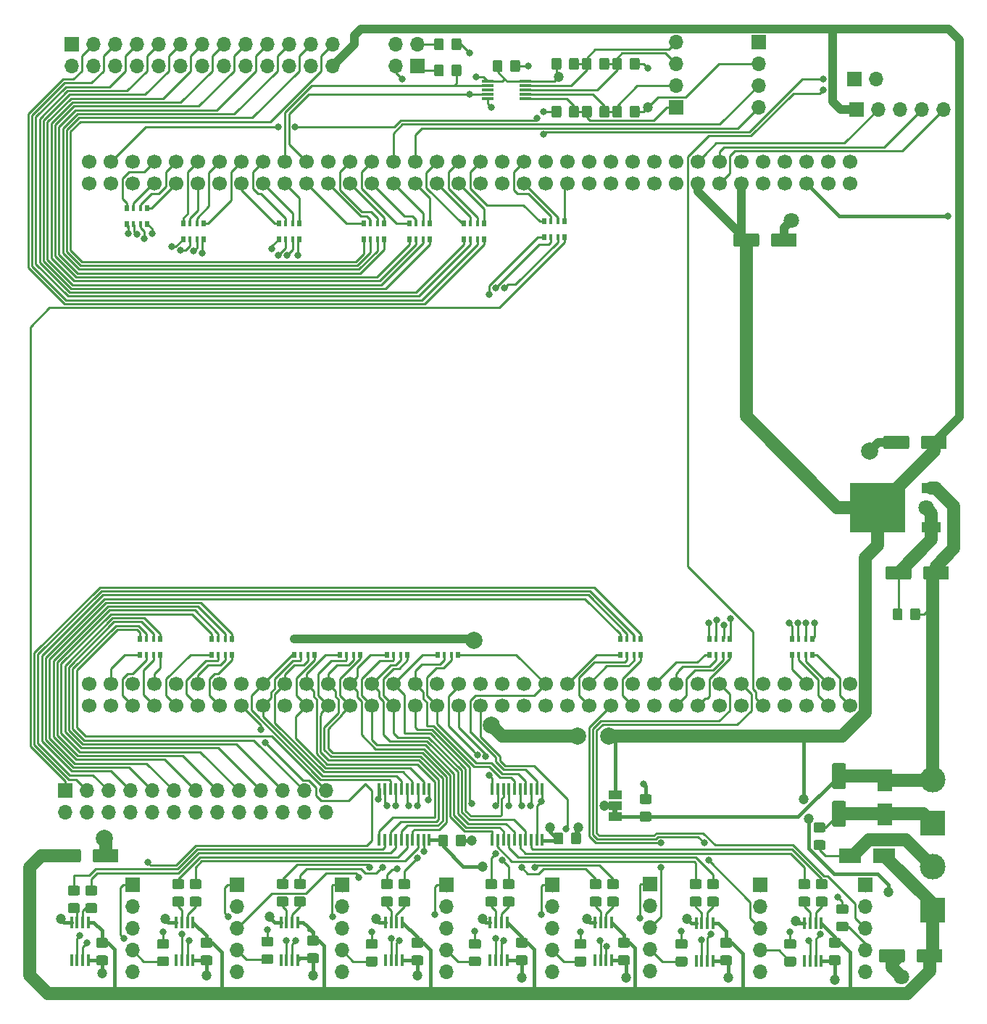
<source format=gbr>
G04 #@! TF.GenerationSoftware,KiCad,Pcbnew,(5.1.5)-3*
G04 #@! TF.CreationDate,2020-07-04T04:53:42+02:00*
G04 #@! TF.ProjectId,mixer,6d697865-722e-46b6-9963-61645f706362,rev?*
G04 #@! TF.SameCoordinates,Original*
G04 #@! TF.FileFunction,Copper,L1,Top*
G04 #@! TF.FilePolarity,Positive*
%FSLAX46Y46*%
G04 Gerber Fmt 4.6, Leading zero omitted, Abs format (unit mm)*
G04 Created by KiCad (PCBNEW (5.1.5)-3) date 2020-07-04 04:53:42*
%MOMM*%
%LPD*%
G04 APERTURE LIST*
%ADD10C,0.100000*%
%ADD11R,0.500000X0.800000*%
%ADD12R,0.400000X0.800000*%
%ADD13R,6.400000X5.800000*%
%ADD14R,2.200000X1.200000*%
%ADD15R,1.500000X1.000000*%
%ADD16C,3.000000*%
%ADD17R,3.000000X3.000000*%
%ADD18R,2.500000X1.800000*%
%ADD19O,1.700000X1.700000*%
%ADD20R,1.700000X1.700000*%
%ADD21C,1.700000*%
%ADD22R,1.800000X2.500000*%
%ADD23R,0.450000X1.450000*%
%ADD24R,1.400000X0.300000*%
%ADD25R,0.450000X1.400000*%
%ADD26C,0.800000*%
%ADD27C,1.200000*%
%ADD28C,1.800000*%
%ADD29C,2.000000*%
%ADD30C,0.250000*%
%ADD31C,0.400000*%
%ADD32C,1.500000*%
%ADD33C,1.000000*%
G04 APERTURE END LIST*
D10*
G36*
X157942000Y-300620000D02*
G01*
X157942000Y-300120000D01*
X158542000Y-300120000D01*
X158542000Y-300620000D01*
X157942000Y-300620000D01*
G37*
G04 #@! TA.AperFunction,SMDPad,CuDef*
G36*
X142333505Y-315266204D02*
G01*
X142357773Y-315269804D01*
X142381572Y-315275765D01*
X142404671Y-315284030D01*
X142426850Y-315294520D01*
X142447893Y-315307132D01*
X142467599Y-315321747D01*
X142485777Y-315338223D01*
X142502253Y-315356401D01*
X142516868Y-315376107D01*
X142529480Y-315397150D01*
X142539970Y-315419329D01*
X142548235Y-315442428D01*
X142554196Y-315466227D01*
X142557796Y-315490495D01*
X142559000Y-315514999D01*
X142559000Y-316165001D01*
X142557796Y-316189505D01*
X142554196Y-316213773D01*
X142548235Y-316237572D01*
X142539970Y-316260671D01*
X142529480Y-316282850D01*
X142516868Y-316303893D01*
X142502253Y-316323599D01*
X142485777Y-316341777D01*
X142467599Y-316358253D01*
X142447893Y-316372868D01*
X142426850Y-316385480D01*
X142404671Y-316395970D01*
X142381572Y-316404235D01*
X142357773Y-316410196D01*
X142333505Y-316413796D01*
X142309001Y-316415000D01*
X141408999Y-316415000D01*
X141384495Y-316413796D01*
X141360227Y-316410196D01*
X141336428Y-316404235D01*
X141313329Y-316395970D01*
X141291150Y-316385480D01*
X141270107Y-316372868D01*
X141250401Y-316358253D01*
X141232223Y-316341777D01*
X141215747Y-316323599D01*
X141201132Y-316303893D01*
X141188520Y-316282850D01*
X141178030Y-316260671D01*
X141169765Y-316237572D01*
X141163804Y-316213773D01*
X141160204Y-316189505D01*
X141159000Y-316165001D01*
X141159000Y-315514999D01*
X141160204Y-315490495D01*
X141163804Y-315466227D01*
X141169765Y-315442428D01*
X141178030Y-315419329D01*
X141188520Y-315397150D01*
X141201132Y-315376107D01*
X141215747Y-315356401D01*
X141232223Y-315338223D01*
X141250401Y-315321747D01*
X141270107Y-315307132D01*
X141291150Y-315294520D01*
X141313329Y-315284030D01*
X141336428Y-315275765D01*
X141360227Y-315269804D01*
X141384495Y-315266204D01*
X141408999Y-315265000D01*
X142309001Y-315265000D01*
X142333505Y-315266204D01*
G37*
G04 #@! TD.AperFunction*
G04 #@! TA.AperFunction,SMDPad,CuDef*
G36*
X142333505Y-317316204D02*
G01*
X142357773Y-317319804D01*
X142381572Y-317325765D01*
X142404671Y-317334030D01*
X142426850Y-317344520D01*
X142447893Y-317357132D01*
X142467599Y-317371747D01*
X142485777Y-317388223D01*
X142502253Y-317406401D01*
X142516868Y-317426107D01*
X142529480Y-317447150D01*
X142539970Y-317469329D01*
X142548235Y-317492428D01*
X142554196Y-317516227D01*
X142557796Y-317540495D01*
X142559000Y-317564999D01*
X142559000Y-318215001D01*
X142557796Y-318239505D01*
X142554196Y-318263773D01*
X142548235Y-318287572D01*
X142539970Y-318310671D01*
X142529480Y-318332850D01*
X142516868Y-318353893D01*
X142502253Y-318373599D01*
X142485777Y-318391777D01*
X142467599Y-318408253D01*
X142447893Y-318422868D01*
X142426850Y-318435480D01*
X142404671Y-318445970D01*
X142381572Y-318454235D01*
X142357773Y-318460196D01*
X142333505Y-318463796D01*
X142309001Y-318465000D01*
X141408999Y-318465000D01*
X141384495Y-318463796D01*
X141360227Y-318460196D01*
X141336428Y-318454235D01*
X141313329Y-318445970D01*
X141291150Y-318435480D01*
X141270107Y-318422868D01*
X141250401Y-318408253D01*
X141232223Y-318391777D01*
X141215747Y-318373599D01*
X141201132Y-318353893D01*
X141188520Y-318332850D01*
X141178030Y-318310671D01*
X141169765Y-318287572D01*
X141163804Y-318263773D01*
X141160204Y-318239505D01*
X141159000Y-318215001D01*
X141159000Y-317564999D01*
X141160204Y-317540495D01*
X141163804Y-317516227D01*
X141169765Y-317492428D01*
X141178030Y-317469329D01*
X141188520Y-317447150D01*
X141201132Y-317426107D01*
X141215747Y-317406401D01*
X141232223Y-317388223D01*
X141250401Y-317371747D01*
X141270107Y-317357132D01*
X141291150Y-317344520D01*
X141313329Y-317334030D01*
X141336428Y-317325765D01*
X141360227Y-317319804D01*
X141384495Y-317316204D01*
X141408999Y-317315000D01*
X142309001Y-317315000D01*
X142333505Y-317316204D01*
G37*
G04 #@! TD.AperFunction*
G04 #@! TA.AperFunction,SMDPad,CuDef*
G36*
X179163505Y-315275204D02*
G01*
X179187773Y-315278804D01*
X179211572Y-315284765D01*
X179234671Y-315293030D01*
X179256850Y-315303520D01*
X179277893Y-315316132D01*
X179297599Y-315330747D01*
X179315777Y-315347223D01*
X179332253Y-315365401D01*
X179346868Y-315385107D01*
X179359480Y-315406150D01*
X179369970Y-315428329D01*
X179378235Y-315451428D01*
X179384196Y-315475227D01*
X179387796Y-315499495D01*
X179389000Y-315523999D01*
X179389000Y-316174001D01*
X179387796Y-316198505D01*
X179384196Y-316222773D01*
X179378235Y-316246572D01*
X179369970Y-316269671D01*
X179359480Y-316291850D01*
X179346868Y-316312893D01*
X179332253Y-316332599D01*
X179315777Y-316350777D01*
X179297599Y-316367253D01*
X179277893Y-316381868D01*
X179256850Y-316394480D01*
X179234671Y-316404970D01*
X179211572Y-316413235D01*
X179187773Y-316419196D01*
X179163505Y-316422796D01*
X179139001Y-316424000D01*
X178238999Y-316424000D01*
X178214495Y-316422796D01*
X178190227Y-316419196D01*
X178166428Y-316413235D01*
X178143329Y-316404970D01*
X178121150Y-316394480D01*
X178100107Y-316381868D01*
X178080401Y-316367253D01*
X178062223Y-316350777D01*
X178045747Y-316332599D01*
X178031132Y-316312893D01*
X178018520Y-316291850D01*
X178008030Y-316269671D01*
X177999765Y-316246572D01*
X177993804Y-316222773D01*
X177990204Y-316198505D01*
X177989000Y-316174001D01*
X177989000Y-315523999D01*
X177990204Y-315499495D01*
X177993804Y-315475227D01*
X177999765Y-315451428D01*
X178008030Y-315428329D01*
X178018520Y-315406150D01*
X178031132Y-315385107D01*
X178045747Y-315365401D01*
X178062223Y-315347223D01*
X178080401Y-315330747D01*
X178100107Y-315316132D01*
X178121150Y-315303520D01*
X178143329Y-315293030D01*
X178166428Y-315284765D01*
X178190227Y-315278804D01*
X178214495Y-315275204D01*
X178238999Y-315274000D01*
X179139001Y-315274000D01*
X179163505Y-315275204D01*
G37*
G04 #@! TD.AperFunction*
G04 #@! TA.AperFunction,SMDPad,CuDef*
G36*
X179163505Y-317325204D02*
G01*
X179187773Y-317328804D01*
X179211572Y-317334765D01*
X179234671Y-317343030D01*
X179256850Y-317353520D01*
X179277893Y-317366132D01*
X179297599Y-317380747D01*
X179315777Y-317397223D01*
X179332253Y-317415401D01*
X179346868Y-317435107D01*
X179359480Y-317456150D01*
X179369970Y-317478329D01*
X179378235Y-317501428D01*
X179384196Y-317525227D01*
X179387796Y-317549495D01*
X179389000Y-317573999D01*
X179389000Y-318224001D01*
X179387796Y-318248505D01*
X179384196Y-318272773D01*
X179378235Y-318296572D01*
X179369970Y-318319671D01*
X179359480Y-318341850D01*
X179346868Y-318362893D01*
X179332253Y-318382599D01*
X179315777Y-318400777D01*
X179297599Y-318417253D01*
X179277893Y-318431868D01*
X179256850Y-318444480D01*
X179234671Y-318454970D01*
X179211572Y-318463235D01*
X179187773Y-318469196D01*
X179163505Y-318472796D01*
X179139001Y-318474000D01*
X178238999Y-318474000D01*
X178214495Y-318472796D01*
X178190227Y-318469196D01*
X178166428Y-318463235D01*
X178143329Y-318454970D01*
X178121150Y-318444480D01*
X178100107Y-318431868D01*
X178080401Y-318417253D01*
X178062223Y-318400777D01*
X178045747Y-318382599D01*
X178031132Y-318362893D01*
X178018520Y-318341850D01*
X178008030Y-318319671D01*
X177999765Y-318296572D01*
X177993804Y-318272773D01*
X177990204Y-318248505D01*
X177989000Y-318224001D01*
X177989000Y-317573999D01*
X177990204Y-317549495D01*
X177993804Y-317525227D01*
X177999765Y-317501428D01*
X178008030Y-317478329D01*
X178018520Y-317456150D01*
X178031132Y-317435107D01*
X178045747Y-317415401D01*
X178062223Y-317397223D01*
X178080401Y-317380747D01*
X178100107Y-317366132D01*
X178121150Y-317353520D01*
X178143329Y-317343030D01*
X178166428Y-317334765D01*
X178190227Y-317328804D01*
X178214495Y-317325204D01*
X178238999Y-317324000D01*
X179139001Y-317324000D01*
X179163505Y-317325204D01*
G37*
G04 #@! TD.AperFunction*
G04 #@! TA.AperFunction,SMDPad,CuDef*
G36*
X105884505Y-315266204D02*
G01*
X105908773Y-315269804D01*
X105932572Y-315275765D01*
X105955671Y-315284030D01*
X105977850Y-315294520D01*
X105998893Y-315307132D01*
X106018599Y-315321747D01*
X106036777Y-315338223D01*
X106053253Y-315356401D01*
X106067868Y-315376107D01*
X106080480Y-315397150D01*
X106090970Y-315419329D01*
X106099235Y-315442428D01*
X106105196Y-315466227D01*
X106108796Y-315490495D01*
X106110000Y-315514999D01*
X106110000Y-316165001D01*
X106108796Y-316189505D01*
X106105196Y-316213773D01*
X106099235Y-316237572D01*
X106090970Y-316260671D01*
X106080480Y-316282850D01*
X106067868Y-316303893D01*
X106053253Y-316323599D01*
X106036777Y-316341777D01*
X106018599Y-316358253D01*
X105998893Y-316372868D01*
X105977850Y-316385480D01*
X105955671Y-316395970D01*
X105932572Y-316404235D01*
X105908773Y-316410196D01*
X105884505Y-316413796D01*
X105860001Y-316415000D01*
X104959999Y-316415000D01*
X104935495Y-316413796D01*
X104911227Y-316410196D01*
X104887428Y-316404235D01*
X104864329Y-316395970D01*
X104842150Y-316385480D01*
X104821107Y-316372868D01*
X104801401Y-316358253D01*
X104783223Y-316341777D01*
X104766747Y-316323599D01*
X104752132Y-316303893D01*
X104739520Y-316282850D01*
X104729030Y-316260671D01*
X104720765Y-316237572D01*
X104714804Y-316213773D01*
X104711204Y-316189505D01*
X104710000Y-316165001D01*
X104710000Y-315514999D01*
X104711204Y-315490495D01*
X104714804Y-315466227D01*
X104720765Y-315442428D01*
X104729030Y-315419329D01*
X104739520Y-315397150D01*
X104752132Y-315376107D01*
X104766747Y-315356401D01*
X104783223Y-315338223D01*
X104801401Y-315321747D01*
X104821107Y-315307132D01*
X104842150Y-315294520D01*
X104864329Y-315284030D01*
X104887428Y-315275765D01*
X104911227Y-315269804D01*
X104935495Y-315266204D01*
X104959999Y-315265000D01*
X105860001Y-315265000D01*
X105884505Y-315266204D01*
G37*
G04 #@! TD.AperFunction*
G04 #@! TA.AperFunction,SMDPad,CuDef*
G36*
X105884505Y-317316204D02*
G01*
X105908773Y-317319804D01*
X105932572Y-317325765D01*
X105955671Y-317334030D01*
X105977850Y-317344520D01*
X105998893Y-317357132D01*
X106018599Y-317371747D01*
X106036777Y-317388223D01*
X106053253Y-317406401D01*
X106067868Y-317426107D01*
X106080480Y-317447150D01*
X106090970Y-317469329D01*
X106099235Y-317492428D01*
X106105196Y-317516227D01*
X106108796Y-317540495D01*
X106110000Y-317564999D01*
X106110000Y-318215001D01*
X106108796Y-318239505D01*
X106105196Y-318263773D01*
X106099235Y-318287572D01*
X106090970Y-318310671D01*
X106080480Y-318332850D01*
X106067868Y-318353893D01*
X106053253Y-318373599D01*
X106036777Y-318391777D01*
X106018599Y-318408253D01*
X105998893Y-318422868D01*
X105977850Y-318435480D01*
X105955671Y-318445970D01*
X105932572Y-318454235D01*
X105908773Y-318460196D01*
X105884505Y-318463796D01*
X105860001Y-318465000D01*
X104959999Y-318465000D01*
X104935495Y-318463796D01*
X104911227Y-318460196D01*
X104887428Y-318454235D01*
X104864329Y-318445970D01*
X104842150Y-318435480D01*
X104821107Y-318422868D01*
X104801401Y-318408253D01*
X104783223Y-318391777D01*
X104766747Y-318373599D01*
X104752132Y-318353893D01*
X104739520Y-318332850D01*
X104729030Y-318310671D01*
X104720765Y-318287572D01*
X104714804Y-318263773D01*
X104711204Y-318239505D01*
X104710000Y-318215001D01*
X104710000Y-317564999D01*
X104711204Y-317540495D01*
X104714804Y-317516227D01*
X104720765Y-317492428D01*
X104729030Y-317469329D01*
X104739520Y-317447150D01*
X104752132Y-317426107D01*
X104766747Y-317406401D01*
X104783223Y-317388223D01*
X104801401Y-317371747D01*
X104821107Y-317357132D01*
X104842150Y-317344520D01*
X104864329Y-317334030D01*
X104887428Y-317325765D01*
X104911227Y-317319804D01*
X104935495Y-317316204D01*
X104959999Y-317315000D01*
X105860001Y-317315000D01*
X105884505Y-317316204D01*
G37*
G04 #@! TD.AperFunction*
G04 #@! TA.AperFunction,SMDPad,CuDef*
G36*
X130268505Y-315275204D02*
G01*
X130292773Y-315278804D01*
X130316572Y-315284765D01*
X130339671Y-315293030D01*
X130361850Y-315303520D01*
X130382893Y-315316132D01*
X130402599Y-315330747D01*
X130420777Y-315347223D01*
X130437253Y-315365401D01*
X130451868Y-315385107D01*
X130464480Y-315406150D01*
X130474970Y-315428329D01*
X130483235Y-315451428D01*
X130489196Y-315475227D01*
X130492796Y-315499495D01*
X130494000Y-315523999D01*
X130494000Y-316174001D01*
X130492796Y-316198505D01*
X130489196Y-316222773D01*
X130483235Y-316246572D01*
X130474970Y-316269671D01*
X130464480Y-316291850D01*
X130451868Y-316312893D01*
X130437253Y-316332599D01*
X130420777Y-316350777D01*
X130402599Y-316367253D01*
X130382893Y-316381868D01*
X130361850Y-316394480D01*
X130339671Y-316404970D01*
X130316572Y-316413235D01*
X130292773Y-316419196D01*
X130268505Y-316422796D01*
X130244001Y-316424000D01*
X129343999Y-316424000D01*
X129319495Y-316422796D01*
X129295227Y-316419196D01*
X129271428Y-316413235D01*
X129248329Y-316404970D01*
X129226150Y-316394480D01*
X129205107Y-316381868D01*
X129185401Y-316367253D01*
X129167223Y-316350777D01*
X129150747Y-316332599D01*
X129136132Y-316312893D01*
X129123520Y-316291850D01*
X129113030Y-316269671D01*
X129104765Y-316246572D01*
X129098804Y-316222773D01*
X129095204Y-316198505D01*
X129094000Y-316174001D01*
X129094000Y-315523999D01*
X129095204Y-315499495D01*
X129098804Y-315475227D01*
X129104765Y-315451428D01*
X129113030Y-315428329D01*
X129123520Y-315406150D01*
X129136132Y-315385107D01*
X129150747Y-315365401D01*
X129167223Y-315347223D01*
X129185401Y-315330747D01*
X129205107Y-315316132D01*
X129226150Y-315303520D01*
X129248329Y-315293030D01*
X129271428Y-315284765D01*
X129295227Y-315278804D01*
X129319495Y-315275204D01*
X129343999Y-315274000D01*
X130244001Y-315274000D01*
X130268505Y-315275204D01*
G37*
G04 #@! TD.AperFunction*
G04 #@! TA.AperFunction,SMDPad,CuDef*
G36*
X130268505Y-317325204D02*
G01*
X130292773Y-317328804D01*
X130316572Y-317334765D01*
X130339671Y-317343030D01*
X130361850Y-317353520D01*
X130382893Y-317366132D01*
X130402599Y-317380747D01*
X130420777Y-317397223D01*
X130437253Y-317415401D01*
X130451868Y-317435107D01*
X130464480Y-317456150D01*
X130474970Y-317478329D01*
X130483235Y-317501428D01*
X130489196Y-317525227D01*
X130492796Y-317549495D01*
X130494000Y-317573999D01*
X130494000Y-318224001D01*
X130492796Y-318248505D01*
X130489196Y-318272773D01*
X130483235Y-318296572D01*
X130474970Y-318319671D01*
X130464480Y-318341850D01*
X130451868Y-318362893D01*
X130437253Y-318382599D01*
X130420777Y-318400777D01*
X130402599Y-318417253D01*
X130382893Y-318431868D01*
X130361850Y-318444480D01*
X130339671Y-318454970D01*
X130316572Y-318463235D01*
X130292773Y-318469196D01*
X130268505Y-318472796D01*
X130244001Y-318474000D01*
X129343999Y-318474000D01*
X129319495Y-318472796D01*
X129295227Y-318469196D01*
X129271428Y-318463235D01*
X129248329Y-318454970D01*
X129226150Y-318444480D01*
X129205107Y-318431868D01*
X129185401Y-318417253D01*
X129167223Y-318400777D01*
X129150747Y-318382599D01*
X129136132Y-318362893D01*
X129123520Y-318341850D01*
X129113030Y-318319671D01*
X129104765Y-318296572D01*
X129098804Y-318272773D01*
X129095204Y-318248505D01*
X129094000Y-318224001D01*
X129094000Y-317573999D01*
X129095204Y-317549495D01*
X129098804Y-317525227D01*
X129104765Y-317501428D01*
X129113030Y-317478329D01*
X129123520Y-317456150D01*
X129136132Y-317435107D01*
X129150747Y-317415401D01*
X129167223Y-317397223D01*
X129185401Y-317380747D01*
X129205107Y-317366132D01*
X129226150Y-317353520D01*
X129248329Y-317343030D01*
X129271428Y-317334765D01*
X129295227Y-317328804D01*
X129319495Y-317325204D01*
X129343999Y-317324000D01*
X130244001Y-317324000D01*
X130268505Y-317325204D01*
G37*
G04 #@! TD.AperFunction*
G04 #@! TA.AperFunction,SMDPad,CuDef*
G36*
X154652505Y-315275204D02*
G01*
X154676773Y-315278804D01*
X154700572Y-315284765D01*
X154723671Y-315293030D01*
X154745850Y-315303520D01*
X154766893Y-315316132D01*
X154786599Y-315330747D01*
X154804777Y-315347223D01*
X154821253Y-315365401D01*
X154835868Y-315385107D01*
X154848480Y-315406150D01*
X154858970Y-315428329D01*
X154867235Y-315451428D01*
X154873196Y-315475227D01*
X154876796Y-315499495D01*
X154878000Y-315523999D01*
X154878000Y-316174001D01*
X154876796Y-316198505D01*
X154873196Y-316222773D01*
X154867235Y-316246572D01*
X154858970Y-316269671D01*
X154848480Y-316291850D01*
X154835868Y-316312893D01*
X154821253Y-316332599D01*
X154804777Y-316350777D01*
X154786599Y-316367253D01*
X154766893Y-316381868D01*
X154745850Y-316394480D01*
X154723671Y-316404970D01*
X154700572Y-316413235D01*
X154676773Y-316419196D01*
X154652505Y-316422796D01*
X154628001Y-316424000D01*
X153727999Y-316424000D01*
X153703495Y-316422796D01*
X153679227Y-316419196D01*
X153655428Y-316413235D01*
X153632329Y-316404970D01*
X153610150Y-316394480D01*
X153589107Y-316381868D01*
X153569401Y-316367253D01*
X153551223Y-316350777D01*
X153534747Y-316332599D01*
X153520132Y-316312893D01*
X153507520Y-316291850D01*
X153497030Y-316269671D01*
X153488765Y-316246572D01*
X153482804Y-316222773D01*
X153479204Y-316198505D01*
X153478000Y-316174001D01*
X153478000Y-315523999D01*
X153479204Y-315499495D01*
X153482804Y-315475227D01*
X153488765Y-315451428D01*
X153497030Y-315428329D01*
X153507520Y-315406150D01*
X153520132Y-315385107D01*
X153534747Y-315365401D01*
X153551223Y-315347223D01*
X153569401Y-315330747D01*
X153589107Y-315316132D01*
X153610150Y-315303520D01*
X153632329Y-315293030D01*
X153655428Y-315284765D01*
X153679227Y-315278804D01*
X153703495Y-315275204D01*
X153727999Y-315274000D01*
X154628001Y-315274000D01*
X154652505Y-315275204D01*
G37*
G04 #@! TD.AperFunction*
G04 #@! TA.AperFunction,SMDPad,CuDef*
G36*
X154652505Y-317325204D02*
G01*
X154676773Y-317328804D01*
X154700572Y-317334765D01*
X154723671Y-317343030D01*
X154745850Y-317353520D01*
X154766893Y-317366132D01*
X154786599Y-317380747D01*
X154804777Y-317397223D01*
X154821253Y-317415401D01*
X154835868Y-317435107D01*
X154848480Y-317456150D01*
X154858970Y-317478329D01*
X154867235Y-317501428D01*
X154873196Y-317525227D01*
X154876796Y-317549495D01*
X154878000Y-317573999D01*
X154878000Y-318224001D01*
X154876796Y-318248505D01*
X154873196Y-318272773D01*
X154867235Y-318296572D01*
X154858970Y-318319671D01*
X154848480Y-318341850D01*
X154835868Y-318362893D01*
X154821253Y-318382599D01*
X154804777Y-318400777D01*
X154786599Y-318417253D01*
X154766893Y-318431868D01*
X154745850Y-318444480D01*
X154723671Y-318454970D01*
X154700572Y-318463235D01*
X154676773Y-318469196D01*
X154652505Y-318472796D01*
X154628001Y-318474000D01*
X153727999Y-318474000D01*
X153703495Y-318472796D01*
X153679227Y-318469196D01*
X153655428Y-318463235D01*
X153632329Y-318454970D01*
X153610150Y-318444480D01*
X153589107Y-318431868D01*
X153569401Y-318417253D01*
X153551223Y-318400777D01*
X153534747Y-318382599D01*
X153520132Y-318362893D01*
X153507520Y-318341850D01*
X153497030Y-318319671D01*
X153488765Y-318296572D01*
X153482804Y-318272773D01*
X153479204Y-318248505D01*
X153478000Y-318224001D01*
X153478000Y-317573999D01*
X153479204Y-317549495D01*
X153482804Y-317525227D01*
X153488765Y-317501428D01*
X153497030Y-317478329D01*
X153507520Y-317456150D01*
X153520132Y-317435107D01*
X153534747Y-317415401D01*
X153551223Y-317397223D01*
X153569401Y-317380747D01*
X153589107Y-317366132D01*
X153610150Y-317353520D01*
X153632329Y-317343030D01*
X153655428Y-317334765D01*
X153679227Y-317328804D01*
X153703495Y-317325204D01*
X153727999Y-317324000D01*
X154628001Y-317324000D01*
X154652505Y-317325204D01*
G37*
G04 #@! TD.AperFunction*
G04 #@! TA.AperFunction,SMDPad,CuDef*
G36*
X185259505Y-311202204D02*
G01*
X185283773Y-311205804D01*
X185307572Y-311211765D01*
X185330671Y-311220030D01*
X185352850Y-311230520D01*
X185373893Y-311243132D01*
X185393599Y-311257747D01*
X185411777Y-311274223D01*
X185428253Y-311292401D01*
X185442868Y-311312107D01*
X185455480Y-311333150D01*
X185465970Y-311355329D01*
X185474235Y-311378428D01*
X185480196Y-311402227D01*
X185483796Y-311426495D01*
X185485000Y-311450999D01*
X185485000Y-312101001D01*
X185483796Y-312125505D01*
X185480196Y-312149773D01*
X185474235Y-312173572D01*
X185465970Y-312196671D01*
X185455480Y-312218850D01*
X185442868Y-312239893D01*
X185428253Y-312259599D01*
X185411777Y-312277777D01*
X185393599Y-312294253D01*
X185373893Y-312308868D01*
X185352850Y-312321480D01*
X185330671Y-312331970D01*
X185307572Y-312340235D01*
X185283773Y-312346196D01*
X185259505Y-312349796D01*
X185235001Y-312351000D01*
X184334999Y-312351000D01*
X184310495Y-312349796D01*
X184286227Y-312346196D01*
X184262428Y-312340235D01*
X184239329Y-312331970D01*
X184217150Y-312321480D01*
X184196107Y-312308868D01*
X184176401Y-312294253D01*
X184158223Y-312277777D01*
X184141747Y-312259599D01*
X184127132Y-312239893D01*
X184114520Y-312218850D01*
X184104030Y-312196671D01*
X184095765Y-312173572D01*
X184089804Y-312149773D01*
X184086204Y-312125505D01*
X184085000Y-312101001D01*
X184085000Y-311450999D01*
X184086204Y-311426495D01*
X184089804Y-311402227D01*
X184095765Y-311378428D01*
X184104030Y-311355329D01*
X184114520Y-311333150D01*
X184127132Y-311312107D01*
X184141747Y-311292401D01*
X184158223Y-311274223D01*
X184176401Y-311257747D01*
X184196107Y-311243132D01*
X184217150Y-311230520D01*
X184239329Y-311220030D01*
X184262428Y-311211765D01*
X184286227Y-311205804D01*
X184310495Y-311202204D01*
X184334999Y-311201000D01*
X185235001Y-311201000D01*
X185259505Y-311202204D01*
G37*
G04 #@! TD.AperFunction*
G04 #@! TA.AperFunction,SMDPad,CuDef*
G36*
X185259505Y-313252204D02*
G01*
X185283773Y-313255804D01*
X185307572Y-313261765D01*
X185330671Y-313270030D01*
X185352850Y-313280520D01*
X185373893Y-313293132D01*
X185393599Y-313307747D01*
X185411777Y-313324223D01*
X185428253Y-313342401D01*
X185442868Y-313362107D01*
X185455480Y-313383150D01*
X185465970Y-313405329D01*
X185474235Y-313428428D01*
X185480196Y-313452227D01*
X185483796Y-313476495D01*
X185485000Y-313500999D01*
X185485000Y-314151001D01*
X185483796Y-314175505D01*
X185480196Y-314199773D01*
X185474235Y-314223572D01*
X185465970Y-314246671D01*
X185455480Y-314268850D01*
X185442868Y-314289893D01*
X185428253Y-314309599D01*
X185411777Y-314327777D01*
X185393599Y-314344253D01*
X185373893Y-314358868D01*
X185352850Y-314371480D01*
X185330671Y-314381970D01*
X185307572Y-314390235D01*
X185283773Y-314396196D01*
X185259505Y-314399796D01*
X185235001Y-314401000D01*
X184334999Y-314401000D01*
X184310495Y-314399796D01*
X184286227Y-314396196D01*
X184262428Y-314390235D01*
X184239329Y-314381970D01*
X184217150Y-314371480D01*
X184196107Y-314358868D01*
X184176401Y-314344253D01*
X184158223Y-314327777D01*
X184141747Y-314309599D01*
X184127132Y-314289893D01*
X184114520Y-314268850D01*
X184104030Y-314246671D01*
X184095765Y-314223572D01*
X184089804Y-314199773D01*
X184086204Y-314175505D01*
X184085000Y-314151001D01*
X184085000Y-313500999D01*
X184086204Y-313476495D01*
X184089804Y-313452227D01*
X184095765Y-313428428D01*
X184104030Y-313405329D01*
X184114520Y-313383150D01*
X184127132Y-313362107D01*
X184141747Y-313342401D01*
X184158223Y-313324223D01*
X184176401Y-313307747D01*
X184196107Y-313293132D01*
X184217150Y-313280520D01*
X184239329Y-313270030D01*
X184262428Y-313261765D01*
X184286227Y-313255804D01*
X184310495Y-313252204D01*
X184334999Y-313251000D01*
X185235001Y-313251000D01*
X185259505Y-313252204D01*
G37*
G04 #@! TD.AperFunction*
G04 #@! TA.AperFunction,SMDPad,CuDef*
G36*
X118076505Y-315003204D02*
G01*
X118100773Y-315006804D01*
X118124572Y-315012765D01*
X118147671Y-315021030D01*
X118169850Y-315031520D01*
X118190893Y-315044132D01*
X118210599Y-315058747D01*
X118228777Y-315075223D01*
X118245253Y-315093401D01*
X118259868Y-315113107D01*
X118272480Y-315134150D01*
X118282970Y-315156329D01*
X118291235Y-315179428D01*
X118297196Y-315203227D01*
X118300796Y-315227495D01*
X118302000Y-315251999D01*
X118302000Y-315902001D01*
X118300796Y-315926505D01*
X118297196Y-315950773D01*
X118291235Y-315974572D01*
X118282970Y-315997671D01*
X118272480Y-316019850D01*
X118259868Y-316040893D01*
X118245253Y-316060599D01*
X118228777Y-316078777D01*
X118210599Y-316095253D01*
X118190893Y-316109868D01*
X118169850Y-316122480D01*
X118147671Y-316132970D01*
X118124572Y-316141235D01*
X118100773Y-316147196D01*
X118076505Y-316150796D01*
X118052001Y-316152000D01*
X117151999Y-316152000D01*
X117127495Y-316150796D01*
X117103227Y-316147196D01*
X117079428Y-316141235D01*
X117056329Y-316132970D01*
X117034150Y-316122480D01*
X117013107Y-316109868D01*
X116993401Y-316095253D01*
X116975223Y-316078777D01*
X116958747Y-316060599D01*
X116944132Y-316040893D01*
X116931520Y-316019850D01*
X116921030Y-315997671D01*
X116912765Y-315974572D01*
X116906804Y-315950773D01*
X116903204Y-315926505D01*
X116902000Y-315902001D01*
X116902000Y-315251999D01*
X116903204Y-315227495D01*
X116906804Y-315203227D01*
X116912765Y-315179428D01*
X116921030Y-315156329D01*
X116931520Y-315134150D01*
X116944132Y-315113107D01*
X116958747Y-315093401D01*
X116975223Y-315075223D01*
X116993401Y-315058747D01*
X117013107Y-315044132D01*
X117034150Y-315031520D01*
X117056329Y-315021030D01*
X117079428Y-315012765D01*
X117103227Y-315006804D01*
X117127495Y-315003204D01*
X117151999Y-315002000D01*
X118052001Y-315002000D01*
X118076505Y-315003204D01*
G37*
G04 #@! TD.AperFunction*
G04 #@! TA.AperFunction,SMDPad,CuDef*
G36*
X118076505Y-317053204D02*
G01*
X118100773Y-317056804D01*
X118124572Y-317062765D01*
X118147671Y-317071030D01*
X118169850Y-317081520D01*
X118190893Y-317094132D01*
X118210599Y-317108747D01*
X118228777Y-317125223D01*
X118245253Y-317143401D01*
X118259868Y-317163107D01*
X118272480Y-317184150D01*
X118282970Y-317206329D01*
X118291235Y-317229428D01*
X118297196Y-317253227D01*
X118300796Y-317277495D01*
X118302000Y-317301999D01*
X118302000Y-317952001D01*
X118300796Y-317976505D01*
X118297196Y-318000773D01*
X118291235Y-318024572D01*
X118282970Y-318047671D01*
X118272480Y-318069850D01*
X118259868Y-318090893D01*
X118245253Y-318110599D01*
X118228777Y-318128777D01*
X118210599Y-318145253D01*
X118190893Y-318159868D01*
X118169850Y-318172480D01*
X118147671Y-318182970D01*
X118124572Y-318191235D01*
X118100773Y-318197196D01*
X118076505Y-318200796D01*
X118052001Y-318202000D01*
X117151999Y-318202000D01*
X117127495Y-318200796D01*
X117103227Y-318197196D01*
X117079428Y-318191235D01*
X117056329Y-318182970D01*
X117034150Y-318172480D01*
X117013107Y-318159868D01*
X116993401Y-318145253D01*
X116975223Y-318128777D01*
X116958747Y-318110599D01*
X116944132Y-318090893D01*
X116931520Y-318069850D01*
X116921030Y-318047671D01*
X116912765Y-318024572D01*
X116906804Y-318000773D01*
X116903204Y-317976505D01*
X116902000Y-317952001D01*
X116902000Y-317301999D01*
X116903204Y-317277495D01*
X116906804Y-317253227D01*
X116912765Y-317229428D01*
X116921030Y-317206329D01*
X116931520Y-317184150D01*
X116944132Y-317163107D01*
X116958747Y-317143401D01*
X116975223Y-317125223D01*
X116993401Y-317108747D01*
X117013107Y-317094132D01*
X117034150Y-317081520D01*
X117056329Y-317071030D01*
X117079428Y-317062765D01*
X117103227Y-317056804D01*
X117127495Y-317053204D01*
X117151999Y-317052000D01*
X118052001Y-317052000D01*
X118076505Y-317053204D01*
G37*
G04 #@! TD.AperFunction*
G04 #@! TA.AperFunction,SMDPad,CuDef*
G36*
X166463505Y-315275204D02*
G01*
X166487773Y-315278804D01*
X166511572Y-315284765D01*
X166534671Y-315293030D01*
X166556850Y-315303520D01*
X166577893Y-315316132D01*
X166597599Y-315330747D01*
X166615777Y-315347223D01*
X166632253Y-315365401D01*
X166646868Y-315385107D01*
X166659480Y-315406150D01*
X166669970Y-315428329D01*
X166678235Y-315451428D01*
X166684196Y-315475227D01*
X166687796Y-315499495D01*
X166689000Y-315523999D01*
X166689000Y-316174001D01*
X166687796Y-316198505D01*
X166684196Y-316222773D01*
X166678235Y-316246572D01*
X166669970Y-316269671D01*
X166659480Y-316291850D01*
X166646868Y-316312893D01*
X166632253Y-316332599D01*
X166615777Y-316350777D01*
X166597599Y-316367253D01*
X166577893Y-316381868D01*
X166556850Y-316394480D01*
X166534671Y-316404970D01*
X166511572Y-316413235D01*
X166487773Y-316419196D01*
X166463505Y-316422796D01*
X166439001Y-316424000D01*
X165538999Y-316424000D01*
X165514495Y-316422796D01*
X165490227Y-316419196D01*
X165466428Y-316413235D01*
X165443329Y-316404970D01*
X165421150Y-316394480D01*
X165400107Y-316381868D01*
X165380401Y-316367253D01*
X165362223Y-316350777D01*
X165345747Y-316332599D01*
X165331132Y-316312893D01*
X165318520Y-316291850D01*
X165308030Y-316269671D01*
X165299765Y-316246572D01*
X165293804Y-316222773D01*
X165290204Y-316198505D01*
X165289000Y-316174001D01*
X165289000Y-315523999D01*
X165290204Y-315499495D01*
X165293804Y-315475227D01*
X165299765Y-315451428D01*
X165308030Y-315428329D01*
X165318520Y-315406150D01*
X165331132Y-315385107D01*
X165345747Y-315365401D01*
X165362223Y-315347223D01*
X165380401Y-315330747D01*
X165400107Y-315316132D01*
X165421150Y-315303520D01*
X165443329Y-315293030D01*
X165466428Y-315284765D01*
X165490227Y-315278804D01*
X165514495Y-315275204D01*
X165538999Y-315274000D01*
X166439001Y-315274000D01*
X166463505Y-315275204D01*
G37*
G04 #@! TD.AperFunction*
G04 #@! TA.AperFunction,SMDPad,CuDef*
G36*
X166463505Y-317325204D02*
G01*
X166487773Y-317328804D01*
X166511572Y-317334765D01*
X166534671Y-317343030D01*
X166556850Y-317353520D01*
X166577893Y-317366132D01*
X166597599Y-317380747D01*
X166615777Y-317397223D01*
X166632253Y-317415401D01*
X166646868Y-317435107D01*
X166659480Y-317456150D01*
X166669970Y-317478329D01*
X166678235Y-317501428D01*
X166684196Y-317525227D01*
X166687796Y-317549495D01*
X166689000Y-317573999D01*
X166689000Y-318224001D01*
X166687796Y-318248505D01*
X166684196Y-318272773D01*
X166678235Y-318296572D01*
X166669970Y-318319671D01*
X166659480Y-318341850D01*
X166646868Y-318362893D01*
X166632253Y-318382599D01*
X166615777Y-318400777D01*
X166597599Y-318417253D01*
X166577893Y-318431868D01*
X166556850Y-318444480D01*
X166534671Y-318454970D01*
X166511572Y-318463235D01*
X166487773Y-318469196D01*
X166463505Y-318472796D01*
X166439001Y-318474000D01*
X165538999Y-318474000D01*
X165514495Y-318472796D01*
X165490227Y-318469196D01*
X165466428Y-318463235D01*
X165443329Y-318454970D01*
X165421150Y-318444480D01*
X165400107Y-318431868D01*
X165380401Y-318417253D01*
X165362223Y-318400777D01*
X165345747Y-318382599D01*
X165331132Y-318362893D01*
X165318520Y-318341850D01*
X165308030Y-318319671D01*
X165299765Y-318296572D01*
X165293804Y-318272773D01*
X165290204Y-318248505D01*
X165289000Y-318224001D01*
X165289000Y-317573999D01*
X165290204Y-317549495D01*
X165293804Y-317525227D01*
X165299765Y-317501428D01*
X165308030Y-317478329D01*
X165318520Y-317456150D01*
X165331132Y-317435107D01*
X165345747Y-317415401D01*
X165362223Y-317397223D01*
X165380401Y-317380747D01*
X165400107Y-317366132D01*
X165421150Y-317353520D01*
X165443329Y-317343030D01*
X165466428Y-317334765D01*
X165490227Y-317328804D01*
X165514495Y-317325204D01*
X165538999Y-317324000D01*
X166439001Y-317324000D01*
X166463505Y-317325204D01*
G37*
G04 #@! TD.AperFunction*
G04 #@! TA.AperFunction,SMDPad,CuDef*
G36*
X97502505Y-309043204D02*
G01*
X97526773Y-309046804D01*
X97550572Y-309052765D01*
X97573671Y-309061030D01*
X97595850Y-309071520D01*
X97616893Y-309084132D01*
X97636599Y-309098747D01*
X97654777Y-309115223D01*
X97671253Y-309133401D01*
X97685868Y-309153107D01*
X97698480Y-309174150D01*
X97708970Y-309196329D01*
X97717235Y-309219428D01*
X97723196Y-309243227D01*
X97726796Y-309267495D01*
X97728000Y-309291999D01*
X97728000Y-309942001D01*
X97726796Y-309966505D01*
X97723196Y-309990773D01*
X97717235Y-310014572D01*
X97708970Y-310037671D01*
X97698480Y-310059850D01*
X97685868Y-310080893D01*
X97671253Y-310100599D01*
X97654777Y-310118777D01*
X97636599Y-310135253D01*
X97616893Y-310149868D01*
X97595850Y-310162480D01*
X97573671Y-310172970D01*
X97550572Y-310181235D01*
X97526773Y-310187196D01*
X97502505Y-310190796D01*
X97478001Y-310192000D01*
X96577999Y-310192000D01*
X96553495Y-310190796D01*
X96529227Y-310187196D01*
X96505428Y-310181235D01*
X96482329Y-310172970D01*
X96460150Y-310162480D01*
X96439107Y-310149868D01*
X96419401Y-310135253D01*
X96401223Y-310118777D01*
X96384747Y-310100599D01*
X96370132Y-310080893D01*
X96357520Y-310059850D01*
X96347030Y-310037671D01*
X96338765Y-310014572D01*
X96332804Y-309990773D01*
X96329204Y-309966505D01*
X96328000Y-309942001D01*
X96328000Y-309291999D01*
X96329204Y-309267495D01*
X96332804Y-309243227D01*
X96338765Y-309219428D01*
X96347030Y-309196329D01*
X96357520Y-309174150D01*
X96370132Y-309153107D01*
X96384747Y-309133401D01*
X96401223Y-309115223D01*
X96419401Y-309098747D01*
X96439107Y-309084132D01*
X96460150Y-309071520D01*
X96482329Y-309061030D01*
X96505428Y-309052765D01*
X96529227Y-309046804D01*
X96553495Y-309043204D01*
X96577999Y-309042000D01*
X97478001Y-309042000D01*
X97502505Y-309043204D01*
G37*
G04 #@! TD.AperFunction*
G04 #@! TA.AperFunction,SMDPad,CuDef*
G36*
X97502505Y-311093204D02*
G01*
X97526773Y-311096804D01*
X97550572Y-311102765D01*
X97573671Y-311111030D01*
X97595850Y-311121520D01*
X97616893Y-311134132D01*
X97636599Y-311148747D01*
X97654777Y-311165223D01*
X97671253Y-311183401D01*
X97685868Y-311203107D01*
X97698480Y-311224150D01*
X97708970Y-311246329D01*
X97717235Y-311269428D01*
X97723196Y-311293227D01*
X97726796Y-311317495D01*
X97728000Y-311341999D01*
X97728000Y-311992001D01*
X97726796Y-312016505D01*
X97723196Y-312040773D01*
X97717235Y-312064572D01*
X97708970Y-312087671D01*
X97698480Y-312109850D01*
X97685868Y-312130893D01*
X97671253Y-312150599D01*
X97654777Y-312168777D01*
X97636599Y-312185253D01*
X97616893Y-312199868D01*
X97595850Y-312212480D01*
X97573671Y-312222970D01*
X97550572Y-312231235D01*
X97526773Y-312237196D01*
X97502505Y-312240796D01*
X97478001Y-312242000D01*
X96577999Y-312242000D01*
X96553495Y-312240796D01*
X96529227Y-312237196D01*
X96505428Y-312231235D01*
X96482329Y-312222970D01*
X96460150Y-312212480D01*
X96439107Y-312199868D01*
X96419401Y-312185253D01*
X96401223Y-312168777D01*
X96384747Y-312150599D01*
X96370132Y-312130893D01*
X96357520Y-312109850D01*
X96347030Y-312087671D01*
X96338765Y-312064572D01*
X96332804Y-312040773D01*
X96329204Y-312016505D01*
X96328000Y-311992001D01*
X96328000Y-311341999D01*
X96329204Y-311317495D01*
X96332804Y-311293227D01*
X96338765Y-311269428D01*
X96347030Y-311246329D01*
X96357520Y-311224150D01*
X96370132Y-311203107D01*
X96384747Y-311183401D01*
X96401223Y-311165223D01*
X96419401Y-311148747D01*
X96439107Y-311134132D01*
X96460150Y-311121520D01*
X96482329Y-311111030D01*
X96505428Y-311102765D01*
X96529227Y-311096804D01*
X96553495Y-311093204D01*
X96577999Y-311092000D01*
X97478001Y-311092000D01*
X97502505Y-311093204D01*
G37*
G04 #@! TD.AperFunction*
G04 #@! TA.AperFunction,SMDPad,CuDef*
G36*
X98772505Y-317198204D02*
G01*
X98796773Y-317201804D01*
X98820572Y-317207765D01*
X98843671Y-317216030D01*
X98865850Y-317226520D01*
X98886893Y-317239132D01*
X98906599Y-317253747D01*
X98924777Y-317270223D01*
X98941253Y-317288401D01*
X98955868Y-317308107D01*
X98968480Y-317329150D01*
X98978970Y-317351329D01*
X98987235Y-317374428D01*
X98993196Y-317398227D01*
X98996796Y-317422495D01*
X98998000Y-317446999D01*
X98998000Y-318097001D01*
X98996796Y-318121505D01*
X98993196Y-318145773D01*
X98987235Y-318169572D01*
X98978970Y-318192671D01*
X98968480Y-318214850D01*
X98955868Y-318235893D01*
X98941253Y-318255599D01*
X98924777Y-318273777D01*
X98906599Y-318290253D01*
X98886893Y-318304868D01*
X98865850Y-318317480D01*
X98843671Y-318327970D01*
X98820572Y-318336235D01*
X98796773Y-318342196D01*
X98772505Y-318345796D01*
X98748001Y-318347000D01*
X97847999Y-318347000D01*
X97823495Y-318345796D01*
X97799227Y-318342196D01*
X97775428Y-318336235D01*
X97752329Y-318327970D01*
X97730150Y-318317480D01*
X97709107Y-318304868D01*
X97689401Y-318290253D01*
X97671223Y-318273777D01*
X97654747Y-318255599D01*
X97640132Y-318235893D01*
X97627520Y-318214850D01*
X97617030Y-318192671D01*
X97608765Y-318169572D01*
X97602804Y-318145773D01*
X97599204Y-318121505D01*
X97598000Y-318097001D01*
X97598000Y-317446999D01*
X97599204Y-317422495D01*
X97602804Y-317398227D01*
X97608765Y-317374428D01*
X97617030Y-317351329D01*
X97627520Y-317329150D01*
X97640132Y-317308107D01*
X97654747Y-317288401D01*
X97671223Y-317270223D01*
X97689401Y-317253747D01*
X97709107Y-317239132D01*
X97730150Y-317226520D01*
X97752329Y-317216030D01*
X97775428Y-317207765D01*
X97799227Y-317201804D01*
X97823495Y-317198204D01*
X97847999Y-317197000D01*
X98748001Y-317197000D01*
X98772505Y-317198204D01*
G37*
G04 #@! TD.AperFunction*
G04 #@! TA.AperFunction,SMDPad,CuDef*
G36*
X98772505Y-315148204D02*
G01*
X98796773Y-315151804D01*
X98820572Y-315157765D01*
X98843671Y-315166030D01*
X98865850Y-315176520D01*
X98886893Y-315189132D01*
X98906599Y-315203747D01*
X98924777Y-315220223D01*
X98941253Y-315238401D01*
X98955868Y-315258107D01*
X98968480Y-315279150D01*
X98978970Y-315301329D01*
X98987235Y-315324428D01*
X98993196Y-315348227D01*
X98996796Y-315372495D01*
X98998000Y-315396999D01*
X98998000Y-316047001D01*
X98996796Y-316071505D01*
X98993196Y-316095773D01*
X98987235Y-316119572D01*
X98978970Y-316142671D01*
X98968480Y-316164850D01*
X98955868Y-316185893D01*
X98941253Y-316205599D01*
X98924777Y-316223777D01*
X98906599Y-316240253D01*
X98886893Y-316254868D01*
X98865850Y-316267480D01*
X98843671Y-316277970D01*
X98820572Y-316286235D01*
X98796773Y-316292196D01*
X98772505Y-316295796D01*
X98748001Y-316297000D01*
X97847999Y-316297000D01*
X97823495Y-316295796D01*
X97799227Y-316292196D01*
X97775428Y-316286235D01*
X97752329Y-316277970D01*
X97730150Y-316267480D01*
X97709107Y-316254868D01*
X97689401Y-316240253D01*
X97671223Y-316223777D01*
X97654747Y-316205599D01*
X97640132Y-316185893D01*
X97627520Y-316164850D01*
X97617030Y-316142671D01*
X97608765Y-316119572D01*
X97602804Y-316095773D01*
X97599204Y-316071505D01*
X97598000Y-316047001D01*
X97598000Y-315396999D01*
X97599204Y-315372495D01*
X97602804Y-315348227D01*
X97608765Y-315324428D01*
X97617030Y-315301329D01*
X97627520Y-315279150D01*
X97640132Y-315258107D01*
X97654747Y-315238401D01*
X97671223Y-315220223D01*
X97689401Y-315203747D01*
X97709107Y-315189132D01*
X97730150Y-315176520D01*
X97752329Y-315166030D01*
X97775428Y-315157765D01*
X97799227Y-315151804D01*
X97823495Y-315148204D01*
X97847999Y-315147000D01*
X98748001Y-315147000D01*
X98772505Y-315148204D01*
G37*
G04 #@! TD.AperFunction*
D11*
X149930000Y-233310000D03*
D12*
X150730000Y-233310000D03*
D11*
X152330000Y-233310000D03*
D12*
X151530000Y-233310000D03*
D11*
X149930000Y-231510000D03*
D12*
X151530000Y-231510000D03*
X150730000Y-231510000D03*
D11*
X152330000Y-231510000D03*
X102686000Y-282078000D03*
D12*
X103486000Y-282078000D03*
D11*
X105086000Y-282078000D03*
D12*
X104286000Y-282078000D03*
D11*
X102686000Y-280278000D03*
D12*
X104286000Y-280278000D03*
X103486000Y-280278000D03*
D11*
X105086000Y-280278000D03*
X126054000Y-282078000D03*
D12*
X126854000Y-282078000D03*
D11*
X128454000Y-282078000D03*
D12*
X127654000Y-282078000D03*
D11*
X126054000Y-280278000D03*
D12*
X127654000Y-280278000D03*
X126854000Y-280278000D03*
D11*
X128454000Y-280278000D03*
D13*
X188908000Y-264922000D03*
D14*
X195208000Y-262642000D03*
X195208000Y-267202000D03*
G04 #@! TA.AperFunction,SMDPad,CuDef*
D10*
G36*
X182592505Y-303736204D02*
G01*
X182616773Y-303739804D01*
X182640572Y-303745765D01*
X182663671Y-303754030D01*
X182685850Y-303764520D01*
X182706893Y-303777132D01*
X182726599Y-303791747D01*
X182744777Y-303808223D01*
X182761253Y-303826401D01*
X182775868Y-303846107D01*
X182788480Y-303867150D01*
X182798970Y-303889329D01*
X182807235Y-303912428D01*
X182813196Y-303936227D01*
X182816796Y-303960495D01*
X182818000Y-303984999D01*
X182818000Y-304635001D01*
X182816796Y-304659505D01*
X182813196Y-304683773D01*
X182807235Y-304707572D01*
X182798970Y-304730671D01*
X182788480Y-304752850D01*
X182775868Y-304773893D01*
X182761253Y-304793599D01*
X182744777Y-304811777D01*
X182726599Y-304828253D01*
X182706893Y-304842868D01*
X182685850Y-304855480D01*
X182663671Y-304865970D01*
X182640572Y-304874235D01*
X182616773Y-304880196D01*
X182592505Y-304883796D01*
X182568001Y-304885000D01*
X181667999Y-304885000D01*
X181643495Y-304883796D01*
X181619227Y-304880196D01*
X181595428Y-304874235D01*
X181572329Y-304865970D01*
X181550150Y-304855480D01*
X181529107Y-304842868D01*
X181509401Y-304828253D01*
X181491223Y-304811777D01*
X181474747Y-304793599D01*
X181460132Y-304773893D01*
X181447520Y-304752850D01*
X181437030Y-304730671D01*
X181428765Y-304707572D01*
X181422804Y-304683773D01*
X181419204Y-304659505D01*
X181418000Y-304635001D01*
X181418000Y-303984999D01*
X181419204Y-303960495D01*
X181422804Y-303936227D01*
X181428765Y-303912428D01*
X181437030Y-303889329D01*
X181447520Y-303867150D01*
X181460132Y-303846107D01*
X181474747Y-303826401D01*
X181491223Y-303808223D01*
X181509401Y-303791747D01*
X181529107Y-303777132D01*
X181550150Y-303764520D01*
X181572329Y-303754030D01*
X181595428Y-303745765D01*
X181619227Y-303739804D01*
X181643495Y-303736204D01*
X181667999Y-303735000D01*
X182568001Y-303735000D01*
X182592505Y-303736204D01*
G37*
G04 #@! TD.AperFunction*
G04 #@! TA.AperFunction,SMDPad,CuDef*
G36*
X182592505Y-301686204D02*
G01*
X182616773Y-301689804D01*
X182640572Y-301695765D01*
X182663671Y-301704030D01*
X182685850Y-301714520D01*
X182706893Y-301727132D01*
X182726599Y-301741747D01*
X182744777Y-301758223D01*
X182761253Y-301776401D01*
X182775868Y-301796107D01*
X182788480Y-301817150D01*
X182798970Y-301839329D01*
X182807235Y-301862428D01*
X182813196Y-301886227D01*
X182816796Y-301910495D01*
X182818000Y-301934999D01*
X182818000Y-302585001D01*
X182816796Y-302609505D01*
X182813196Y-302633773D01*
X182807235Y-302657572D01*
X182798970Y-302680671D01*
X182788480Y-302702850D01*
X182775868Y-302723893D01*
X182761253Y-302743599D01*
X182744777Y-302761777D01*
X182726599Y-302778253D01*
X182706893Y-302792868D01*
X182685850Y-302805480D01*
X182663671Y-302815970D01*
X182640572Y-302824235D01*
X182616773Y-302830196D01*
X182592505Y-302833796D01*
X182568001Y-302835000D01*
X181667999Y-302835000D01*
X181643495Y-302833796D01*
X181619227Y-302830196D01*
X181595428Y-302824235D01*
X181572329Y-302815970D01*
X181550150Y-302805480D01*
X181529107Y-302792868D01*
X181509401Y-302778253D01*
X181491223Y-302761777D01*
X181474747Y-302743599D01*
X181460132Y-302723893D01*
X181447520Y-302702850D01*
X181437030Y-302680671D01*
X181428765Y-302657572D01*
X181422804Y-302633773D01*
X181419204Y-302609505D01*
X181418000Y-302585001D01*
X181418000Y-301934999D01*
X181419204Y-301910495D01*
X181422804Y-301886227D01*
X181428765Y-301862428D01*
X181437030Y-301839329D01*
X181447520Y-301817150D01*
X181460132Y-301796107D01*
X181474747Y-301776401D01*
X181491223Y-301758223D01*
X181509401Y-301741747D01*
X181529107Y-301727132D01*
X181550150Y-301714520D01*
X181572329Y-301704030D01*
X181595428Y-301695765D01*
X181619227Y-301689804D01*
X181643495Y-301686204D01*
X181667999Y-301685000D01*
X182568001Y-301685000D01*
X182592505Y-301686204D01*
G37*
G04 #@! TD.AperFunction*
D15*
X158242000Y-299720000D03*
X158242000Y-298420000D03*
X158242000Y-301020000D03*
D16*
X195326000Y-306832000D03*
D17*
X195326000Y-311912000D03*
D18*
X189706000Y-305562000D03*
X185706000Y-305562000D03*
G04 #@! TA.AperFunction,SMDPad,CuDef*
D10*
G36*
X179242504Y-232881204D02*
G01*
X179266773Y-232884804D01*
X179290571Y-232890765D01*
X179313671Y-232899030D01*
X179335849Y-232909520D01*
X179356893Y-232922133D01*
X179376598Y-232936747D01*
X179394777Y-232953223D01*
X179411253Y-232971402D01*
X179425867Y-232991107D01*
X179438480Y-233012151D01*
X179448970Y-233034329D01*
X179457235Y-233057429D01*
X179463196Y-233081227D01*
X179466796Y-233105496D01*
X179468000Y-233130000D01*
X179468000Y-234230000D01*
X179466796Y-234254504D01*
X179463196Y-234278773D01*
X179457235Y-234302571D01*
X179448970Y-234325671D01*
X179438480Y-234347849D01*
X179425867Y-234368893D01*
X179411253Y-234388598D01*
X179394777Y-234406777D01*
X179376598Y-234423253D01*
X179356893Y-234437867D01*
X179335849Y-234450480D01*
X179313671Y-234460970D01*
X179290571Y-234469235D01*
X179266773Y-234475196D01*
X179242504Y-234478796D01*
X179218000Y-234480000D01*
X176718000Y-234480000D01*
X176693496Y-234478796D01*
X176669227Y-234475196D01*
X176645429Y-234469235D01*
X176622329Y-234460970D01*
X176600151Y-234450480D01*
X176579107Y-234437867D01*
X176559402Y-234423253D01*
X176541223Y-234406777D01*
X176524747Y-234388598D01*
X176510133Y-234368893D01*
X176497520Y-234347849D01*
X176487030Y-234325671D01*
X176478765Y-234302571D01*
X176472804Y-234278773D01*
X176469204Y-234254504D01*
X176468000Y-234230000D01*
X176468000Y-233130000D01*
X176469204Y-233105496D01*
X176472804Y-233081227D01*
X176478765Y-233057429D01*
X176487030Y-233034329D01*
X176497520Y-233012151D01*
X176510133Y-232991107D01*
X176524747Y-232971402D01*
X176541223Y-232953223D01*
X176559402Y-232936747D01*
X176579107Y-232922133D01*
X176600151Y-232909520D01*
X176622329Y-232899030D01*
X176645429Y-232890765D01*
X176669227Y-232884804D01*
X176693496Y-232881204D01*
X176718000Y-232880000D01*
X179218000Y-232880000D01*
X179242504Y-232881204D01*
G37*
G04 #@! TD.AperFunction*
G04 #@! TA.AperFunction,SMDPad,CuDef*
G36*
X174842504Y-232881204D02*
G01*
X174866773Y-232884804D01*
X174890571Y-232890765D01*
X174913671Y-232899030D01*
X174935849Y-232909520D01*
X174956893Y-232922133D01*
X174976598Y-232936747D01*
X174994777Y-232953223D01*
X175011253Y-232971402D01*
X175025867Y-232991107D01*
X175038480Y-233012151D01*
X175048970Y-233034329D01*
X175057235Y-233057429D01*
X175063196Y-233081227D01*
X175066796Y-233105496D01*
X175068000Y-233130000D01*
X175068000Y-234230000D01*
X175066796Y-234254504D01*
X175063196Y-234278773D01*
X175057235Y-234302571D01*
X175048970Y-234325671D01*
X175038480Y-234347849D01*
X175025867Y-234368893D01*
X175011253Y-234388598D01*
X174994777Y-234406777D01*
X174976598Y-234423253D01*
X174956893Y-234437867D01*
X174935849Y-234450480D01*
X174913671Y-234460970D01*
X174890571Y-234469235D01*
X174866773Y-234475196D01*
X174842504Y-234478796D01*
X174818000Y-234480000D01*
X172318000Y-234480000D01*
X172293496Y-234478796D01*
X172269227Y-234475196D01*
X172245429Y-234469235D01*
X172222329Y-234460970D01*
X172200151Y-234450480D01*
X172179107Y-234437867D01*
X172159402Y-234423253D01*
X172141223Y-234406777D01*
X172124747Y-234388598D01*
X172110133Y-234368893D01*
X172097520Y-234347849D01*
X172087030Y-234325671D01*
X172078765Y-234302571D01*
X172072804Y-234278773D01*
X172069204Y-234254504D01*
X172068000Y-234230000D01*
X172068000Y-233130000D01*
X172069204Y-233105496D01*
X172072804Y-233081227D01*
X172078765Y-233057429D01*
X172087030Y-233034329D01*
X172097520Y-233012151D01*
X172110133Y-232991107D01*
X172124747Y-232971402D01*
X172141223Y-232953223D01*
X172159402Y-232936747D01*
X172179107Y-232922133D01*
X172200151Y-232909520D01*
X172222329Y-232899030D01*
X172245429Y-232890765D01*
X172269227Y-232884804D01*
X172293496Y-232881204D01*
X172318000Y-232880000D01*
X174818000Y-232880000D01*
X174842504Y-232881204D01*
G37*
G04 #@! TD.AperFunction*
G04 #@! TA.AperFunction,SMDPad,CuDef*
G36*
X171670505Y-317198204D02*
G01*
X171694773Y-317201804D01*
X171718572Y-317207765D01*
X171741671Y-317216030D01*
X171763850Y-317226520D01*
X171784893Y-317239132D01*
X171804599Y-317253747D01*
X171822777Y-317270223D01*
X171839253Y-317288401D01*
X171853868Y-317308107D01*
X171866480Y-317329150D01*
X171876970Y-317351329D01*
X171885235Y-317374428D01*
X171891196Y-317398227D01*
X171894796Y-317422495D01*
X171896000Y-317446999D01*
X171896000Y-318097001D01*
X171894796Y-318121505D01*
X171891196Y-318145773D01*
X171885235Y-318169572D01*
X171876970Y-318192671D01*
X171866480Y-318214850D01*
X171853868Y-318235893D01*
X171839253Y-318255599D01*
X171822777Y-318273777D01*
X171804599Y-318290253D01*
X171784893Y-318304868D01*
X171763850Y-318317480D01*
X171741671Y-318327970D01*
X171718572Y-318336235D01*
X171694773Y-318342196D01*
X171670505Y-318345796D01*
X171646001Y-318347000D01*
X170745999Y-318347000D01*
X170721495Y-318345796D01*
X170697227Y-318342196D01*
X170673428Y-318336235D01*
X170650329Y-318327970D01*
X170628150Y-318317480D01*
X170607107Y-318304868D01*
X170587401Y-318290253D01*
X170569223Y-318273777D01*
X170552747Y-318255599D01*
X170538132Y-318235893D01*
X170525520Y-318214850D01*
X170515030Y-318192671D01*
X170506765Y-318169572D01*
X170500804Y-318145773D01*
X170497204Y-318121505D01*
X170496000Y-318097001D01*
X170496000Y-317446999D01*
X170497204Y-317422495D01*
X170500804Y-317398227D01*
X170506765Y-317374428D01*
X170515030Y-317351329D01*
X170525520Y-317329150D01*
X170538132Y-317308107D01*
X170552747Y-317288401D01*
X170569223Y-317270223D01*
X170587401Y-317253747D01*
X170607107Y-317239132D01*
X170628150Y-317226520D01*
X170650329Y-317216030D01*
X170673428Y-317207765D01*
X170697227Y-317201804D01*
X170721495Y-317198204D01*
X170745999Y-317197000D01*
X171646001Y-317197000D01*
X171670505Y-317198204D01*
G37*
G04 #@! TD.AperFunction*
G04 #@! TA.AperFunction,SMDPad,CuDef*
G36*
X171670505Y-315148204D02*
G01*
X171694773Y-315151804D01*
X171718572Y-315157765D01*
X171741671Y-315166030D01*
X171763850Y-315176520D01*
X171784893Y-315189132D01*
X171804599Y-315203747D01*
X171822777Y-315220223D01*
X171839253Y-315238401D01*
X171853868Y-315258107D01*
X171866480Y-315279150D01*
X171876970Y-315301329D01*
X171885235Y-315324428D01*
X171891196Y-315348227D01*
X171894796Y-315372495D01*
X171896000Y-315396999D01*
X171896000Y-316047001D01*
X171894796Y-316071505D01*
X171891196Y-316095773D01*
X171885235Y-316119572D01*
X171876970Y-316142671D01*
X171866480Y-316164850D01*
X171853868Y-316185893D01*
X171839253Y-316205599D01*
X171822777Y-316223777D01*
X171804599Y-316240253D01*
X171784893Y-316254868D01*
X171763850Y-316267480D01*
X171741671Y-316277970D01*
X171718572Y-316286235D01*
X171694773Y-316292196D01*
X171670505Y-316295796D01*
X171646001Y-316297000D01*
X170745999Y-316297000D01*
X170721495Y-316295796D01*
X170697227Y-316292196D01*
X170673428Y-316286235D01*
X170650329Y-316277970D01*
X170628150Y-316267480D01*
X170607107Y-316254868D01*
X170587401Y-316240253D01*
X170569223Y-316223777D01*
X170552747Y-316205599D01*
X170538132Y-316185893D01*
X170525520Y-316164850D01*
X170515030Y-316142671D01*
X170506765Y-316119572D01*
X170500804Y-316095773D01*
X170497204Y-316071505D01*
X170496000Y-316047001D01*
X170496000Y-315396999D01*
X170497204Y-315372495D01*
X170500804Y-315348227D01*
X170506765Y-315324428D01*
X170515030Y-315301329D01*
X170525520Y-315279150D01*
X170538132Y-315258107D01*
X170552747Y-315238401D01*
X170569223Y-315220223D01*
X170587401Y-315203747D01*
X170607107Y-315189132D01*
X170628150Y-315176520D01*
X170650329Y-315166030D01*
X170673428Y-315157765D01*
X170697227Y-315151804D01*
X170721495Y-315148204D01*
X170745999Y-315147000D01*
X171646001Y-315147000D01*
X171670505Y-315148204D01*
G37*
G04 #@! TD.AperFunction*
G04 #@! TA.AperFunction,SMDPad,CuDef*
G36*
X192368504Y-256503204D02*
G01*
X192392773Y-256506804D01*
X192416571Y-256512765D01*
X192439671Y-256521030D01*
X192461849Y-256531520D01*
X192482893Y-256544133D01*
X192502598Y-256558747D01*
X192520777Y-256575223D01*
X192537253Y-256593402D01*
X192551867Y-256613107D01*
X192564480Y-256634151D01*
X192574970Y-256656329D01*
X192583235Y-256679429D01*
X192589196Y-256703227D01*
X192592796Y-256727496D01*
X192594000Y-256752000D01*
X192594000Y-257852000D01*
X192592796Y-257876504D01*
X192589196Y-257900773D01*
X192583235Y-257924571D01*
X192574970Y-257947671D01*
X192564480Y-257969849D01*
X192551867Y-257990893D01*
X192537253Y-258010598D01*
X192520777Y-258028777D01*
X192502598Y-258045253D01*
X192482893Y-258059867D01*
X192461849Y-258072480D01*
X192439671Y-258082970D01*
X192416571Y-258091235D01*
X192392773Y-258097196D01*
X192368504Y-258100796D01*
X192344000Y-258102000D01*
X189844000Y-258102000D01*
X189819496Y-258100796D01*
X189795227Y-258097196D01*
X189771429Y-258091235D01*
X189748329Y-258082970D01*
X189726151Y-258072480D01*
X189705107Y-258059867D01*
X189685402Y-258045253D01*
X189667223Y-258028777D01*
X189650747Y-258010598D01*
X189636133Y-257990893D01*
X189623520Y-257969849D01*
X189613030Y-257947671D01*
X189604765Y-257924571D01*
X189598804Y-257900773D01*
X189595204Y-257876504D01*
X189594000Y-257852000D01*
X189594000Y-256752000D01*
X189595204Y-256727496D01*
X189598804Y-256703227D01*
X189604765Y-256679429D01*
X189613030Y-256656329D01*
X189623520Y-256634151D01*
X189636133Y-256613107D01*
X189650747Y-256593402D01*
X189667223Y-256575223D01*
X189685402Y-256558747D01*
X189705107Y-256544133D01*
X189726151Y-256531520D01*
X189748329Y-256521030D01*
X189771429Y-256512765D01*
X189795227Y-256506804D01*
X189819496Y-256503204D01*
X189844000Y-256502000D01*
X192344000Y-256502000D01*
X192368504Y-256503204D01*
G37*
G04 #@! TD.AperFunction*
G04 #@! TA.AperFunction,SMDPad,CuDef*
G36*
X196768504Y-256503204D02*
G01*
X196792773Y-256506804D01*
X196816571Y-256512765D01*
X196839671Y-256521030D01*
X196861849Y-256531520D01*
X196882893Y-256544133D01*
X196902598Y-256558747D01*
X196920777Y-256575223D01*
X196937253Y-256593402D01*
X196951867Y-256613107D01*
X196964480Y-256634151D01*
X196974970Y-256656329D01*
X196983235Y-256679429D01*
X196989196Y-256703227D01*
X196992796Y-256727496D01*
X196994000Y-256752000D01*
X196994000Y-257852000D01*
X196992796Y-257876504D01*
X196989196Y-257900773D01*
X196983235Y-257924571D01*
X196974970Y-257947671D01*
X196964480Y-257969849D01*
X196951867Y-257990893D01*
X196937253Y-258010598D01*
X196920777Y-258028777D01*
X196902598Y-258045253D01*
X196882893Y-258059867D01*
X196861849Y-258072480D01*
X196839671Y-258082970D01*
X196816571Y-258091235D01*
X196792773Y-258097196D01*
X196768504Y-258100796D01*
X196744000Y-258102000D01*
X194244000Y-258102000D01*
X194219496Y-258100796D01*
X194195227Y-258097196D01*
X194171429Y-258091235D01*
X194148329Y-258082970D01*
X194126151Y-258072480D01*
X194105107Y-258059867D01*
X194085402Y-258045253D01*
X194067223Y-258028777D01*
X194050747Y-258010598D01*
X194036133Y-257990893D01*
X194023520Y-257969849D01*
X194013030Y-257947671D01*
X194004765Y-257924571D01*
X193998804Y-257900773D01*
X193995204Y-257876504D01*
X193994000Y-257852000D01*
X193994000Y-256752000D01*
X193995204Y-256727496D01*
X193998804Y-256703227D01*
X194004765Y-256679429D01*
X194013030Y-256656329D01*
X194023520Y-256634151D01*
X194036133Y-256613107D01*
X194050747Y-256593402D01*
X194067223Y-256575223D01*
X194085402Y-256558747D01*
X194105107Y-256544133D01*
X194126151Y-256531520D01*
X194148329Y-256521030D01*
X194171429Y-256512765D01*
X194195227Y-256506804D01*
X194219496Y-256503204D01*
X194244000Y-256502000D01*
X196744000Y-256502000D01*
X196768504Y-256503204D01*
G37*
G04 #@! TD.AperFunction*
G04 #@! TA.AperFunction,SMDPad,CuDef*
G36*
X184978504Y-299151204D02*
G01*
X185002773Y-299154804D01*
X185026571Y-299160765D01*
X185049671Y-299169030D01*
X185071849Y-299179520D01*
X185092893Y-299192133D01*
X185112598Y-299206747D01*
X185130777Y-299223223D01*
X185147253Y-299241402D01*
X185161867Y-299261107D01*
X185174480Y-299282151D01*
X185184970Y-299304329D01*
X185193235Y-299327429D01*
X185199196Y-299351227D01*
X185202796Y-299375496D01*
X185204000Y-299400000D01*
X185204000Y-301900000D01*
X185202796Y-301924504D01*
X185199196Y-301948773D01*
X185193235Y-301972571D01*
X185184970Y-301995671D01*
X185174480Y-302017849D01*
X185161867Y-302038893D01*
X185147253Y-302058598D01*
X185130777Y-302076777D01*
X185112598Y-302093253D01*
X185092893Y-302107867D01*
X185071849Y-302120480D01*
X185049671Y-302130970D01*
X185026571Y-302139235D01*
X185002773Y-302145196D01*
X184978504Y-302148796D01*
X184954000Y-302150000D01*
X183854000Y-302150000D01*
X183829496Y-302148796D01*
X183805227Y-302145196D01*
X183781429Y-302139235D01*
X183758329Y-302130970D01*
X183736151Y-302120480D01*
X183715107Y-302107867D01*
X183695402Y-302093253D01*
X183677223Y-302076777D01*
X183660747Y-302058598D01*
X183646133Y-302038893D01*
X183633520Y-302017849D01*
X183623030Y-301995671D01*
X183614765Y-301972571D01*
X183608804Y-301948773D01*
X183605204Y-301924504D01*
X183604000Y-301900000D01*
X183604000Y-299400000D01*
X183605204Y-299375496D01*
X183608804Y-299351227D01*
X183614765Y-299327429D01*
X183623030Y-299304329D01*
X183633520Y-299282151D01*
X183646133Y-299261107D01*
X183660747Y-299241402D01*
X183677223Y-299223223D01*
X183695402Y-299206747D01*
X183715107Y-299192133D01*
X183736151Y-299179520D01*
X183758329Y-299169030D01*
X183781429Y-299160765D01*
X183805227Y-299154804D01*
X183829496Y-299151204D01*
X183854000Y-299150000D01*
X184954000Y-299150000D01*
X184978504Y-299151204D01*
G37*
G04 #@! TD.AperFunction*
G04 #@! TA.AperFunction,SMDPad,CuDef*
G36*
X184978504Y-294751204D02*
G01*
X185002773Y-294754804D01*
X185026571Y-294760765D01*
X185049671Y-294769030D01*
X185071849Y-294779520D01*
X185092893Y-294792133D01*
X185112598Y-294806747D01*
X185130777Y-294823223D01*
X185147253Y-294841402D01*
X185161867Y-294861107D01*
X185174480Y-294882151D01*
X185184970Y-294904329D01*
X185193235Y-294927429D01*
X185199196Y-294951227D01*
X185202796Y-294975496D01*
X185204000Y-295000000D01*
X185204000Y-297500000D01*
X185202796Y-297524504D01*
X185199196Y-297548773D01*
X185193235Y-297572571D01*
X185184970Y-297595671D01*
X185174480Y-297617849D01*
X185161867Y-297638893D01*
X185147253Y-297658598D01*
X185130777Y-297676777D01*
X185112598Y-297693253D01*
X185092893Y-297707867D01*
X185071849Y-297720480D01*
X185049671Y-297730970D01*
X185026571Y-297739235D01*
X185002773Y-297745196D01*
X184978504Y-297748796D01*
X184954000Y-297750000D01*
X183854000Y-297750000D01*
X183829496Y-297748796D01*
X183805227Y-297745196D01*
X183781429Y-297739235D01*
X183758329Y-297730970D01*
X183736151Y-297720480D01*
X183715107Y-297707867D01*
X183695402Y-297693253D01*
X183677223Y-297676777D01*
X183660747Y-297658598D01*
X183646133Y-297638893D01*
X183633520Y-297617849D01*
X183623030Y-297595671D01*
X183614765Y-297572571D01*
X183608804Y-297548773D01*
X183605204Y-297524504D01*
X183604000Y-297500000D01*
X183604000Y-295000000D01*
X183605204Y-294975496D01*
X183608804Y-294951227D01*
X183614765Y-294927429D01*
X183623030Y-294904329D01*
X183633520Y-294882151D01*
X183646133Y-294861107D01*
X183660747Y-294841402D01*
X183677223Y-294823223D01*
X183695402Y-294806747D01*
X183715107Y-294792133D01*
X183736151Y-294779520D01*
X183758329Y-294769030D01*
X183781429Y-294760765D01*
X183805227Y-294754804D01*
X183829496Y-294751204D01*
X183854000Y-294750000D01*
X184954000Y-294750000D01*
X184978504Y-294751204D01*
G37*
G04 #@! TD.AperFunction*
G04 #@! TA.AperFunction,SMDPad,CuDef*
G36*
X191593505Y-276669204D02*
G01*
X191617773Y-276672804D01*
X191641572Y-276678765D01*
X191664671Y-276687030D01*
X191686850Y-276697520D01*
X191707893Y-276710132D01*
X191727599Y-276724747D01*
X191745777Y-276741223D01*
X191762253Y-276759401D01*
X191776868Y-276779107D01*
X191789480Y-276800150D01*
X191799970Y-276822329D01*
X191808235Y-276845428D01*
X191814196Y-276869227D01*
X191817796Y-276893495D01*
X191819000Y-276917999D01*
X191819000Y-277818001D01*
X191817796Y-277842505D01*
X191814196Y-277866773D01*
X191808235Y-277890572D01*
X191799970Y-277913671D01*
X191789480Y-277935850D01*
X191776868Y-277956893D01*
X191762253Y-277976599D01*
X191745777Y-277994777D01*
X191727599Y-278011253D01*
X191707893Y-278025868D01*
X191686850Y-278038480D01*
X191664671Y-278048970D01*
X191641572Y-278057235D01*
X191617773Y-278063196D01*
X191593505Y-278066796D01*
X191569001Y-278068000D01*
X190918999Y-278068000D01*
X190894495Y-278066796D01*
X190870227Y-278063196D01*
X190846428Y-278057235D01*
X190823329Y-278048970D01*
X190801150Y-278038480D01*
X190780107Y-278025868D01*
X190760401Y-278011253D01*
X190742223Y-277994777D01*
X190725747Y-277976599D01*
X190711132Y-277956893D01*
X190698520Y-277935850D01*
X190688030Y-277913671D01*
X190679765Y-277890572D01*
X190673804Y-277866773D01*
X190670204Y-277842505D01*
X190669000Y-277818001D01*
X190669000Y-276917999D01*
X190670204Y-276893495D01*
X190673804Y-276869227D01*
X190679765Y-276845428D01*
X190688030Y-276822329D01*
X190698520Y-276800150D01*
X190711132Y-276779107D01*
X190725747Y-276759401D01*
X190742223Y-276741223D01*
X190760401Y-276724747D01*
X190780107Y-276710132D01*
X190801150Y-276697520D01*
X190823329Y-276687030D01*
X190846428Y-276678765D01*
X190870227Y-276672804D01*
X190894495Y-276669204D01*
X190918999Y-276668000D01*
X191569001Y-276668000D01*
X191593505Y-276669204D01*
G37*
G04 #@! TD.AperFunction*
G04 #@! TA.AperFunction,SMDPad,CuDef*
G36*
X193643505Y-276669204D02*
G01*
X193667773Y-276672804D01*
X193691572Y-276678765D01*
X193714671Y-276687030D01*
X193736850Y-276697520D01*
X193757893Y-276710132D01*
X193777599Y-276724747D01*
X193795777Y-276741223D01*
X193812253Y-276759401D01*
X193826868Y-276779107D01*
X193839480Y-276800150D01*
X193849970Y-276822329D01*
X193858235Y-276845428D01*
X193864196Y-276869227D01*
X193867796Y-276893495D01*
X193869000Y-276917999D01*
X193869000Y-277818001D01*
X193867796Y-277842505D01*
X193864196Y-277866773D01*
X193858235Y-277890572D01*
X193849970Y-277913671D01*
X193839480Y-277935850D01*
X193826868Y-277956893D01*
X193812253Y-277976599D01*
X193795777Y-277994777D01*
X193777599Y-278011253D01*
X193757893Y-278025868D01*
X193736850Y-278038480D01*
X193714671Y-278048970D01*
X193691572Y-278057235D01*
X193667773Y-278063196D01*
X193643505Y-278066796D01*
X193619001Y-278068000D01*
X192968999Y-278068000D01*
X192944495Y-278066796D01*
X192920227Y-278063196D01*
X192896428Y-278057235D01*
X192873329Y-278048970D01*
X192851150Y-278038480D01*
X192830107Y-278025868D01*
X192810401Y-278011253D01*
X192792223Y-277994777D01*
X192775747Y-277976599D01*
X192761132Y-277956893D01*
X192748520Y-277935850D01*
X192738030Y-277913671D01*
X192729765Y-277890572D01*
X192723804Y-277866773D01*
X192720204Y-277842505D01*
X192719000Y-277818001D01*
X192719000Y-276917999D01*
X192720204Y-276893495D01*
X192723804Y-276869227D01*
X192729765Y-276845428D01*
X192738030Y-276822329D01*
X192748520Y-276800150D01*
X192761132Y-276779107D01*
X192775747Y-276759401D01*
X192792223Y-276741223D01*
X192810401Y-276724747D01*
X192830107Y-276710132D01*
X192851150Y-276697520D01*
X192873329Y-276687030D01*
X192896428Y-276678765D01*
X192920227Y-276672804D01*
X192944495Y-276669204D01*
X192968999Y-276668000D01*
X193619001Y-276668000D01*
X193643505Y-276669204D01*
G37*
G04 #@! TD.AperFunction*
G04 #@! TA.AperFunction,SMDPad,CuDef*
G36*
X192622504Y-271743204D02*
G01*
X192646773Y-271746804D01*
X192670571Y-271752765D01*
X192693671Y-271761030D01*
X192715849Y-271771520D01*
X192736893Y-271784133D01*
X192756598Y-271798747D01*
X192774777Y-271815223D01*
X192791253Y-271833402D01*
X192805867Y-271853107D01*
X192818480Y-271874151D01*
X192828970Y-271896329D01*
X192837235Y-271919429D01*
X192843196Y-271943227D01*
X192846796Y-271967496D01*
X192848000Y-271992000D01*
X192848000Y-273092000D01*
X192846796Y-273116504D01*
X192843196Y-273140773D01*
X192837235Y-273164571D01*
X192828970Y-273187671D01*
X192818480Y-273209849D01*
X192805867Y-273230893D01*
X192791253Y-273250598D01*
X192774777Y-273268777D01*
X192756598Y-273285253D01*
X192736893Y-273299867D01*
X192715849Y-273312480D01*
X192693671Y-273322970D01*
X192670571Y-273331235D01*
X192646773Y-273337196D01*
X192622504Y-273340796D01*
X192598000Y-273342000D01*
X190098000Y-273342000D01*
X190073496Y-273340796D01*
X190049227Y-273337196D01*
X190025429Y-273331235D01*
X190002329Y-273322970D01*
X189980151Y-273312480D01*
X189959107Y-273299867D01*
X189939402Y-273285253D01*
X189921223Y-273268777D01*
X189904747Y-273250598D01*
X189890133Y-273230893D01*
X189877520Y-273209849D01*
X189867030Y-273187671D01*
X189858765Y-273164571D01*
X189852804Y-273140773D01*
X189849204Y-273116504D01*
X189848000Y-273092000D01*
X189848000Y-271992000D01*
X189849204Y-271967496D01*
X189852804Y-271943227D01*
X189858765Y-271919429D01*
X189867030Y-271896329D01*
X189877520Y-271874151D01*
X189890133Y-271853107D01*
X189904747Y-271833402D01*
X189921223Y-271815223D01*
X189939402Y-271798747D01*
X189959107Y-271784133D01*
X189980151Y-271771520D01*
X190002329Y-271761030D01*
X190025429Y-271752765D01*
X190049227Y-271746804D01*
X190073496Y-271743204D01*
X190098000Y-271742000D01*
X192598000Y-271742000D01*
X192622504Y-271743204D01*
G37*
G04 #@! TD.AperFunction*
G04 #@! TA.AperFunction,SMDPad,CuDef*
G36*
X197022504Y-271743204D02*
G01*
X197046773Y-271746804D01*
X197070571Y-271752765D01*
X197093671Y-271761030D01*
X197115849Y-271771520D01*
X197136893Y-271784133D01*
X197156598Y-271798747D01*
X197174777Y-271815223D01*
X197191253Y-271833402D01*
X197205867Y-271853107D01*
X197218480Y-271874151D01*
X197228970Y-271896329D01*
X197237235Y-271919429D01*
X197243196Y-271943227D01*
X197246796Y-271967496D01*
X197248000Y-271992000D01*
X197248000Y-273092000D01*
X197246796Y-273116504D01*
X197243196Y-273140773D01*
X197237235Y-273164571D01*
X197228970Y-273187671D01*
X197218480Y-273209849D01*
X197205867Y-273230893D01*
X197191253Y-273250598D01*
X197174777Y-273268777D01*
X197156598Y-273285253D01*
X197136893Y-273299867D01*
X197115849Y-273312480D01*
X197093671Y-273322970D01*
X197070571Y-273331235D01*
X197046773Y-273337196D01*
X197022504Y-273340796D01*
X196998000Y-273342000D01*
X194498000Y-273342000D01*
X194473496Y-273340796D01*
X194449227Y-273337196D01*
X194425429Y-273331235D01*
X194402329Y-273322970D01*
X194380151Y-273312480D01*
X194359107Y-273299867D01*
X194339402Y-273285253D01*
X194321223Y-273268777D01*
X194304747Y-273250598D01*
X194290133Y-273230893D01*
X194277520Y-273209849D01*
X194267030Y-273187671D01*
X194258765Y-273164571D01*
X194252804Y-273140773D01*
X194249204Y-273116504D01*
X194248000Y-273092000D01*
X194248000Y-271992000D01*
X194249204Y-271967496D01*
X194252804Y-271943227D01*
X194258765Y-271919429D01*
X194267030Y-271896329D01*
X194277520Y-271874151D01*
X194290133Y-271853107D01*
X194304747Y-271833402D01*
X194321223Y-271815223D01*
X194339402Y-271798747D01*
X194359107Y-271784133D01*
X194380151Y-271771520D01*
X194402329Y-271761030D01*
X194425429Y-271752765D01*
X194449227Y-271746804D01*
X194473496Y-271743204D01*
X194498000Y-271742000D01*
X196998000Y-271742000D01*
X197022504Y-271743204D01*
G37*
G04 #@! TD.AperFunction*
D19*
X188722000Y-214884000D03*
D20*
X186182000Y-214884000D03*
D19*
X196596000Y-218440000D03*
X194056000Y-218440000D03*
X191516000Y-218440000D03*
X188976000Y-218440000D03*
D20*
X186436000Y-218440000D03*
D21*
X96774000Y-288036000D03*
X96774000Y-285496000D03*
X99314000Y-288036000D03*
X99314000Y-285496000D03*
X101854000Y-288036000D03*
X101854000Y-285496000D03*
X104394000Y-288036000D03*
X104394000Y-285496000D03*
X106934000Y-288036000D03*
X106934000Y-285496000D03*
X109474000Y-288036000D03*
X109474000Y-285496000D03*
X112014000Y-288036000D03*
X112014000Y-285496000D03*
X114554000Y-288036000D03*
X114554000Y-285496000D03*
X117094000Y-288036000D03*
X117094000Y-285496000D03*
X119634000Y-288036000D03*
X119634000Y-285496000D03*
X122174000Y-288036000D03*
X122174000Y-285496000D03*
X124714000Y-288036000D03*
X124714000Y-285496000D03*
X127254000Y-288036000D03*
X127254000Y-285496000D03*
X129794000Y-288036000D03*
X129794000Y-285496000D03*
X132334000Y-288036000D03*
X132334000Y-285496000D03*
X134874000Y-288036000D03*
X134874000Y-285496000D03*
X137414000Y-288036000D03*
X137414000Y-285496000D03*
X139954000Y-288036000D03*
X139954000Y-285496000D03*
X142494000Y-288036000D03*
X142494000Y-285496000D03*
X145034000Y-288036000D03*
X145034000Y-285496000D03*
X147574000Y-288036000D03*
X147574000Y-285496000D03*
X150114000Y-288036000D03*
X150114000Y-285496000D03*
X152654000Y-288036000D03*
X152654000Y-285496000D03*
X155194000Y-288036000D03*
X155194000Y-285496000D03*
X157734000Y-288036000D03*
X157734000Y-285496000D03*
X160274000Y-288036000D03*
X160274000Y-285496000D03*
X162814000Y-288036000D03*
X162814000Y-285496000D03*
X165354000Y-288036000D03*
X165354000Y-285496000D03*
X167894000Y-288036000D03*
X167894000Y-285496000D03*
X170434000Y-288036000D03*
X170434000Y-285496000D03*
X172974000Y-288036000D03*
X172974000Y-285496000D03*
X175514000Y-288036000D03*
X175514000Y-285496000D03*
X178054000Y-288036000D03*
X178054000Y-285496000D03*
X180594000Y-288036000D03*
X180594000Y-285496000D03*
X183134000Y-288036000D03*
X183134000Y-285496000D03*
X185674000Y-288036000D03*
X185674000Y-285496000D03*
X96774000Y-227076000D03*
X96774000Y-224536000D03*
X99314000Y-227076000D03*
X99314000Y-224536000D03*
X101854000Y-227076000D03*
X101854000Y-224536000D03*
X104394000Y-227076000D03*
X104394000Y-224536000D03*
X106934000Y-227076000D03*
X106934000Y-224536000D03*
X109474000Y-227076000D03*
X109474000Y-224536000D03*
X112014000Y-227076000D03*
X112014000Y-224536000D03*
X114554000Y-227076000D03*
X114554000Y-224536000D03*
X117094000Y-227076000D03*
X117094000Y-224536000D03*
X119634000Y-227076000D03*
X119634000Y-224536000D03*
X122174000Y-227076000D03*
X122174000Y-224536000D03*
X124714000Y-227076000D03*
X124714000Y-224536000D03*
X127254000Y-227076000D03*
X127254000Y-224536000D03*
X129794000Y-227076000D03*
X129794000Y-224536000D03*
X132334000Y-227076000D03*
X132334000Y-224536000D03*
X134874000Y-227076000D03*
X134874000Y-224536000D03*
X137414000Y-227076000D03*
X137414000Y-224536000D03*
X139954000Y-227076000D03*
X139954000Y-224536000D03*
X142494000Y-227076000D03*
X142494000Y-224536000D03*
X145034000Y-227076000D03*
X145034000Y-224536000D03*
X147574000Y-227076000D03*
X147574000Y-224536000D03*
X150114000Y-227076000D03*
X150114000Y-224536000D03*
X152654000Y-227076000D03*
X152654000Y-224536000D03*
X155194000Y-227076000D03*
X155194000Y-224536000D03*
X157734000Y-227076000D03*
X157734000Y-224536000D03*
X160274000Y-227076000D03*
X160274000Y-224536000D03*
X162814000Y-227076000D03*
X162814000Y-224536000D03*
X165354000Y-227076000D03*
X165354000Y-224536000D03*
X167894000Y-227076000D03*
X167894000Y-224536000D03*
X170434000Y-227076000D03*
X170434000Y-224536000D03*
X172974000Y-227076000D03*
X172974000Y-224536000D03*
X175514000Y-227076000D03*
X175514000Y-224536000D03*
X178054000Y-227076000D03*
X178054000Y-224536000D03*
X180594000Y-227076000D03*
X180594000Y-224536000D03*
X183134000Y-227076000D03*
X183134000Y-224536000D03*
X185674000Y-227076000D03*
X185674000Y-224536000D03*
X185674000Y-224536000D03*
X185674000Y-227076000D03*
X183134000Y-224536000D03*
X183134000Y-227076000D03*
X180594000Y-224536000D03*
X180594000Y-227076000D03*
X178054000Y-224536000D03*
X178054000Y-227076000D03*
X175514000Y-224536000D03*
X175514000Y-227076000D03*
X172974000Y-224536000D03*
X172974000Y-227076000D03*
X170434000Y-224536000D03*
X170434000Y-227076000D03*
X167894000Y-224536000D03*
X167894000Y-227076000D03*
X165354000Y-224536000D03*
X165354000Y-227076000D03*
X162814000Y-224536000D03*
X162814000Y-227076000D03*
X160274000Y-224536000D03*
X160274000Y-227076000D03*
X157734000Y-224536000D03*
X157734000Y-227076000D03*
X155194000Y-224536000D03*
X155194000Y-227076000D03*
X152654000Y-224536000D03*
X152654000Y-227076000D03*
X150114000Y-224536000D03*
X150114000Y-227076000D03*
X147574000Y-224536000D03*
X147574000Y-227076000D03*
X145034000Y-224536000D03*
X145034000Y-227076000D03*
X142494000Y-224536000D03*
X142494000Y-227076000D03*
X139954000Y-224536000D03*
X139954000Y-227076000D03*
X137414000Y-224536000D03*
X137414000Y-227076000D03*
X134874000Y-224536000D03*
X134874000Y-227076000D03*
X132334000Y-224536000D03*
X132334000Y-227076000D03*
X129794000Y-224536000D03*
X129794000Y-227076000D03*
X127254000Y-224536000D03*
X127254000Y-227076000D03*
X124714000Y-224536000D03*
X124714000Y-227076000D03*
X122174000Y-224536000D03*
X122174000Y-227076000D03*
X119634000Y-224536000D03*
X119634000Y-227076000D03*
X117094000Y-224536000D03*
X117094000Y-227076000D03*
X114554000Y-224536000D03*
X114554000Y-227076000D03*
X112014000Y-224536000D03*
X112014000Y-227076000D03*
X109474000Y-224536000D03*
X109474000Y-227076000D03*
X106934000Y-224536000D03*
X106934000Y-227076000D03*
X104394000Y-224536000D03*
X104394000Y-227076000D03*
X101854000Y-224536000D03*
X101854000Y-227076000D03*
X99314000Y-224536000D03*
X99314000Y-227076000D03*
X96774000Y-224536000D03*
X96774000Y-227076000D03*
X96774000Y-227076000D03*
X96774000Y-227076000D03*
X96774000Y-227076000D03*
X96774000Y-227076000D03*
X96774000Y-227076000D03*
X96774000Y-224536000D03*
X99314000Y-227076000D03*
X99314000Y-224536000D03*
X101854000Y-227076000D03*
X101854000Y-224536000D03*
X104394000Y-227076000D03*
X104394000Y-224536000D03*
X106934000Y-227076000D03*
X106934000Y-224536000D03*
X109474000Y-227076000D03*
X109474000Y-224536000D03*
X112014000Y-227076000D03*
X112014000Y-224536000D03*
X114554000Y-227076000D03*
X114554000Y-224536000D03*
X117094000Y-227076000D03*
X117094000Y-224536000D03*
X119634000Y-227076000D03*
X119634000Y-224536000D03*
X122174000Y-227076000D03*
X122174000Y-224536000D03*
X124714000Y-227076000D03*
X124714000Y-224536000D03*
X127254000Y-227076000D03*
X127254000Y-224536000D03*
X129794000Y-227076000D03*
X129794000Y-224536000D03*
X132334000Y-227076000D03*
X132334000Y-224536000D03*
X134874000Y-227076000D03*
X134874000Y-224536000D03*
X137414000Y-227076000D03*
X137414000Y-224536000D03*
X139954000Y-227076000D03*
X139954000Y-224536000D03*
X142494000Y-227076000D03*
X142494000Y-224536000D03*
X145034000Y-227076000D03*
X145034000Y-224536000D03*
X147574000Y-227076000D03*
X147574000Y-224536000D03*
X150114000Y-227076000D03*
X150114000Y-224536000D03*
X152654000Y-227076000D03*
X152654000Y-224536000D03*
X155194000Y-227076000D03*
X155194000Y-224536000D03*
X157734000Y-227076000D03*
X157734000Y-224536000D03*
X160274000Y-227076000D03*
X160274000Y-224536000D03*
X162814000Y-227076000D03*
X162814000Y-224536000D03*
X165354000Y-227076000D03*
X165354000Y-224536000D03*
X167894000Y-227076000D03*
X167894000Y-224536000D03*
X170434000Y-227076000D03*
X170434000Y-224536000D03*
X172974000Y-227076000D03*
X172974000Y-224536000D03*
X175514000Y-227076000D03*
X175514000Y-224536000D03*
X178054000Y-227076000D03*
X178054000Y-224536000D03*
X180594000Y-227076000D03*
X180594000Y-224536000D03*
X183134000Y-227076000D03*
X183134000Y-224536000D03*
X185674000Y-227076000D03*
X185674000Y-224536000D03*
X185674000Y-224536000D03*
X185674000Y-227076000D03*
X183134000Y-224536000D03*
X183134000Y-227076000D03*
X180594000Y-224536000D03*
X180594000Y-227076000D03*
X178054000Y-224536000D03*
X178054000Y-227076000D03*
X175514000Y-224536000D03*
X175514000Y-227076000D03*
X172974000Y-224536000D03*
X172974000Y-227076000D03*
X170434000Y-224536000D03*
X170434000Y-227076000D03*
X167894000Y-224536000D03*
X167894000Y-227076000D03*
X165354000Y-224536000D03*
X165354000Y-227076000D03*
X162814000Y-224536000D03*
X162814000Y-227076000D03*
X160274000Y-224536000D03*
X160274000Y-227076000D03*
X157734000Y-224536000D03*
X157734000Y-227076000D03*
X155194000Y-224536000D03*
X155194000Y-227076000D03*
X152654000Y-224536000D03*
X152654000Y-227076000D03*
X150114000Y-224536000D03*
X150114000Y-227076000D03*
X147574000Y-224536000D03*
X147574000Y-227076000D03*
X145034000Y-224536000D03*
X145034000Y-227076000D03*
X142494000Y-224536000D03*
X142494000Y-227076000D03*
X139954000Y-224536000D03*
X139954000Y-227076000D03*
X137414000Y-224536000D03*
X137414000Y-227076000D03*
X134874000Y-224536000D03*
X134874000Y-227076000D03*
X132334000Y-224536000D03*
X132334000Y-227076000D03*
X129794000Y-224536000D03*
X129794000Y-227076000D03*
X127254000Y-224536000D03*
X127254000Y-227076000D03*
X124714000Y-224536000D03*
X124714000Y-227076000D03*
X122174000Y-224536000D03*
X122174000Y-227076000D03*
X119634000Y-224536000D03*
X119634000Y-227076000D03*
X117094000Y-224536000D03*
X117094000Y-227076000D03*
X114554000Y-224536000D03*
X114554000Y-227076000D03*
X112014000Y-224536000D03*
X112014000Y-227076000D03*
X109474000Y-224536000D03*
X109474000Y-227076000D03*
X106934000Y-224536000D03*
X106934000Y-227076000D03*
X104394000Y-224536000D03*
X104394000Y-227076000D03*
X101854000Y-224536000D03*
X101854000Y-227076000D03*
X99314000Y-224536000D03*
X99314000Y-227076000D03*
X96774000Y-224536000D03*
X96774000Y-227076000D03*
D16*
X195326000Y-296672000D03*
D17*
X195326000Y-301752000D03*
G04 #@! TA.AperFunction,SMDPad,CuDef*
D10*
G36*
X140049505Y-210121204D02*
G01*
X140073773Y-210124804D01*
X140097572Y-210130765D01*
X140120671Y-210139030D01*
X140142850Y-210149520D01*
X140163893Y-210162132D01*
X140183599Y-210176747D01*
X140201777Y-210193223D01*
X140218253Y-210211401D01*
X140232868Y-210231107D01*
X140245480Y-210252150D01*
X140255970Y-210274329D01*
X140264235Y-210297428D01*
X140270196Y-210321227D01*
X140273796Y-210345495D01*
X140275000Y-210369999D01*
X140275000Y-211270001D01*
X140273796Y-211294505D01*
X140270196Y-211318773D01*
X140264235Y-211342572D01*
X140255970Y-211365671D01*
X140245480Y-211387850D01*
X140232868Y-211408893D01*
X140218253Y-211428599D01*
X140201777Y-211446777D01*
X140183599Y-211463253D01*
X140163893Y-211477868D01*
X140142850Y-211490480D01*
X140120671Y-211500970D01*
X140097572Y-211509235D01*
X140073773Y-211515196D01*
X140049505Y-211518796D01*
X140025001Y-211520000D01*
X139374999Y-211520000D01*
X139350495Y-211518796D01*
X139326227Y-211515196D01*
X139302428Y-211509235D01*
X139279329Y-211500970D01*
X139257150Y-211490480D01*
X139236107Y-211477868D01*
X139216401Y-211463253D01*
X139198223Y-211446777D01*
X139181747Y-211428599D01*
X139167132Y-211408893D01*
X139154520Y-211387850D01*
X139144030Y-211365671D01*
X139135765Y-211342572D01*
X139129804Y-211318773D01*
X139126204Y-211294505D01*
X139125000Y-211270001D01*
X139125000Y-210369999D01*
X139126204Y-210345495D01*
X139129804Y-210321227D01*
X139135765Y-210297428D01*
X139144030Y-210274329D01*
X139154520Y-210252150D01*
X139167132Y-210231107D01*
X139181747Y-210211401D01*
X139198223Y-210193223D01*
X139216401Y-210176747D01*
X139236107Y-210162132D01*
X139257150Y-210149520D01*
X139279329Y-210139030D01*
X139302428Y-210130765D01*
X139326227Y-210124804D01*
X139350495Y-210121204D01*
X139374999Y-210120000D01*
X140025001Y-210120000D01*
X140049505Y-210121204D01*
G37*
G04 #@! TD.AperFunction*
G04 #@! TA.AperFunction,SMDPad,CuDef*
G36*
X137999505Y-210121204D02*
G01*
X138023773Y-210124804D01*
X138047572Y-210130765D01*
X138070671Y-210139030D01*
X138092850Y-210149520D01*
X138113893Y-210162132D01*
X138133599Y-210176747D01*
X138151777Y-210193223D01*
X138168253Y-210211401D01*
X138182868Y-210231107D01*
X138195480Y-210252150D01*
X138205970Y-210274329D01*
X138214235Y-210297428D01*
X138220196Y-210321227D01*
X138223796Y-210345495D01*
X138225000Y-210369999D01*
X138225000Y-211270001D01*
X138223796Y-211294505D01*
X138220196Y-211318773D01*
X138214235Y-211342572D01*
X138205970Y-211365671D01*
X138195480Y-211387850D01*
X138182868Y-211408893D01*
X138168253Y-211428599D01*
X138151777Y-211446777D01*
X138133599Y-211463253D01*
X138113893Y-211477868D01*
X138092850Y-211490480D01*
X138070671Y-211500970D01*
X138047572Y-211509235D01*
X138023773Y-211515196D01*
X137999505Y-211518796D01*
X137975001Y-211520000D01*
X137324999Y-211520000D01*
X137300495Y-211518796D01*
X137276227Y-211515196D01*
X137252428Y-211509235D01*
X137229329Y-211500970D01*
X137207150Y-211490480D01*
X137186107Y-211477868D01*
X137166401Y-211463253D01*
X137148223Y-211446777D01*
X137131747Y-211428599D01*
X137117132Y-211408893D01*
X137104520Y-211387850D01*
X137094030Y-211365671D01*
X137085765Y-211342572D01*
X137079804Y-211318773D01*
X137076204Y-211294505D01*
X137075000Y-211270001D01*
X137075000Y-210369999D01*
X137076204Y-210345495D01*
X137079804Y-210321227D01*
X137085765Y-210297428D01*
X137094030Y-210274329D01*
X137104520Y-210252150D01*
X137117132Y-210231107D01*
X137131747Y-210211401D01*
X137148223Y-210193223D01*
X137166401Y-210176747D01*
X137186107Y-210162132D01*
X137207150Y-210149520D01*
X137229329Y-210139030D01*
X137252428Y-210130765D01*
X137276227Y-210124804D01*
X137300495Y-210121204D01*
X137324999Y-210120000D01*
X137975001Y-210120000D01*
X137999505Y-210121204D01*
G37*
G04 #@! TD.AperFunction*
D19*
X132588000Y-210820000D03*
X132588000Y-213360000D03*
X135128000Y-210820000D03*
D20*
X135128000Y-213360000D03*
D19*
X175006000Y-218186000D03*
X175006000Y-215646000D03*
X175006000Y-213106000D03*
D20*
X175006000Y-210566000D03*
G04 #@! TA.AperFunction,SMDPad,CuDef*
D10*
G36*
X162272505Y-298366204D02*
G01*
X162296773Y-298369804D01*
X162320572Y-298375765D01*
X162343671Y-298384030D01*
X162365850Y-298394520D01*
X162386893Y-298407132D01*
X162406599Y-298421747D01*
X162424777Y-298438223D01*
X162441253Y-298456401D01*
X162455868Y-298476107D01*
X162468480Y-298497150D01*
X162478970Y-298519329D01*
X162487235Y-298542428D01*
X162493196Y-298566227D01*
X162496796Y-298590495D01*
X162498000Y-298614999D01*
X162498000Y-299265001D01*
X162496796Y-299289505D01*
X162493196Y-299313773D01*
X162487235Y-299337572D01*
X162478970Y-299360671D01*
X162468480Y-299382850D01*
X162455868Y-299403893D01*
X162441253Y-299423599D01*
X162424777Y-299441777D01*
X162406599Y-299458253D01*
X162386893Y-299472868D01*
X162365850Y-299485480D01*
X162343671Y-299495970D01*
X162320572Y-299504235D01*
X162296773Y-299510196D01*
X162272505Y-299513796D01*
X162248001Y-299515000D01*
X161347999Y-299515000D01*
X161323495Y-299513796D01*
X161299227Y-299510196D01*
X161275428Y-299504235D01*
X161252329Y-299495970D01*
X161230150Y-299485480D01*
X161209107Y-299472868D01*
X161189401Y-299458253D01*
X161171223Y-299441777D01*
X161154747Y-299423599D01*
X161140132Y-299403893D01*
X161127520Y-299382850D01*
X161117030Y-299360671D01*
X161108765Y-299337572D01*
X161102804Y-299313773D01*
X161099204Y-299289505D01*
X161098000Y-299265001D01*
X161098000Y-298614999D01*
X161099204Y-298590495D01*
X161102804Y-298566227D01*
X161108765Y-298542428D01*
X161117030Y-298519329D01*
X161127520Y-298497150D01*
X161140132Y-298476107D01*
X161154747Y-298456401D01*
X161171223Y-298438223D01*
X161189401Y-298421747D01*
X161209107Y-298407132D01*
X161230150Y-298394520D01*
X161252329Y-298384030D01*
X161275428Y-298375765D01*
X161299227Y-298369804D01*
X161323495Y-298366204D01*
X161347999Y-298365000D01*
X162248001Y-298365000D01*
X162272505Y-298366204D01*
G37*
G04 #@! TD.AperFunction*
G04 #@! TA.AperFunction,SMDPad,CuDef*
G36*
X162272505Y-300416204D02*
G01*
X162296773Y-300419804D01*
X162320572Y-300425765D01*
X162343671Y-300434030D01*
X162365850Y-300444520D01*
X162386893Y-300457132D01*
X162406599Y-300471747D01*
X162424777Y-300488223D01*
X162441253Y-300506401D01*
X162455868Y-300526107D01*
X162468480Y-300547150D01*
X162478970Y-300569329D01*
X162487235Y-300592428D01*
X162493196Y-300616227D01*
X162496796Y-300640495D01*
X162498000Y-300664999D01*
X162498000Y-301315001D01*
X162496796Y-301339505D01*
X162493196Y-301363773D01*
X162487235Y-301387572D01*
X162478970Y-301410671D01*
X162468480Y-301432850D01*
X162455868Y-301453893D01*
X162441253Y-301473599D01*
X162424777Y-301491777D01*
X162406599Y-301508253D01*
X162386893Y-301522868D01*
X162365850Y-301535480D01*
X162343671Y-301545970D01*
X162320572Y-301554235D01*
X162296773Y-301560196D01*
X162272505Y-301563796D01*
X162248001Y-301565000D01*
X161347999Y-301565000D01*
X161323495Y-301563796D01*
X161299227Y-301560196D01*
X161275428Y-301554235D01*
X161252329Y-301545970D01*
X161230150Y-301535480D01*
X161209107Y-301522868D01*
X161189401Y-301508253D01*
X161171223Y-301491777D01*
X161154747Y-301473599D01*
X161140132Y-301453893D01*
X161127520Y-301432850D01*
X161117030Y-301410671D01*
X161108765Y-301387572D01*
X161102804Y-301363773D01*
X161099204Y-301339505D01*
X161098000Y-301315001D01*
X161098000Y-300664999D01*
X161099204Y-300640495D01*
X161102804Y-300616227D01*
X161108765Y-300592428D01*
X161117030Y-300569329D01*
X161127520Y-300547150D01*
X161140132Y-300526107D01*
X161154747Y-300506401D01*
X161171223Y-300488223D01*
X161189401Y-300471747D01*
X161209107Y-300457132D01*
X161230150Y-300444520D01*
X161252329Y-300434030D01*
X161275428Y-300425765D01*
X161299227Y-300419804D01*
X161323495Y-300416204D01*
X161347999Y-300415000D01*
X162248001Y-300415000D01*
X162272505Y-300416204D01*
G37*
G04 #@! TD.AperFunction*
G04 #@! TA.AperFunction,SMDPad,CuDef*
G36*
X191860504Y-316447204D02*
G01*
X191884773Y-316450804D01*
X191908571Y-316456765D01*
X191931671Y-316465030D01*
X191953849Y-316475520D01*
X191974893Y-316488133D01*
X191994598Y-316502747D01*
X192012777Y-316519223D01*
X192029253Y-316537402D01*
X192043867Y-316557107D01*
X192056480Y-316578151D01*
X192066970Y-316600329D01*
X192075235Y-316623429D01*
X192081196Y-316647227D01*
X192084796Y-316671496D01*
X192086000Y-316696000D01*
X192086000Y-317796000D01*
X192084796Y-317820504D01*
X192081196Y-317844773D01*
X192075235Y-317868571D01*
X192066970Y-317891671D01*
X192056480Y-317913849D01*
X192043867Y-317934893D01*
X192029253Y-317954598D01*
X192012777Y-317972777D01*
X191994598Y-317989253D01*
X191974893Y-318003867D01*
X191953849Y-318016480D01*
X191931671Y-318026970D01*
X191908571Y-318035235D01*
X191884773Y-318041196D01*
X191860504Y-318044796D01*
X191836000Y-318046000D01*
X189336000Y-318046000D01*
X189311496Y-318044796D01*
X189287227Y-318041196D01*
X189263429Y-318035235D01*
X189240329Y-318026970D01*
X189218151Y-318016480D01*
X189197107Y-318003867D01*
X189177402Y-317989253D01*
X189159223Y-317972777D01*
X189142747Y-317954598D01*
X189128133Y-317934893D01*
X189115520Y-317913849D01*
X189105030Y-317891671D01*
X189096765Y-317868571D01*
X189090804Y-317844773D01*
X189087204Y-317820504D01*
X189086000Y-317796000D01*
X189086000Y-316696000D01*
X189087204Y-316671496D01*
X189090804Y-316647227D01*
X189096765Y-316623429D01*
X189105030Y-316600329D01*
X189115520Y-316578151D01*
X189128133Y-316557107D01*
X189142747Y-316537402D01*
X189159223Y-316519223D01*
X189177402Y-316502747D01*
X189197107Y-316488133D01*
X189218151Y-316475520D01*
X189240329Y-316465030D01*
X189263429Y-316456765D01*
X189287227Y-316450804D01*
X189311496Y-316447204D01*
X189336000Y-316446000D01*
X191836000Y-316446000D01*
X191860504Y-316447204D01*
G37*
G04 #@! TD.AperFunction*
G04 #@! TA.AperFunction,SMDPad,CuDef*
G36*
X196260504Y-316447204D02*
G01*
X196284773Y-316450804D01*
X196308571Y-316456765D01*
X196331671Y-316465030D01*
X196353849Y-316475520D01*
X196374893Y-316488133D01*
X196394598Y-316502747D01*
X196412777Y-316519223D01*
X196429253Y-316537402D01*
X196443867Y-316557107D01*
X196456480Y-316578151D01*
X196466970Y-316600329D01*
X196475235Y-316623429D01*
X196481196Y-316647227D01*
X196484796Y-316671496D01*
X196486000Y-316696000D01*
X196486000Y-317796000D01*
X196484796Y-317820504D01*
X196481196Y-317844773D01*
X196475235Y-317868571D01*
X196466970Y-317891671D01*
X196456480Y-317913849D01*
X196443867Y-317934893D01*
X196429253Y-317954598D01*
X196412777Y-317972777D01*
X196394598Y-317989253D01*
X196374893Y-318003867D01*
X196353849Y-318016480D01*
X196331671Y-318026970D01*
X196308571Y-318035235D01*
X196284773Y-318041196D01*
X196260504Y-318044796D01*
X196236000Y-318046000D01*
X193736000Y-318046000D01*
X193711496Y-318044796D01*
X193687227Y-318041196D01*
X193663429Y-318035235D01*
X193640329Y-318026970D01*
X193618151Y-318016480D01*
X193597107Y-318003867D01*
X193577402Y-317989253D01*
X193559223Y-317972777D01*
X193542747Y-317954598D01*
X193528133Y-317934893D01*
X193515520Y-317913849D01*
X193505030Y-317891671D01*
X193496765Y-317868571D01*
X193490804Y-317844773D01*
X193487204Y-317820504D01*
X193486000Y-317796000D01*
X193486000Y-316696000D01*
X193487204Y-316671496D01*
X193490804Y-316647227D01*
X193496765Y-316623429D01*
X193505030Y-316600329D01*
X193515520Y-316578151D01*
X193528133Y-316557107D01*
X193542747Y-316537402D01*
X193559223Y-316519223D01*
X193577402Y-316502747D01*
X193597107Y-316488133D01*
X193618151Y-316475520D01*
X193640329Y-316465030D01*
X193663429Y-316456765D01*
X193687227Y-316450804D01*
X193711496Y-316447204D01*
X193736000Y-316446000D01*
X196236000Y-316446000D01*
X196260504Y-316447204D01*
G37*
G04 #@! TD.AperFunction*
G04 #@! TA.AperFunction,SMDPad,CuDef*
G36*
X99994504Y-304763204D02*
G01*
X100018773Y-304766804D01*
X100042571Y-304772765D01*
X100065671Y-304781030D01*
X100087849Y-304791520D01*
X100108893Y-304804133D01*
X100128598Y-304818747D01*
X100146777Y-304835223D01*
X100163253Y-304853402D01*
X100177867Y-304873107D01*
X100190480Y-304894151D01*
X100200970Y-304916329D01*
X100209235Y-304939429D01*
X100215196Y-304963227D01*
X100218796Y-304987496D01*
X100220000Y-305012000D01*
X100220000Y-306112000D01*
X100218796Y-306136504D01*
X100215196Y-306160773D01*
X100209235Y-306184571D01*
X100200970Y-306207671D01*
X100190480Y-306229849D01*
X100177867Y-306250893D01*
X100163253Y-306270598D01*
X100146777Y-306288777D01*
X100128598Y-306305253D01*
X100108893Y-306319867D01*
X100087849Y-306332480D01*
X100065671Y-306342970D01*
X100042571Y-306351235D01*
X100018773Y-306357196D01*
X99994504Y-306360796D01*
X99970000Y-306362000D01*
X97470000Y-306362000D01*
X97445496Y-306360796D01*
X97421227Y-306357196D01*
X97397429Y-306351235D01*
X97374329Y-306342970D01*
X97352151Y-306332480D01*
X97331107Y-306319867D01*
X97311402Y-306305253D01*
X97293223Y-306288777D01*
X97276747Y-306270598D01*
X97262133Y-306250893D01*
X97249520Y-306229849D01*
X97239030Y-306207671D01*
X97230765Y-306184571D01*
X97224804Y-306160773D01*
X97221204Y-306136504D01*
X97220000Y-306112000D01*
X97220000Y-305012000D01*
X97221204Y-304987496D01*
X97224804Y-304963227D01*
X97230765Y-304939429D01*
X97239030Y-304916329D01*
X97249520Y-304894151D01*
X97262133Y-304873107D01*
X97276747Y-304853402D01*
X97293223Y-304835223D01*
X97311402Y-304818747D01*
X97331107Y-304804133D01*
X97352151Y-304791520D01*
X97374329Y-304781030D01*
X97397429Y-304772765D01*
X97421227Y-304766804D01*
X97445496Y-304763204D01*
X97470000Y-304762000D01*
X99970000Y-304762000D01*
X99994504Y-304763204D01*
G37*
G04 #@! TD.AperFunction*
G04 #@! TA.AperFunction,SMDPad,CuDef*
G36*
X95594504Y-304763204D02*
G01*
X95618773Y-304766804D01*
X95642571Y-304772765D01*
X95665671Y-304781030D01*
X95687849Y-304791520D01*
X95708893Y-304804133D01*
X95728598Y-304818747D01*
X95746777Y-304835223D01*
X95763253Y-304853402D01*
X95777867Y-304873107D01*
X95790480Y-304894151D01*
X95800970Y-304916329D01*
X95809235Y-304939429D01*
X95815196Y-304963227D01*
X95818796Y-304987496D01*
X95820000Y-305012000D01*
X95820000Y-306112000D01*
X95818796Y-306136504D01*
X95815196Y-306160773D01*
X95809235Y-306184571D01*
X95800970Y-306207671D01*
X95790480Y-306229849D01*
X95777867Y-306250893D01*
X95763253Y-306270598D01*
X95746777Y-306288777D01*
X95728598Y-306305253D01*
X95708893Y-306319867D01*
X95687849Y-306332480D01*
X95665671Y-306342970D01*
X95642571Y-306351235D01*
X95618773Y-306357196D01*
X95594504Y-306360796D01*
X95570000Y-306362000D01*
X93070000Y-306362000D01*
X93045496Y-306360796D01*
X93021227Y-306357196D01*
X92997429Y-306351235D01*
X92974329Y-306342970D01*
X92952151Y-306332480D01*
X92931107Y-306319867D01*
X92911402Y-306305253D01*
X92893223Y-306288777D01*
X92876747Y-306270598D01*
X92862133Y-306250893D01*
X92849520Y-306229849D01*
X92839030Y-306207671D01*
X92830765Y-306184571D01*
X92824804Y-306160773D01*
X92821204Y-306136504D01*
X92820000Y-306112000D01*
X92820000Y-305012000D01*
X92821204Y-304987496D01*
X92824804Y-304963227D01*
X92830765Y-304939429D01*
X92839030Y-304916329D01*
X92849520Y-304894151D01*
X92862133Y-304873107D01*
X92876747Y-304853402D01*
X92893223Y-304835223D01*
X92911402Y-304818747D01*
X92931107Y-304804133D01*
X92952151Y-304791520D01*
X92974329Y-304781030D01*
X92997429Y-304772765D01*
X93021227Y-304766804D01*
X93045496Y-304763204D01*
X93070000Y-304762000D01*
X95570000Y-304762000D01*
X95594504Y-304763204D01*
G37*
G04 #@! TD.AperFunction*
G04 #@! TA.AperFunction,SMDPad,CuDef*
G36*
X110964505Y-317198204D02*
G01*
X110988773Y-317201804D01*
X111012572Y-317207765D01*
X111035671Y-317216030D01*
X111057850Y-317226520D01*
X111078893Y-317239132D01*
X111098599Y-317253747D01*
X111116777Y-317270223D01*
X111133253Y-317288401D01*
X111147868Y-317308107D01*
X111160480Y-317329150D01*
X111170970Y-317351329D01*
X111179235Y-317374428D01*
X111185196Y-317398227D01*
X111188796Y-317422495D01*
X111190000Y-317446999D01*
X111190000Y-318097001D01*
X111188796Y-318121505D01*
X111185196Y-318145773D01*
X111179235Y-318169572D01*
X111170970Y-318192671D01*
X111160480Y-318214850D01*
X111147868Y-318235893D01*
X111133253Y-318255599D01*
X111116777Y-318273777D01*
X111098599Y-318290253D01*
X111078893Y-318304868D01*
X111057850Y-318317480D01*
X111035671Y-318327970D01*
X111012572Y-318336235D01*
X110988773Y-318342196D01*
X110964505Y-318345796D01*
X110940001Y-318347000D01*
X110039999Y-318347000D01*
X110015495Y-318345796D01*
X109991227Y-318342196D01*
X109967428Y-318336235D01*
X109944329Y-318327970D01*
X109922150Y-318317480D01*
X109901107Y-318304868D01*
X109881401Y-318290253D01*
X109863223Y-318273777D01*
X109846747Y-318255599D01*
X109832132Y-318235893D01*
X109819520Y-318214850D01*
X109809030Y-318192671D01*
X109800765Y-318169572D01*
X109794804Y-318145773D01*
X109791204Y-318121505D01*
X109790000Y-318097001D01*
X109790000Y-317446999D01*
X109791204Y-317422495D01*
X109794804Y-317398227D01*
X109800765Y-317374428D01*
X109809030Y-317351329D01*
X109819520Y-317329150D01*
X109832132Y-317308107D01*
X109846747Y-317288401D01*
X109863223Y-317270223D01*
X109881401Y-317253747D01*
X109901107Y-317239132D01*
X109922150Y-317226520D01*
X109944329Y-317216030D01*
X109967428Y-317207765D01*
X109991227Y-317201804D01*
X110015495Y-317198204D01*
X110039999Y-317197000D01*
X110940001Y-317197000D01*
X110964505Y-317198204D01*
G37*
G04 #@! TD.AperFunction*
G04 #@! TA.AperFunction,SMDPad,CuDef*
G36*
X110964505Y-315148204D02*
G01*
X110988773Y-315151804D01*
X111012572Y-315157765D01*
X111035671Y-315166030D01*
X111057850Y-315176520D01*
X111078893Y-315189132D01*
X111098599Y-315203747D01*
X111116777Y-315220223D01*
X111133253Y-315238401D01*
X111147868Y-315258107D01*
X111160480Y-315279150D01*
X111170970Y-315301329D01*
X111179235Y-315324428D01*
X111185196Y-315348227D01*
X111188796Y-315372495D01*
X111190000Y-315396999D01*
X111190000Y-316047001D01*
X111188796Y-316071505D01*
X111185196Y-316095773D01*
X111179235Y-316119572D01*
X111170970Y-316142671D01*
X111160480Y-316164850D01*
X111147868Y-316185893D01*
X111133253Y-316205599D01*
X111116777Y-316223777D01*
X111098599Y-316240253D01*
X111078893Y-316254868D01*
X111057850Y-316267480D01*
X111035671Y-316277970D01*
X111012572Y-316286235D01*
X110988773Y-316292196D01*
X110964505Y-316295796D01*
X110940001Y-316297000D01*
X110039999Y-316297000D01*
X110015495Y-316295796D01*
X109991227Y-316292196D01*
X109967428Y-316286235D01*
X109944329Y-316277970D01*
X109922150Y-316267480D01*
X109901107Y-316254868D01*
X109881401Y-316240253D01*
X109863223Y-316223777D01*
X109846747Y-316205599D01*
X109832132Y-316185893D01*
X109819520Y-316164850D01*
X109809030Y-316142671D01*
X109800765Y-316119572D01*
X109794804Y-316095773D01*
X109791204Y-316071505D01*
X109790000Y-316047001D01*
X109790000Y-315396999D01*
X109791204Y-315372495D01*
X109794804Y-315348227D01*
X109800765Y-315324428D01*
X109809030Y-315301329D01*
X109819520Y-315279150D01*
X109832132Y-315258107D01*
X109846747Y-315238401D01*
X109863223Y-315220223D01*
X109881401Y-315203747D01*
X109901107Y-315189132D01*
X109922150Y-315176520D01*
X109944329Y-315166030D01*
X109967428Y-315157765D01*
X109991227Y-315151804D01*
X110015495Y-315148204D01*
X110039999Y-315147000D01*
X110940001Y-315147000D01*
X110964505Y-315148204D01*
G37*
G04 #@! TD.AperFunction*
G04 #@! TA.AperFunction,SMDPad,CuDef*
G36*
X147794505Y-317180204D02*
G01*
X147818773Y-317183804D01*
X147842572Y-317189765D01*
X147865671Y-317198030D01*
X147887850Y-317208520D01*
X147908893Y-317221132D01*
X147928599Y-317235747D01*
X147946777Y-317252223D01*
X147963253Y-317270401D01*
X147977868Y-317290107D01*
X147990480Y-317311150D01*
X148000970Y-317333329D01*
X148009235Y-317356428D01*
X148015196Y-317380227D01*
X148018796Y-317404495D01*
X148020000Y-317428999D01*
X148020000Y-318079001D01*
X148018796Y-318103505D01*
X148015196Y-318127773D01*
X148009235Y-318151572D01*
X148000970Y-318174671D01*
X147990480Y-318196850D01*
X147977868Y-318217893D01*
X147963253Y-318237599D01*
X147946777Y-318255777D01*
X147928599Y-318272253D01*
X147908893Y-318286868D01*
X147887850Y-318299480D01*
X147865671Y-318309970D01*
X147842572Y-318318235D01*
X147818773Y-318324196D01*
X147794505Y-318327796D01*
X147770001Y-318329000D01*
X146869999Y-318329000D01*
X146845495Y-318327796D01*
X146821227Y-318324196D01*
X146797428Y-318318235D01*
X146774329Y-318309970D01*
X146752150Y-318299480D01*
X146731107Y-318286868D01*
X146711401Y-318272253D01*
X146693223Y-318255777D01*
X146676747Y-318237599D01*
X146662132Y-318217893D01*
X146649520Y-318196850D01*
X146639030Y-318174671D01*
X146630765Y-318151572D01*
X146624804Y-318127773D01*
X146621204Y-318103505D01*
X146620000Y-318079001D01*
X146620000Y-317428999D01*
X146621204Y-317404495D01*
X146624804Y-317380227D01*
X146630765Y-317356428D01*
X146639030Y-317333329D01*
X146649520Y-317311150D01*
X146662132Y-317290107D01*
X146676747Y-317270401D01*
X146693223Y-317252223D01*
X146711401Y-317235747D01*
X146731107Y-317221132D01*
X146752150Y-317208520D01*
X146774329Y-317198030D01*
X146797428Y-317189765D01*
X146821227Y-317183804D01*
X146845495Y-317180204D01*
X146869999Y-317179000D01*
X147770001Y-317179000D01*
X147794505Y-317180204D01*
G37*
G04 #@! TD.AperFunction*
G04 #@! TA.AperFunction,SMDPad,CuDef*
G36*
X147794505Y-315130204D02*
G01*
X147818773Y-315133804D01*
X147842572Y-315139765D01*
X147865671Y-315148030D01*
X147887850Y-315158520D01*
X147908893Y-315171132D01*
X147928599Y-315185747D01*
X147946777Y-315202223D01*
X147963253Y-315220401D01*
X147977868Y-315240107D01*
X147990480Y-315261150D01*
X148000970Y-315283329D01*
X148009235Y-315306428D01*
X148015196Y-315330227D01*
X148018796Y-315354495D01*
X148020000Y-315378999D01*
X148020000Y-316029001D01*
X148018796Y-316053505D01*
X148015196Y-316077773D01*
X148009235Y-316101572D01*
X148000970Y-316124671D01*
X147990480Y-316146850D01*
X147977868Y-316167893D01*
X147963253Y-316187599D01*
X147946777Y-316205777D01*
X147928599Y-316222253D01*
X147908893Y-316236868D01*
X147887850Y-316249480D01*
X147865671Y-316259970D01*
X147842572Y-316268235D01*
X147818773Y-316274196D01*
X147794505Y-316277796D01*
X147770001Y-316279000D01*
X146869999Y-316279000D01*
X146845495Y-316277796D01*
X146821227Y-316274196D01*
X146797428Y-316268235D01*
X146774329Y-316259970D01*
X146752150Y-316249480D01*
X146731107Y-316236868D01*
X146711401Y-316222253D01*
X146693223Y-316205777D01*
X146676747Y-316187599D01*
X146662132Y-316167893D01*
X146649520Y-316146850D01*
X146639030Y-316124671D01*
X146630765Y-316101572D01*
X146624804Y-316077773D01*
X146621204Y-316053505D01*
X146620000Y-316029001D01*
X146620000Y-315378999D01*
X146621204Y-315354495D01*
X146624804Y-315330227D01*
X146630765Y-315306428D01*
X146639030Y-315283329D01*
X146649520Y-315261150D01*
X146662132Y-315240107D01*
X146676747Y-315220401D01*
X146693223Y-315202223D01*
X146711401Y-315185747D01*
X146731107Y-315171132D01*
X146752150Y-315158520D01*
X146774329Y-315148030D01*
X146797428Y-315139765D01*
X146821227Y-315133804D01*
X146845495Y-315130204D01*
X146869999Y-315129000D01*
X147770001Y-315129000D01*
X147794505Y-315130204D01*
G37*
G04 #@! TD.AperFunction*
G04 #@! TA.AperFunction,SMDPad,CuDef*
G36*
X135602505Y-317198204D02*
G01*
X135626773Y-317201804D01*
X135650572Y-317207765D01*
X135673671Y-317216030D01*
X135695850Y-317226520D01*
X135716893Y-317239132D01*
X135736599Y-317253747D01*
X135754777Y-317270223D01*
X135771253Y-317288401D01*
X135785868Y-317308107D01*
X135798480Y-317329150D01*
X135808970Y-317351329D01*
X135817235Y-317374428D01*
X135823196Y-317398227D01*
X135826796Y-317422495D01*
X135828000Y-317446999D01*
X135828000Y-318097001D01*
X135826796Y-318121505D01*
X135823196Y-318145773D01*
X135817235Y-318169572D01*
X135808970Y-318192671D01*
X135798480Y-318214850D01*
X135785868Y-318235893D01*
X135771253Y-318255599D01*
X135754777Y-318273777D01*
X135736599Y-318290253D01*
X135716893Y-318304868D01*
X135695850Y-318317480D01*
X135673671Y-318327970D01*
X135650572Y-318336235D01*
X135626773Y-318342196D01*
X135602505Y-318345796D01*
X135578001Y-318347000D01*
X134677999Y-318347000D01*
X134653495Y-318345796D01*
X134629227Y-318342196D01*
X134605428Y-318336235D01*
X134582329Y-318327970D01*
X134560150Y-318317480D01*
X134539107Y-318304868D01*
X134519401Y-318290253D01*
X134501223Y-318273777D01*
X134484747Y-318255599D01*
X134470132Y-318235893D01*
X134457520Y-318214850D01*
X134447030Y-318192671D01*
X134438765Y-318169572D01*
X134432804Y-318145773D01*
X134429204Y-318121505D01*
X134428000Y-318097001D01*
X134428000Y-317446999D01*
X134429204Y-317422495D01*
X134432804Y-317398227D01*
X134438765Y-317374428D01*
X134447030Y-317351329D01*
X134457520Y-317329150D01*
X134470132Y-317308107D01*
X134484747Y-317288401D01*
X134501223Y-317270223D01*
X134519401Y-317253747D01*
X134539107Y-317239132D01*
X134560150Y-317226520D01*
X134582329Y-317216030D01*
X134605428Y-317207765D01*
X134629227Y-317201804D01*
X134653495Y-317198204D01*
X134677999Y-317197000D01*
X135578001Y-317197000D01*
X135602505Y-317198204D01*
G37*
G04 #@! TD.AperFunction*
G04 #@! TA.AperFunction,SMDPad,CuDef*
G36*
X135602505Y-315148204D02*
G01*
X135626773Y-315151804D01*
X135650572Y-315157765D01*
X135673671Y-315166030D01*
X135695850Y-315176520D01*
X135716893Y-315189132D01*
X135736599Y-315203747D01*
X135754777Y-315220223D01*
X135771253Y-315238401D01*
X135785868Y-315258107D01*
X135798480Y-315279150D01*
X135808970Y-315301329D01*
X135817235Y-315324428D01*
X135823196Y-315348227D01*
X135826796Y-315372495D01*
X135828000Y-315396999D01*
X135828000Y-316047001D01*
X135826796Y-316071505D01*
X135823196Y-316095773D01*
X135817235Y-316119572D01*
X135808970Y-316142671D01*
X135798480Y-316164850D01*
X135785868Y-316185893D01*
X135771253Y-316205599D01*
X135754777Y-316223777D01*
X135736599Y-316240253D01*
X135716893Y-316254868D01*
X135695850Y-316267480D01*
X135673671Y-316277970D01*
X135650572Y-316286235D01*
X135626773Y-316292196D01*
X135602505Y-316295796D01*
X135578001Y-316297000D01*
X134677999Y-316297000D01*
X134653495Y-316295796D01*
X134629227Y-316292196D01*
X134605428Y-316286235D01*
X134582329Y-316277970D01*
X134560150Y-316267480D01*
X134539107Y-316254868D01*
X134519401Y-316240253D01*
X134501223Y-316223777D01*
X134484747Y-316205599D01*
X134470132Y-316185893D01*
X134457520Y-316164850D01*
X134447030Y-316142671D01*
X134438765Y-316119572D01*
X134432804Y-316095773D01*
X134429204Y-316071505D01*
X134428000Y-316047001D01*
X134428000Y-315396999D01*
X134429204Y-315372495D01*
X134432804Y-315348227D01*
X134438765Y-315324428D01*
X134447030Y-315301329D01*
X134457520Y-315279150D01*
X134470132Y-315258107D01*
X134484747Y-315238401D01*
X134501223Y-315220223D01*
X134519401Y-315203747D01*
X134539107Y-315189132D01*
X134560150Y-315176520D01*
X134582329Y-315166030D01*
X134605428Y-315157765D01*
X134629227Y-315151804D01*
X134653495Y-315148204D01*
X134677999Y-315147000D01*
X135578001Y-315147000D01*
X135602505Y-315148204D01*
G37*
G04 #@! TD.AperFunction*
G04 #@! TA.AperFunction,SMDPad,CuDef*
G36*
X123410505Y-316944204D02*
G01*
X123434773Y-316947804D01*
X123458572Y-316953765D01*
X123481671Y-316962030D01*
X123503850Y-316972520D01*
X123524893Y-316985132D01*
X123544599Y-316999747D01*
X123562777Y-317016223D01*
X123579253Y-317034401D01*
X123593868Y-317054107D01*
X123606480Y-317075150D01*
X123616970Y-317097329D01*
X123625235Y-317120428D01*
X123631196Y-317144227D01*
X123634796Y-317168495D01*
X123636000Y-317192999D01*
X123636000Y-317843001D01*
X123634796Y-317867505D01*
X123631196Y-317891773D01*
X123625235Y-317915572D01*
X123616970Y-317938671D01*
X123606480Y-317960850D01*
X123593868Y-317981893D01*
X123579253Y-318001599D01*
X123562777Y-318019777D01*
X123544599Y-318036253D01*
X123524893Y-318050868D01*
X123503850Y-318063480D01*
X123481671Y-318073970D01*
X123458572Y-318082235D01*
X123434773Y-318088196D01*
X123410505Y-318091796D01*
X123386001Y-318093000D01*
X122485999Y-318093000D01*
X122461495Y-318091796D01*
X122437227Y-318088196D01*
X122413428Y-318082235D01*
X122390329Y-318073970D01*
X122368150Y-318063480D01*
X122347107Y-318050868D01*
X122327401Y-318036253D01*
X122309223Y-318019777D01*
X122292747Y-318001599D01*
X122278132Y-317981893D01*
X122265520Y-317960850D01*
X122255030Y-317938671D01*
X122246765Y-317915572D01*
X122240804Y-317891773D01*
X122237204Y-317867505D01*
X122236000Y-317843001D01*
X122236000Y-317192999D01*
X122237204Y-317168495D01*
X122240804Y-317144227D01*
X122246765Y-317120428D01*
X122255030Y-317097329D01*
X122265520Y-317075150D01*
X122278132Y-317054107D01*
X122292747Y-317034401D01*
X122309223Y-317016223D01*
X122327401Y-316999747D01*
X122347107Y-316985132D01*
X122368150Y-316972520D01*
X122390329Y-316962030D01*
X122413428Y-316953765D01*
X122437227Y-316947804D01*
X122461495Y-316944204D01*
X122485999Y-316943000D01*
X123386001Y-316943000D01*
X123410505Y-316944204D01*
G37*
G04 #@! TD.AperFunction*
G04 #@! TA.AperFunction,SMDPad,CuDef*
G36*
X123410505Y-314894204D02*
G01*
X123434773Y-314897804D01*
X123458572Y-314903765D01*
X123481671Y-314912030D01*
X123503850Y-314922520D01*
X123524893Y-314935132D01*
X123544599Y-314949747D01*
X123562777Y-314966223D01*
X123579253Y-314984401D01*
X123593868Y-315004107D01*
X123606480Y-315025150D01*
X123616970Y-315047329D01*
X123625235Y-315070428D01*
X123631196Y-315094227D01*
X123634796Y-315118495D01*
X123636000Y-315142999D01*
X123636000Y-315793001D01*
X123634796Y-315817505D01*
X123631196Y-315841773D01*
X123625235Y-315865572D01*
X123616970Y-315888671D01*
X123606480Y-315910850D01*
X123593868Y-315931893D01*
X123579253Y-315951599D01*
X123562777Y-315969777D01*
X123544599Y-315986253D01*
X123524893Y-316000868D01*
X123503850Y-316013480D01*
X123481671Y-316023970D01*
X123458572Y-316032235D01*
X123434773Y-316038196D01*
X123410505Y-316041796D01*
X123386001Y-316043000D01*
X122485999Y-316043000D01*
X122461495Y-316041796D01*
X122437227Y-316038196D01*
X122413428Y-316032235D01*
X122390329Y-316023970D01*
X122368150Y-316013480D01*
X122347107Y-316000868D01*
X122327401Y-315986253D01*
X122309223Y-315969777D01*
X122292747Y-315951599D01*
X122278132Y-315931893D01*
X122265520Y-315910850D01*
X122255030Y-315888671D01*
X122246765Y-315865572D01*
X122240804Y-315841773D01*
X122237204Y-315817505D01*
X122236000Y-315793001D01*
X122236000Y-315142999D01*
X122237204Y-315118495D01*
X122240804Y-315094227D01*
X122246765Y-315070428D01*
X122255030Y-315047329D01*
X122265520Y-315025150D01*
X122278132Y-315004107D01*
X122292747Y-314984401D01*
X122309223Y-314966223D01*
X122327401Y-314949747D01*
X122347107Y-314935132D01*
X122368150Y-314922520D01*
X122390329Y-314912030D01*
X122413428Y-314903765D01*
X122437227Y-314897804D01*
X122461495Y-314894204D01*
X122485999Y-314893000D01*
X123386001Y-314893000D01*
X123410505Y-314894204D01*
G37*
G04 #@! TD.AperFunction*
G04 #@! TA.AperFunction,SMDPad,CuDef*
G36*
X140566505Y-303085204D02*
G01*
X140590773Y-303088804D01*
X140614572Y-303094765D01*
X140637671Y-303103030D01*
X140659850Y-303113520D01*
X140680893Y-303126132D01*
X140700599Y-303140747D01*
X140718777Y-303157223D01*
X140735253Y-303175401D01*
X140749868Y-303195107D01*
X140762480Y-303216150D01*
X140772970Y-303238329D01*
X140781235Y-303261428D01*
X140787196Y-303285227D01*
X140790796Y-303309495D01*
X140792000Y-303333999D01*
X140792000Y-304234001D01*
X140790796Y-304258505D01*
X140787196Y-304282773D01*
X140781235Y-304306572D01*
X140772970Y-304329671D01*
X140762480Y-304351850D01*
X140749868Y-304372893D01*
X140735253Y-304392599D01*
X140718777Y-304410777D01*
X140700599Y-304427253D01*
X140680893Y-304441868D01*
X140659850Y-304454480D01*
X140637671Y-304464970D01*
X140614572Y-304473235D01*
X140590773Y-304479196D01*
X140566505Y-304482796D01*
X140542001Y-304484000D01*
X139891999Y-304484000D01*
X139867495Y-304482796D01*
X139843227Y-304479196D01*
X139819428Y-304473235D01*
X139796329Y-304464970D01*
X139774150Y-304454480D01*
X139753107Y-304441868D01*
X139733401Y-304427253D01*
X139715223Y-304410777D01*
X139698747Y-304392599D01*
X139684132Y-304372893D01*
X139671520Y-304351850D01*
X139661030Y-304329671D01*
X139652765Y-304306572D01*
X139646804Y-304282773D01*
X139643204Y-304258505D01*
X139642000Y-304234001D01*
X139642000Y-303333999D01*
X139643204Y-303309495D01*
X139646804Y-303285227D01*
X139652765Y-303261428D01*
X139661030Y-303238329D01*
X139671520Y-303216150D01*
X139684132Y-303195107D01*
X139698747Y-303175401D01*
X139715223Y-303157223D01*
X139733401Y-303140747D01*
X139753107Y-303126132D01*
X139774150Y-303113520D01*
X139796329Y-303103030D01*
X139819428Y-303094765D01*
X139843227Y-303088804D01*
X139867495Y-303085204D01*
X139891999Y-303084000D01*
X140542001Y-303084000D01*
X140566505Y-303085204D01*
G37*
G04 #@! TD.AperFunction*
G04 #@! TA.AperFunction,SMDPad,CuDef*
G36*
X138516505Y-303085204D02*
G01*
X138540773Y-303088804D01*
X138564572Y-303094765D01*
X138587671Y-303103030D01*
X138609850Y-303113520D01*
X138630893Y-303126132D01*
X138650599Y-303140747D01*
X138668777Y-303157223D01*
X138685253Y-303175401D01*
X138699868Y-303195107D01*
X138712480Y-303216150D01*
X138722970Y-303238329D01*
X138731235Y-303261428D01*
X138737196Y-303285227D01*
X138740796Y-303309495D01*
X138742000Y-303333999D01*
X138742000Y-304234001D01*
X138740796Y-304258505D01*
X138737196Y-304282773D01*
X138731235Y-304306572D01*
X138722970Y-304329671D01*
X138712480Y-304351850D01*
X138699868Y-304372893D01*
X138685253Y-304392599D01*
X138668777Y-304410777D01*
X138650599Y-304427253D01*
X138630893Y-304441868D01*
X138609850Y-304454480D01*
X138587671Y-304464970D01*
X138564572Y-304473235D01*
X138540773Y-304479196D01*
X138516505Y-304482796D01*
X138492001Y-304484000D01*
X137841999Y-304484000D01*
X137817495Y-304482796D01*
X137793227Y-304479196D01*
X137769428Y-304473235D01*
X137746329Y-304464970D01*
X137724150Y-304454480D01*
X137703107Y-304441868D01*
X137683401Y-304427253D01*
X137665223Y-304410777D01*
X137648747Y-304392599D01*
X137634132Y-304372893D01*
X137621520Y-304351850D01*
X137611030Y-304329671D01*
X137602765Y-304306572D01*
X137596804Y-304282773D01*
X137593204Y-304258505D01*
X137592000Y-304234001D01*
X137592000Y-303333999D01*
X137593204Y-303309495D01*
X137596804Y-303285227D01*
X137602765Y-303261428D01*
X137611030Y-303238329D01*
X137621520Y-303216150D01*
X137634132Y-303195107D01*
X137648747Y-303175401D01*
X137665223Y-303157223D01*
X137683401Y-303140747D01*
X137703107Y-303126132D01*
X137724150Y-303113520D01*
X137746329Y-303103030D01*
X137769428Y-303094765D01*
X137793227Y-303088804D01*
X137817495Y-303085204D01*
X137841999Y-303084000D01*
X138492001Y-303084000D01*
X138516505Y-303085204D01*
G37*
G04 #@! TD.AperFunction*
G04 #@! TA.AperFunction,SMDPad,CuDef*
G36*
X184370505Y-317180204D02*
G01*
X184394773Y-317183804D01*
X184418572Y-317189765D01*
X184441671Y-317198030D01*
X184463850Y-317208520D01*
X184484893Y-317221132D01*
X184504599Y-317235747D01*
X184522777Y-317252223D01*
X184539253Y-317270401D01*
X184553868Y-317290107D01*
X184566480Y-317311150D01*
X184576970Y-317333329D01*
X184585235Y-317356428D01*
X184591196Y-317380227D01*
X184594796Y-317404495D01*
X184596000Y-317428999D01*
X184596000Y-318079001D01*
X184594796Y-318103505D01*
X184591196Y-318127773D01*
X184585235Y-318151572D01*
X184576970Y-318174671D01*
X184566480Y-318196850D01*
X184553868Y-318217893D01*
X184539253Y-318237599D01*
X184522777Y-318255777D01*
X184504599Y-318272253D01*
X184484893Y-318286868D01*
X184463850Y-318299480D01*
X184441671Y-318309970D01*
X184418572Y-318318235D01*
X184394773Y-318324196D01*
X184370505Y-318327796D01*
X184346001Y-318329000D01*
X183445999Y-318329000D01*
X183421495Y-318327796D01*
X183397227Y-318324196D01*
X183373428Y-318318235D01*
X183350329Y-318309970D01*
X183328150Y-318299480D01*
X183307107Y-318286868D01*
X183287401Y-318272253D01*
X183269223Y-318255777D01*
X183252747Y-318237599D01*
X183238132Y-318217893D01*
X183225520Y-318196850D01*
X183215030Y-318174671D01*
X183206765Y-318151572D01*
X183200804Y-318127773D01*
X183197204Y-318103505D01*
X183196000Y-318079001D01*
X183196000Y-317428999D01*
X183197204Y-317404495D01*
X183200804Y-317380227D01*
X183206765Y-317356428D01*
X183215030Y-317333329D01*
X183225520Y-317311150D01*
X183238132Y-317290107D01*
X183252747Y-317270401D01*
X183269223Y-317252223D01*
X183287401Y-317235747D01*
X183307107Y-317221132D01*
X183328150Y-317208520D01*
X183350329Y-317198030D01*
X183373428Y-317189765D01*
X183397227Y-317183804D01*
X183421495Y-317180204D01*
X183445999Y-317179000D01*
X184346001Y-317179000D01*
X184370505Y-317180204D01*
G37*
G04 #@! TD.AperFunction*
G04 #@! TA.AperFunction,SMDPad,CuDef*
G36*
X184370505Y-315130204D02*
G01*
X184394773Y-315133804D01*
X184418572Y-315139765D01*
X184441671Y-315148030D01*
X184463850Y-315158520D01*
X184484893Y-315171132D01*
X184504599Y-315185747D01*
X184522777Y-315202223D01*
X184539253Y-315220401D01*
X184553868Y-315240107D01*
X184566480Y-315261150D01*
X184576970Y-315283329D01*
X184585235Y-315306428D01*
X184591196Y-315330227D01*
X184594796Y-315354495D01*
X184596000Y-315378999D01*
X184596000Y-316029001D01*
X184594796Y-316053505D01*
X184591196Y-316077773D01*
X184585235Y-316101572D01*
X184576970Y-316124671D01*
X184566480Y-316146850D01*
X184553868Y-316167893D01*
X184539253Y-316187599D01*
X184522777Y-316205777D01*
X184504599Y-316222253D01*
X184484893Y-316236868D01*
X184463850Y-316249480D01*
X184441671Y-316259970D01*
X184418572Y-316268235D01*
X184394773Y-316274196D01*
X184370505Y-316277796D01*
X184346001Y-316279000D01*
X183445999Y-316279000D01*
X183421495Y-316277796D01*
X183397227Y-316274196D01*
X183373428Y-316268235D01*
X183350329Y-316259970D01*
X183328150Y-316249480D01*
X183307107Y-316236868D01*
X183287401Y-316222253D01*
X183269223Y-316205777D01*
X183252747Y-316187599D01*
X183238132Y-316167893D01*
X183225520Y-316146850D01*
X183215030Y-316124671D01*
X183206765Y-316101572D01*
X183200804Y-316077773D01*
X183197204Y-316053505D01*
X183196000Y-316029001D01*
X183196000Y-315378999D01*
X183197204Y-315354495D01*
X183200804Y-315330227D01*
X183206765Y-315306428D01*
X183215030Y-315283329D01*
X183225520Y-315261150D01*
X183238132Y-315240107D01*
X183252747Y-315220401D01*
X183269223Y-315202223D01*
X183287401Y-315185747D01*
X183307107Y-315171132D01*
X183328150Y-315158520D01*
X183350329Y-315148030D01*
X183373428Y-315139765D01*
X183397227Y-315133804D01*
X183421495Y-315130204D01*
X183445999Y-315129000D01*
X184346001Y-315129000D01*
X184370505Y-315130204D01*
G37*
G04 #@! TD.AperFunction*
G04 #@! TA.AperFunction,SMDPad,CuDef*
G36*
X154019505Y-302831204D02*
G01*
X154043773Y-302834804D01*
X154067572Y-302840765D01*
X154090671Y-302849030D01*
X154112850Y-302859520D01*
X154133893Y-302872132D01*
X154153599Y-302886747D01*
X154171777Y-302903223D01*
X154188253Y-302921401D01*
X154202868Y-302941107D01*
X154215480Y-302962150D01*
X154225970Y-302984329D01*
X154234235Y-303007428D01*
X154240196Y-303031227D01*
X154243796Y-303055495D01*
X154245000Y-303079999D01*
X154245000Y-303980001D01*
X154243796Y-304004505D01*
X154240196Y-304028773D01*
X154234235Y-304052572D01*
X154225970Y-304075671D01*
X154215480Y-304097850D01*
X154202868Y-304118893D01*
X154188253Y-304138599D01*
X154171777Y-304156777D01*
X154153599Y-304173253D01*
X154133893Y-304187868D01*
X154112850Y-304200480D01*
X154090671Y-304210970D01*
X154067572Y-304219235D01*
X154043773Y-304225196D01*
X154019505Y-304228796D01*
X153995001Y-304230000D01*
X153344999Y-304230000D01*
X153320495Y-304228796D01*
X153296227Y-304225196D01*
X153272428Y-304219235D01*
X153249329Y-304210970D01*
X153227150Y-304200480D01*
X153206107Y-304187868D01*
X153186401Y-304173253D01*
X153168223Y-304156777D01*
X153151747Y-304138599D01*
X153137132Y-304118893D01*
X153124520Y-304097850D01*
X153114030Y-304075671D01*
X153105765Y-304052572D01*
X153099804Y-304028773D01*
X153096204Y-304004505D01*
X153095000Y-303980001D01*
X153095000Y-303079999D01*
X153096204Y-303055495D01*
X153099804Y-303031227D01*
X153105765Y-303007428D01*
X153114030Y-302984329D01*
X153124520Y-302962150D01*
X153137132Y-302941107D01*
X153151747Y-302921401D01*
X153168223Y-302903223D01*
X153186401Y-302886747D01*
X153206107Y-302872132D01*
X153227150Y-302859520D01*
X153249329Y-302849030D01*
X153272428Y-302840765D01*
X153296227Y-302834804D01*
X153320495Y-302831204D01*
X153344999Y-302830000D01*
X153995001Y-302830000D01*
X154019505Y-302831204D01*
G37*
G04 #@! TD.AperFunction*
G04 #@! TA.AperFunction,SMDPad,CuDef*
G36*
X151969505Y-302831204D02*
G01*
X151993773Y-302834804D01*
X152017572Y-302840765D01*
X152040671Y-302849030D01*
X152062850Y-302859520D01*
X152083893Y-302872132D01*
X152103599Y-302886747D01*
X152121777Y-302903223D01*
X152138253Y-302921401D01*
X152152868Y-302941107D01*
X152165480Y-302962150D01*
X152175970Y-302984329D01*
X152184235Y-303007428D01*
X152190196Y-303031227D01*
X152193796Y-303055495D01*
X152195000Y-303079999D01*
X152195000Y-303980001D01*
X152193796Y-304004505D01*
X152190196Y-304028773D01*
X152184235Y-304052572D01*
X152175970Y-304075671D01*
X152165480Y-304097850D01*
X152152868Y-304118893D01*
X152138253Y-304138599D01*
X152121777Y-304156777D01*
X152103599Y-304173253D01*
X152083893Y-304187868D01*
X152062850Y-304200480D01*
X152040671Y-304210970D01*
X152017572Y-304219235D01*
X151993773Y-304225196D01*
X151969505Y-304228796D01*
X151945001Y-304230000D01*
X151294999Y-304230000D01*
X151270495Y-304228796D01*
X151246227Y-304225196D01*
X151222428Y-304219235D01*
X151199329Y-304210970D01*
X151177150Y-304200480D01*
X151156107Y-304187868D01*
X151136401Y-304173253D01*
X151118223Y-304156777D01*
X151101747Y-304138599D01*
X151087132Y-304118893D01*
X151074520Y-304097850D01*
X151064030Y-304075671D01*
X151055765Y-304052572D01*
X151049804Y-304028773D01*
X151046204Y-304004505D01*
X151045000Y-303980001D01*
X151045000Y-303079999D01*
X151046204Y-303055495D01*
X151049804Y-303031227D01*
X151055765Y-303007428D01*
X151064030Y-302984329D01*
X151074520Y-302962150D01*
X151087132Y-302941107D01*
X151101747Y-302921401D01*
X151118223Y-302903223D01*
X151136401Y-302886747D01*
X151156107Y-302872132D01*
X151177150Y-302859520D01*
X151199329Y-302849030D01*
X151222428Y-302840765D01*
X151246227Y-302834804D01*
X151270495Y-302831204D01*
X151294999Y-302830000D01*
X151945001Y-302830000D01*
X151969505Y-302831204D01*
G37*
G04 #@! TD.AperFunction*
G04 #@! TA.AperFunction,SMDPad,CuDef*
G36*
X159732505Y-317180204D02*
G01*
X159756773Y-317183804D01*
X159780572Y-317189765D01*
X159803671Y-317198030D01*
X159825850Y-317208520D01*
X159846893Y-317221132D01*
X159866599Y-317235747D01*
X159884777Y-317252223D01*
X159901253Y-317270401D01*
X159915868Y-317290107D01*
X159928480Y-317311150D01*
X159938970Y-317333329D01*
X159947235Y-317356428D01*
X159953196Y-317380227D01*
X159956796Y-317404495D01*
X159958000Y-317428999D01*
X159958000Y-318079001D01*
X159956796Y-318103505D01*
X159953196Y-318127773D01*
X159947235Y-318151572D01*
X159938970Y-318174671D01*
X159928480Y-318196850D01*
X159915868Y-318217893D01*
X159901253Y-318237599D01*
X159884777Y-318255777D01*
X159866599Y-318272253D01*
X159846893Y-318286868D01*
X159825850Y-318299480D01*
X159803671Y-318309970D01*
X159780572Y-318318235D01*
X159756773Y-318324196D01*
X159732505Y-318327796D01*
X159708001Y-318329000D01*
X158807999Y-318329000D01*
X158783495Y-318327796D01*
X158759227Y-318324196D01*
X158735428Y-318318235D01*
X158712329Y-318309970D01*
X158690150Y-318299480D01*
X158669107Y-318286868D01*
X158649401Y-318272253D01*
X158631223Y-318255777D01*
X158614747Y-318237599D01*
X158600132Y-318217893D01*
X158587520Y-318196850D01*
X158577030Y-318174671D01*
X158568765Y-318151572D01*
X158562804Y-318127773D01*
X158559204Y-318103505D01*
X158558000Y-318079001D01*
X158558000Y-317428999D01*
X158559204Y-317404495D01*
X158562804Y-317380227D01*
X158568765Y-317356428D01*
X158577030Y-317333329D01*
X158587520Y-317311150D01*
X158600132Y-317290107D01*
X158614747Y-317270401D01*
X158631223Y-317252223D01*
X158649401Y-317235747D01*
X158669107Y-317221132D01*
X158690150Y-317208520D01*
X158712329Y-317198030D01*
X158735428Y-317189765D01*
X158759227Y-317183804D01*
X158783495Y-317180204D01*
X158807999Y-317179000D01*
X159708001Y-317179000D01*
X159732505Y-317180204D01*
G37*
G04 #@! TD.AperFunction*
G04 #@! TA.AperFunction,SMDPad,CuDef*
G36*
X159732505Y-315130204D02*
G01*
X159756773Y-315133804D01*
X159780572Y-315139765D01*
X159803671Y-315148030D01*
X159825850Y-315158520D01*
X159846893Y-315171132D01*
X159866599Y-315185747D01*
X159884777Y-315202223D01*
X159901253Y-315220401D01*
X159915868Y-315240107D01*
X159928480Y-315261150D01*
X159938970Y-315283329D01*
X159947235Y-315306428D01*
X159953196Y-315330227D01*
X159956796Y-315354495D01*
X159958000Y-315378999D01*
X159958000Y-316029001D01*
X159956796Y-316053505D01*
X159953196Y-316077773D01*
X159947235Y-316101572D01*
X159938970Y-316124671D01*
X159928480Y-316146850D01*
X159915868Y-316167893D01*
X159901253Y-316187599D01*
X159884777Y-316205777D01*
X159866599Y-316222253D01*
X159846893Y-316236868D01*
X159825850Y-316249480D01*
X159803671Y-316259970D01*
X159780572Y-316268235D01*
X159756773Y-316274196D01*
X159732505Y-316277796D01*
X159708001Y-316279000D01*
X158807999Y-316279000D01*
X158783495Y-316277796D01*
X158759227Y-316274196D01*
X158735428Y-316268235D01*
X158712329Y-316259970D01*
X158690150Y-316249480D01*
X158669107Y-316236868D01*
X158649401Y-316222253D01*
X158631223Y-316205777D01*
X158614747Y-316187599D01*
X158600132Y-316167893D01*
X158587520Y-316146850D01*
X158577030Y-316124671D01*
X158568765Y-316101572D01*
X158562804Y-316077773D01*
X158559204Y-316053505D01*
X158558000Y-316029001D01*
X158558000Y-315378999D01*
X158559204Y-315354495D01*
X158562804Y-315330227D01*
X158568765Y-315306428D01*
X158577030Y-315283329D01*
X158587520Y-315261150D01*
X158600132Y-315240107D01*
X158614747Y-315220401D01*
X158631223Y-315202223D01*
X158649401Y-315185747D01*
X158669107Y-315171132D01*
X158690150Y-315158520D01*
X158712329Y-315148030D01*
X158735428Y-315139765D01*
X158759227Y-315133804D01*
X158783495Y-315130204D01*
X158807999Y-315129000D01*
X159708001Y-315129000D01*
X159732505Y-315130204D01*
G37*
G04 #@! TD.AperFunction*
G04 #@! TA.AperFunction,SMDPad,CuDef*
G36*
X140049505Y-213169204D02*
G01*
X140073773Y-213172804D01*
X140097572Y-213178765D01*
X140120671Y-213187030D01*
X140142850Y-213197520D01*
X140163893Y-213210132D01*
X140183599Y-213224747D01*
X140201777Y-213241223D01*
X140218253Y-213259401D01*
X140232868Y-213279107D01*
X140245480Y-213300150D01*
X140255970Y-213322329D01*
X140264235Y-213345428D01*
X140270196Y-213369227D01*
X140273796Y-213393495D01*
X140275000Y-213417999D01*
X140275000Y-214318001D01*
X140273796Y-214342505D01*
X140270196Y-214366773D01*
X140264235Y-214390572D01*
X140255970Y-214413671D01*
X140245480Y-214435850D01*
X140232868Y-214456893D01*
X140218253Y-214476599D01*
X140201777Y-214494777D01*
X140183599Y-214511253D01*
X140163893Y-214525868D01*
X140142850Y-214538480D01*
X140120671Y-214548970D01*
X140097572Y-214557235D01*
X140073773Y-214563196D01*
X140049505Y-214566796D01*
X140025001Y-214568000D01*
X139374999Y-214568000D01*
X139350495Y-214566796D01*
X139326227Y-214563196D01*
X139302428Y-214557235D01*
X139279329Y-214548970D01*
X139257150Y-214538480D01*
X139236107Y-214525868D01*
X139216401Y-214511253D01*
X139198223Y-214494777D01*
X139181747Y-214476599D01*
X139167132Y-214456893D01*
X139154520Y-214435850D01*
X139144030Y-214413671D01*
X139135765Y-214390572D01*
X139129804Y-214366773D01*
X139126204Y-214342505D01*
X139125000Y-214318001D01*
X139125000Y-213417999D01*
X139126204Y-213393495D01*
X139129804Y-213369227D01*
X139135765Y-213345428D01*
X139144030Y-213322329D01*
X139154520Y-213300150D01*
X139167132Y-213279107D01*
X139181747Y-213259401D01*
X139198223Y-213241223D01*
X139216401Y-213224747D01*
X139236107Y-213210132D01*
X139257150Y-213197520D01*
X139279329Y-213187030D01*
X139302428Y-213178765D01*
X139326227Y-213172804D01*
X139350495Y-213169204D01*
X139374999Y-213168000D01*
X140025001Y-213168000D01*
X140049505Y-213169204D01*
G37*
G04 #@! TD.AperFunction*
G04 #@! TA.AperFunction,SMDPad,CuDef*
G36*
X137999505Y-213169204D02*
G01*
X138023773Y-213172804D01*
X138047572Y-213178765D01*
X138070671Y-213187030D01*
X138092850Y-213197520D01*
X138113893Y-213210132D01*
X138133599Y-213224747D01*
X138151777Y-213241223D01*
X138168253Y-213259401D01*
X138182868Y-213279107D01*
X138195480Y-213300150D01*
X138205970Y-213322329D01*
X138214235Y-213345428D01*
X138220196Y-213369227D01*
X138223796Y-213393495D01*
X138225000Y-213417999D01*
X138225000Y-214318001D01*
X138223796Y-214342505D01*
X138220196Y-214366773D01*
X138214235Y-214390572D01*
X138205970Y-214413671D01*
X138195480Y-214435850D01*
X138182868Y-214456893D01*
X138168253Y-214476599D01*
X138151777Y-214494777D01*
X138133599Y-214511253D01*
X138113893Y-214525868D01*
X138092850Y-214538480D01*
X138070671Y-214548970D01*
X138047572Y-214557235D01*
X138023773Y-214563196D01*
X137999505Y-214566796D01*
X137975001Y-214568000D01*
X137324999Y-214568000D01*
X137300495Y-214566796D01*
X137276227Y-214563196D01*
X137252428Y-214557235D01*
X137229329Y-214548970D01*
X137207150Y-214538480D01*
X137186107Y-214525868D01*
X137166401Y-214511253D01*
X137148223Y-214494777D01*
X137131747Y-214476599D01*
X137117132Y-214456893D01*
X137104520Y-214435850D01*
X137094030Y-214413671D01*
X137085765Y-214390572D01*
X137079804Y-214366773D01*
X137076204Y-214342505D01*
X137075000Y-214318001D01*
X137075000Y-213417999D01*
X137076204Y-213393495D01*
X137079804Y-213369227D01*
X137085765Y-213345428D01*
X137094030Y-213322329D01*
X137104520Y-213300150D01*
X137117132Y-213279107D01*
X137131747Y-213259401D01*
X137148223Y-213241223D01*
X137166401Y-213224747D01*
X137186107Y-213210132D01*
X137207150Y-213197520D01*
X137229329Y-213187030D01*
X137252428Y-213178765D01*
X137276227Y-213172804D01*
X137300495Y-213169204D01*
X137324999Y-213168000D01*
X137975001Y-213168000D01*
X137999505Y-213169204D01*
G37*
G04 #@! TD.AperFunction*
G04 #@! TA.AperFunction,SMDPad,CuDef*
G36*
X151733505Y-217995204D02*
G01*
X151757773Y-217998804D01*
X151781572Y-218004765D01*
X151804671Y-218013030D01*
X151826850Y-218023520D01*
X151847893Y-218036132D01*
X151867599Y-218050747D01*
X151885777Y-218067223D01*
X151902253Y-218085401D01*
X151916868Y-218105107D01*
X151929480Y-218126150D01*
X151939970Y-218148329D01*
X151948235Y-218171428D01*
X151954196Y-218195227D01*
X151957796Y-218219495D01*
X151959000Y-218243999D01*
X151959000Y-219144001D01*
X151957796Y-219168505D01*
X151954196Y-219192773D01*
X151948235Y-219216572D01*
X151939970Y-219239671D01*
X151929480Y-219261850D01*
X151916868Y-219282893D01*
X151902253Y-219302599D01*
X151885777Y-219320777D01*
X151867599Y-219337253D01*
X151847893Y-219351868D01*
X151826850Y-219364480D01*
X151804671Y-219374970D01*
X151781572Y-219383235D01*
X151757773Y-219389196D01*
X151733505Y-219392796D01*
X151709001Y-219394000D01*
X151058999Y-219394000D01*
X151034495Y-219392796D01*
X151010227Y-219389196D01*
X150986428Y-219383235D01*
X150963329Y-219374970D01*
X150941150Y-219364480D01*
X150920107Y-219351868D01*
X150900401Y-219337253D01*
X150882223Y-219320777D01*
X150865747Y-219302599D01*
X150851132Y-219282893D01*
X150838520Y-219261850D01*
X150828030Y-219239671D01*
X150819765Y-219216572D01*
X150813804Y-219192773D01*
X150810204Y-219168505D01*
X150809000Y-219144001D01*
X150809000Y-218243999D01*
X150810204Y-218219495D01*
X150813804Y-218195227D01*
X150819765Y-218171428D01*
X150828030Y-218148329D01*
X150838520Y-218126150D01*
X150851132Y-218105107D01*
X150865747Y-218085401D01*
X150882223Y-218067223D01*
X150900401Y-218050747D01*
X150920107Y-218036132D01*
X150941150Y-218023520D01*
X150963329Y-218013030D01*
X150986428Y-218004765D01*
X151010227Y-217998804D01*
X151034495Y-217995204D01*
X151058999Y-217994000D01*
X151709001Y-217994000D01*
X151733505Y-217995204D01*
G37*
G04 #@! TD.AperFunction*
G04 #@! TA.AperFunction,SMDPad,CuDef*
G36*
X153783505Y-217995204D02*
G01*
X153807773Y-217998804D01*
X153831572Y-218004765D01*
X153854671Y-218013030D01*
X153876850Y-218023520D01*
X153897893Y-218036132D01*
X153917599Y-218050747D01*
X153935777Y-218067223D01*
X153952253Y-218085401D01*
X153966868Y-218105107D01*
X153979480Y-218126150D01*
X153989970Y-218148329D01*
X153998235Y-218171428D01*
X154004196Y-218195227D01*
X154007796Y-218219495D01*
X154009000Y-218243999D01*
X154009000Y-219144001D01*
X154007796Y-219168505D01*
X154004196Y-219192773D01*
X153998235Y-219216572D01*
X153989970Y-219239671D01*
X153979480Y-219261850D01*
X153966868Y-219282893D01*
X153952253Y-219302599D01*
X153935777Y-219320777D01*
X153917599Y-219337253D01*
X153897893Y-219351868D01*
X153876850Y-219364480D01*
X153854671Y-219374970D01*
X153831572Y-219383235D01*
X153807773Y-219389196D01*
X153783505Y-219392796D01*
X153759001Y-219394000D01*
X153108999Y-219394000D01*
X153084495Y-219392796D01*
X153060227Y-219389196D01*
X153036428Y-219383235D01*
X153013329Y-219374970D01*
X152991150Y-219364480D01*
X152970107Y-219351868D01*
X152950401Y-219337253D01*
X152932223Y-219320777D01*
X152915747Y-219302599D01*
X152901132Y-219282893D01*
X152888520Y-219261850D01*
X152878030Y-219239671D01*
X152869765Y-219216572D01*
X152863804Y-219192773D01*
X152860204Y-219168505D01*
X152859000Y-219144001D01*
X152859000Y-218243999D01*
X152860204Y-218219495D01*
X152863804Y-218195227D01*
X152869765Y-218171428D01*
X152878030Y-218148329D01*
X152888520Y-218126150D01*
X152901132Y-218105107D01*
X152915747Y-218085401D01*
X152932223Y-218067223D01*
X152950401Y-218050747D01*
X152970107Y-218036132D01*
X152991150Y-218023520D01*
X153013329Y-218013030D01*
X153036428Y-218004765D01*
X153060227Y-217998804D01*
X153084495Y-217995204D01*
X153108999Y-217994000D01*
X153759001Y-217994000D01*
X153783505Y-217995204D01*
G37*
G04 #@! TD.AperFunction*
G04 #@! TA.AperFunction,SMDPad,CuDef*
G36*
X155289505Y-217995204D02*
G01*
X155313773Y-217998804D01*
X155337572Y-218004765D01*
X155360671Y-218013030D01*
X155382850Y-218023520D01*
X155403893Y-218036132D01*
X155423599Y-218050747D01*
X155441777Y-218067223D01*
X155458253Y-218085401D01*
X155472868Y-218105107D01*
X155485480Y-218126150D01*
X155495970Y-218148329D01*
X155504235Y-218171428D01*
X155510196Y-218195227D01*
X155513796Y-218219495D01*
X155515000Y-218243999D01*
X155515000Y-219144001D01*
X155513796Y-219168505D01*
X155510196Y-219192773D01*
X155504235Y-219216572D01*
X155495970Y-219239671D01*
X155485480Y-219261850D01*
X155472868Y-219282893D01*
X155458253Y-219302599D01*
X155441777Y-219320777D01*
X155423599Y-219337253D01*
X155403893Y-219351868D01*
X155382850Y-219364480D01*
X155360671Y-219374970D01*
X155337572Y-219383235D01*
X155313773Y-219389196D01*
X155289505Y-219392796D01*
X155265001Y-219394000D01*
X154614999Y-219394000D01*
X154590495Y-219392796D01*
X154566227Y-219389196D01*
X154542428Y-219383235D01*
X154519329Y-219374970D01*
X154497150Y-219364480D01*
X154476107Y-219351868D01*
X154456401Y-219337253D01*
X154438223Y-219320777D01*
X154421747Y-219302599D01*
X154407132Y-219282893D01*
X154394520Y-219261850D01*
X154384030Y-219239671D01*
X154375765Y-219216572D01*
X154369804Y-219192773D01*
X154366204Y-219168505D01*
X154365000Y-219144001D01*
X154365000Y-218243999D01*
X154366204Y-218219495D01*
X154369804Y-218195227D01*
X154375765Y-218171428D01*
X154384030Y-218148329D01*
X154394520Y-218126150D01*
X154407132Y-218105107D01*
X154421747Y-218085401D01*
X154438223Y-218067223D01*
X154456401Y-218050747D01*
X154476107Y-218036132D01*
X154497150Y-218023520D01*
X154519329Y-218013030D01*
X154542428Y-218004765D01*
X154566227Y-217998804D01*
X154590495Y-217995204D01*
X154614999Y-217994000D01*
X155265001Y-217994000D01*
X155289505Y-217995204D01*
G37*
G04 #@! TD.AperFunction*
G04 #@! TA.AperFunction,SMDPad,CuDef*
G36*
X157339505Y-217995204D02*
G01*
X157363773Y-217998804D01*
X157387572Y-218004765D01*
X157410671Y-218013030D01*
X157432850Y-218023520D01*
X157453893Y-218036132D01*
X157473599Y-218050747D01*
X157491777Y-218067223D01*
X157508253Y-218085401D01*
X157522868Y-218105107D01*
X157535480Y-218126150D01*
X157545970Y-218148329D01*
X157554235Y-218171428D01*
X157560196Y-218195227D01*
X157563796Y-218219495D01*
X157565000Y-218243999D01*
X157565000Y-219144001D01*
X157563796Y-219168505D01*
X157560196Y-219192773D01*
X157554235Y-219216572D01*
X157545970Y-219239671D01*
X157535480Y-219261850D01*
X157522868Y-219282893D01*
X157508253Y-219302599D01*
X157491777Y-219320777D01*
X157473599Y-219337253D01*
X157453893Y-219351868D01*
X157432850Y-219364480D01*
X157410671Y-219374970D01*
X157387572Y-219383235D01*
X157363773Y-219389196D01*
X157339505Y-219392796D01*
X157315001Y-219394000D01*
X156664999Y-219394000D01*
X156640495Y-219392796D01*
X156616227Y-219389196D01*
X156592428Y-219383235D01*
X156569329Y-219374970D01*
X156547150Y-219364480D01*
X156526107Y-219351868D01*
X156506401Y-219337253D01*
X156488223Y-219320777D01*
X156471747Y-219302599D01*
X156457132Y-219282893D01*
X156444520Y-219261850D01*
X156434030Y-219239671D01*
X156425765Y-219216572D01*
X156419804Y-219192773D01*
X156416204Y-219168505D01*
X156415000Y-219144001D01*
X156415000Y-218243999D01*
X156416204Y-218219495D01*
X156419804Y-218195227D01*
X156425765Y-218171428D01*
X156434030Y-218148329D01*
X156444520Y-218126150D01*
X156457132Y-218105107D01*
X156471747Y-218085401D01*
X156488223Y-218067223D01*
X156506401Y-218050747D01*
X156526107Y-218036132D01*
X156547150Y-218023520D01*
X156569329Y-218013030D01*
X156592428Y-218004765D01*
X156616227Y-217998804D01*
X156640495Y-217995204D01*
X156664999Y-217994000D01*
X157315001Y-217994000D01*
X157339505Y-217995204D01*
G37*
G04 #@! TD.AperFunction*
G04 #@! TA.AperFunction,SMDPad,CuDef*
G36*
X158827505Y-217995204D02*
G01*
X158851773Y-217998804D01*
X158875572Y-218004765D01*
X158898671Y-218013030D01*
X158920850Y-218023520D01*
X158941893Y-218036132D01*
X158961599Y-218050747D01*
X158979777Y-218067223D01*
X158996253Y-218085401D01*
X159010868Y-218105107D01*
X159023480Y-218126150D01*
X159033970Y-218148329D01*
X159042235Y-218171428D01*
X159048196Y-218195227D01*
X159051796Y-218219495D01*
X159053000Y-218243999D01*
X159053000Y-219144001D01*
X159051796Y-219168505D01*
X159048196Y-219192773D01*
X159042235Y-219216572D01*
X159033970Y-219239671D01*
X159023480Y-219261850D01*
X159010868Y-219282893D01*
X158996253Y-219302599D01*
X158979777Y-219320777D01*
X158961599Y-219337253D01*
X158941893Y-219351868D01*
X158920850Y-219364480D01*
X158898671Y-219374970D01*
X158875572Y-219383235D01*
X158851773Y-219389196D01*
X158827505Y-219392796D01*
X158803001Y-219394000D01*
X158152999Y-219394000D01*
X158128495Y-219392796D01*
X158104227Y-219389196D01*
X158080428Y-219383235D01*
X158057329Y-219374970D01*
X158035150Y-219364480D01*
X158014107Y-219351868D01*
X157994401Y-219337253D01*
X157976223Y-219320777D01*
X157959747Y-219302599D01*
X157945132Y-219282893D01*
X157932520Y-219261850D01*
X157922030Y-219239671D01*
X157913765Y-219216572D01*
X157907804Y-219192773D01*
X157904204Y-219168505D01*
X157903000Y-219144001D01*
X157903000Y-218243999D01*
X157904204Y-218219495D01*
X157907804Y-218195227D01*
X157913765Y-218171428D01*
X157922030Y-218148329D01*
X157932520Y-218126150D01*
X157945132Y-218105107D01*
X157959747Y-218085401D01*
X157976223Y-218067223D01*
X157994401Y-218050747D01*
X158014107Y-218036132D01*
X158035150Y-218023520D01*
X158057329Y-218013030D01*
X158080428Y-218004765D01*
X158104227Y-217998804D01*
X158128495Y-217995204D01*
X158152999Y-217994000D01*
X158803001Y-217994000D01*
X158827505Y-217995204D01*
G37*
G04 #@! TD.AperFunction*
G04 #@! TA.AperFunction,SMDPad,CuDef*
G36*
X160877505Y-217995204D02*
G01*
X160901773Y-217998804D01*
X160925572Y-218004765D01*
X160948671Y-218013030D01*
X160970850Y-218023520D01*
X160991893Y-218036132D01*
X161011599Y-218050747D01*
X161029777Y-218067223D01*
X161046253Y-218085401D01*
X161060868Y-218105107D01*
X161073480Y-218126150D01*
X161083970Y-218148329D01*
X161092235Y-218171428D01*
X161098196Y-218195227D01*
X161101796Y-218219495D01*
X161103000Y-218243999D01*
X161103000Y-219144001D01*
X161101796Y-219168505D01*
X161098196Y-219192773D01*
X161092235Y-219216572D01*
X161083970Y-219239671D01*
X161073480Y-219261850D01*
X161060868Y-219282893D01*
X161046253Y-219302599D01*
X161029777Y-219320777D01*
X161011599Y-219337253D01*
X160991893Y-219351868D01*
X160970850Y-219364480D01*
X160948671Y-219374970D01*
X160925572Y-219383235D01*
X160901773Y-219389196D01*
X160877505Y-219392796D01*
X160853001Y-219394000D01*
X160202999Y-219394000D01*
X160178495Y-219392796D01*
X160154227Y-219389196D01*
X160130428Y-219383235D01*
X160107329Y-219374970D01*
X160085150Y-219364480D01*
X160064107Y-219351868D01*
X160044401Y-219337253D01*
X160026223Y-219320777D01*
X160009747Y-219302599D01*
X159995132Y-219282893D01*
X159982520Y-219261850D01*
X159972030Y-219239671D01*
X159963765Y-219216572D01*
X159957804Y-219192773D01*
X159954204Y-219168505D01*
X159953000Y-219144001D01*
X159953000Y-218243999D01*
X159954204Y-218219495D01*
X159957804Y-218195227D01*
X159963765Y-218171428D01*
X159972030Y-218148329D01*
X159982520Y-218126150D01*
X159995132Y-218105107D01*
X160009747Y-218085401D01*
X160026223Y-218067223D01*
X160044401Y-218050747D01*
X160064107Y-218036132D01*
X160085150Y-218023520D01*
X160107329Y-218013030D01*
X160130428Y-218004765D01*
X160154227Y-217998804D01*
X160178495Y-217995204D01*
X160202999Y-217994000D01*
X160853001Y-217994000D01*
X160877505Y-217995204D01*
G37*
G04 #@! TD.AperFunction*
G04 #@! TA.AperFunction,SMDPad,CuDef*
G36*
X160886505Y-212407204D02*
G01*
X160910773Y-212410804D01*
X160934572Y-212416765D01*
X160957671Y-212425030D01*
X160979850Y-212435520D01*
X161000893Y-212448132D01*
X161020599Y-212462747D01*
X161038777Y-212479223D01*
X161055253Y-212497401D01*
X161069868Y-212517107D01*
X161082480Y-212538150D01*
X161092970Y-212560329D01*
X161101235Y-212583428D01*
X161107196Y-212607227D01*
X161110796Y-212631495D01*
X161112000Y-212655999D01*
X161112000Y-213556001D01*
X161110796Y-213580505D01*
X161107196Y-213604773D01*
X161101235Y-213628572D01*
X161092970Y-213651671D01*
X161082480Y-213673850D01*
X161069868Y-213694893D01*
X161055253Y-213714599D01*
X161038777Y-213732777D01*
X161020599Y-213749253D01*
X161000893Y-213763868D01*
X160979850Y-213776480D01*
X160957671Y-213786970D01*
X160934572Y-213795235D01*
X160910773Y-213801196D01*
X160886505Y-213804796D01*
X160862001Y-213806000D01*
X160211999Y-213806000D01*
X160187495Y-213804796D01*
X160163227Y-213801196D01*
X160139428Y-213795235D01*
X160116329Y-213786970D01*
X160094150Y-213776480D01*
X160073107Y-213763868D01*
X160053401Y-213749253D01*
X160035223Y-213732777D01*
X160018747Y-213714599D01*
X160004132Y-213694893D01*
X159991520Y-213673850D01*
X159981030Y-213651671D01*
X159972765Y-213628572D01*
X159966804Y-213604773D01*
X159963204Y-213580505D01*
X159962000Y-213556001D01*
X159962000Y-212655999D01*
X159963204Y-212631495D01*
X159966804Y-212607227D01*
X159972765Y-212583428D01*
X159981030Y-212560329D01*
X159991520Y-212538150D01*
X160004132Y-212517107D01*
X160018747Y-212497401D01*
X160035223Y-212479223D01*
X160053401Y-212462747D01*
X160073107Y-212448132D01*
X160094150Y-212435520D01*
X160116329Y-212425030D01*
X160139428Y-212416765D01*
X160163227Y-212410804D01*
X160187495Y-212407204D01*
X160211999Y-212406000D01*
X160862001Y-212406000D01*
X160886505Y-212407204D01*
G37*
G04 #@! TD.AperFunction*
G04 #@! TA.AperFunction,SMDPad,CuDef*
G36*
X158836505Y-212407204D02*
G01*
X158860773Y-212410804D01*
X158884572Y-212416765D01*
X158907671Y-212425030D01*
X158929850Y-212435520D01*
X158950893Y-212448132D01*
X158970599Y-212462747D01*
X158988777Y-212479223D01*
X159005253Y-212497401D01*
X159019868Y-212517107D01*
X159032480Y-212538150D01*
X159042970Y-212560329D01*
X159051235Y-212583428D01*
X159057196Y-212607227D01*
X159060796Y-212631495D01*
X159062000Y-212655999D01*
X159062000Y-213556001D01*
X159060796Y-213580505D01*
X159057196Y-213604773D01*
X159051235Y-213628572D01*
X159042970Y-213651671D01*
X159032480Y-213673850D01*
X159019868Y-213694893D01*
X159005253Y-213714599D01*
X158988777Y-213732777D01*
X158970599Y-213749253D01*
X158950893Y-213763868D01*
X158929850Y-213776480D01*
X158907671Y-213786970D01*
X158884572Y-213795235D01*
X158860773Y-213801196D01*
X158836505Y-213804796D01*
X158812001Y-213806000D01*
X158161999Y-213806000D01*
X158137495Y-213804796D01*
X158113227Y-213801196D01*
X158089428Y-213795235D01*
X158066329Y-213786970D01*
X158044150Y-213776480D01*
X158023107Y-213763868D01*
X158003401Y-213749253D01*
X157985223Y-213732777D01*
X157968747Y-213714599D01*
X157954132Y-213694893D01*
X157941520Y-213673850D01*
X157931030Y-213651671D01*
X157922765Y-213628572D01*
X157916804Y-213604773D01*
X157913204Y-213580505D01*
X157912000Y-213556001D01*
X157912000Y-212655999D01*
X157913204Y-212631495D01*
X157916804Y-212607227D01*
X157922765Y-212583428D01*
X157931030Y-212560329D01*
X157941520Y-212538150D01*
X157954132Y-212517107D01*
X157968747Y-212497401D01*
X157985223Y-212479223D01*
X158003401Y-212462747D01*
X158023107Y-212448132D01*
X158044150Y-212435520D01*
X158066329Y-212425030D01*
X158089428Y-212416765D01*
X158113227Y-212410804D01*
X158137495Y-212407204D01*
X158161999Y-212406000D01*
X158812001Y-212406000D01*
X158836505Y-212407204D01*
G37*
G04 #@! TD.AperFunction*
G04 #@! TA.AperFunction,SMDPad,CuDef*
G36*
X157321505Y-212407204D02*
G01*
X157345773Y-212410804D01*
X157369572Y-212416765D01*
X157392671Y-212425030D01*
X157414850Y-212435520D01*
X157435893Y-212448132D01*
X157455599Y-212462747D01*
X157473777Y-212479223D01*
X157490253Y-212497401D01*
X157504868Y-212517107D01*
X157517480Y-212538150D01*
X157527970Y-212560329D01*
X157536235Y-212583428D01*
X157542196Y-212607227D01*
X157545796Y-212631495D01*
X157547000Y-212655999D01*
X157547000Y-213556001D01*
X157545796Y-213580505D01*
X157542196Y-213604773D01*
X157536235Y-213628572D01*
X157527970Y-213651671D01*
X157517480Y-213673850D01*
X157504868Y-213694893D01*
X157490253Y-213714599D01*
X157473777Y-213732777D01*
X157455599Y-213749253D01*
X157435893Y-213763868D01*
X157414850Y-213776480D01*
X157392671Y-213786970D01*
X157369572Y-213795235D01*
X157345773Y-213801196D01*
X157321505Y-213804796D01*
X157297001Y-213806000D01*
X156646999Y-213806000D01*
X156622495Y-213804796D01*
X156598227Y-213801196D01*
X156574428Y-213795235D01*
X156551329Y-213786970D01*
X156529150Y-213776480D01*
X156508107Y-213763868D01*
X156488401Y-213749253D01*
X156470223Y-213732777D01*
X156453747Y-213714599D01*
X156439132Y-213694893D01*
X156426520Y-213673850D01*
X156416030Y-213651671D01*
X156407765Y-213628572D01*
X156401804Y-213604773D01*
X156398204Y-213580505D01*
X156397000Y-213556001D01*
X156397000Y-212655999D01*
X156398204Y-212631495D01*
X156401804Y-212607227D01*
X156407765Y-212583428D01*
X156416030Y-212560329D01*
X156426520Y-212538150D01*
X156439132Y-212517107D01*
X156453747Y-212497401D01*
X156470223Y-212479223D01*
X156488401Y-212462747D01*
X156508107Y-212448132D01*
X156529150Y-212435520D01*
X156551329Y-212425030D01*
X156574428Y-212416765D01*
X156598227Y-212410804D01*
X156622495Y-212407204D01*
X156646999Y-212406000D01*
X157297001Y-212406000D01*
X157321505Y-212407204D01*
G37*
G04 #@! TD.AperFunction*
G04 #@! TA.AperFunction,SMDPad,CuDef*
G36*
X155271505Y-212407204D02*
G01*
X155295773Y-212410804D01*
X155319572Y-212416765D01*
X155342671Y-212425030D01*
X155364850Y-212435520D01*
X155385893Y-212448132D01*
X155405599Y-212462747D01*
X155423777Y-212479223D01*
X155440253Y-212497401D01*
X155454868Y-212517107D01*
X155467480Y-212538150D01*
X155477970Y-212560329D01*
X155486235Y-212583428D01*
X155492196Y-212607227D01*
X155495796Y-212631495D01*
X155497000Y-212655999D01*
X155497000Y-213556001D01*
X155495796Y-213580505D01*
X155492196Y-213604773D01*
X155486235Y-213628572D01*
X155477970Y-213651671D01*
X155467480Y-213673850D01*
X155454868Y-213694893D01*
X155440253Y-213714599D01*
X155423777Y-213732777D01*
X155405599Y-213749253D01*
X155385893Y-213763868D01*
X155364850Y-213776480D01*
X155342671Y-213786970D01*
X155319572Y-213795235D01*
X155295773Y-213801196D01*
X155271505Y-213804796D01*
X155247001Y-213806000D01*
X154596999Y-213806000D01*
X154572495Y-213804796D01*
X154548227Y-213801196D01*
X154524428Y-213795235D01*
X154501329Y-213786970D01*
X154479150Y-213776480D01*
X154458107Y-213763868D01*
X154438401Y-213749253D01*
X154420223Y-213732777D01*
X154403747Y-213714599D01*
X154389132Y-213694893D01*
X154376520Y-213673850D01*
X154366030Y-213651671D01*
X154357765Y-213628572D01*
X154351804Y-213604773D01*
X154348204Y-213580505D01*
X154347000Y-213556001D01*
X154347000Y-212655999D01*
X154348204Y-212631495D01*
X154351804Y-212607227D01*
X154357765Y-212583428D01*
X154366030Y-212560329D01*
X154376520Y-212538150D01*
X154389132Y-212517107D01*
X154403747Y-212497401D01*
X154420223Y-212479223D01*
X154438401Y-212462747D01*
X154458107Y-212448132D01*
X154479150Y-212435520D01*
X154501329Y-212425030D01*
X154524428Y-212416765D01*
X154548227Y-212410804D01*
X154572495Y-212407204D01*
X154596999Y-212406000D01*
X155247001Y-212406000D01*
X155271505Y-212407204D01*
G37*
G04 #@! TD.AperFunction*
G04 #@! TA.AperFunction,SMDPad,CuDef*
G36*
X153783505Y-212407204D02*
G01*
X153807773Y-212410804D01*
X153831572Y-212416765D01*
X153854671Y-212425030D01*
X153876850Y-212435520D01*
X153897893Y-212448132D01*
X153917599Y-212462747D01*
X153935777Y-212479223D01*
X153952253Y-212497401D01*
X153966868Y-212517107D01*
X153979480Y-212538150D01*
X153989970Y-212560329D01*
X153998235Y-212583428D01*
X154004196Y-212607227D01*
X154007796Y-212631495D01*
X154009000Y-212655999D01*
X154009000Y-213556001D01*
X154007796Y-213580505D01*
X154004196Y-213604773D01*
X153998235Y-213628572D01*
X153989970Y-213651671D01*
X153979480Y-213673850D01*
X153966868Y-213694893D01*
X153952253Y-213714599D01*
X153935777Y-213732777D01*
X153917599Y-213749253D01*
X153897893Y-213763868D01*
X153876850Y-213776480D01*
X153854671Y-213786970D01*
X153831572Y-213795235D01*
X153807773Y-213801196D01*
X153783505Y-213804796D01*
X153759001Y-213806000D01*
X153108999Y-213806000D01*
X153084495Y-213804796D01*
X153060227Y-213801196D01*
X153036428Y-213795235D01*
X153013329Y-213786970D01*
X152991150Y-213776480D01*
X152970107Y-213763868D01*
X152950401Y-213749253D01*
X152932223Y-213732777D01*
X152915747Y-213714599D01*
X152901132Y-213694893D01*
X152888520Y-213673850D01*
X152878030Y-213651671D01*
X152869765Y-213628572D01*
X152863804Y-213604773D01*
X152860204Y-213580505D01*
X152859000Y-213556001D01*
X152859000Y-212655999D01*
X152860204Y-212631495D01*
X152863804Y-212607227D01*
X152869765Y-212583428D01*
X152878030Y-212560329D01*
X152888520Y-212538150D01*
X152901132Y-212517107D01*
X152915747Y-212497401D01*
X152932223Y-212479223D01*
X152950401Y-212462747D01*
X152970107Y-212448132D01*
X152991150Y-212435520D01*
X153013329Y-212425030D01*
X153036428Y-212416765D01*
X153060227Y-212410804D01*
X153084495Y-212407204D01*
X153108999Y-212406000D01*
X153759001Y-212406000D01*
X153783505Y-212407204D01*
G37*
G04 #@! TD.AperFunction*
G04 #@! TA.AperFunction,SMDPad,CuDef*
G36*
X151733505Y-212407204D02*
G01*
X151757773Y-212410804D01*
X151781572Y-212416765D01*
X151804671Y-212425030D01*
X151826850Y-212435520D01*
X151847893Y-212448132D01*
X151867599Y-212462747D01*
X151885777Y-212479223D01*
X151902253Y-212497401D01*
X151916868Y-212517107D01*
X151929480Y-212538150D01*
X151939970Y-212560329D01*
X151948235Y-212583428D01*
X151954196Y-212607227D01*
X151957796Y-212631495D01*
X151959000Y-212655999D01*
X151959000Y-213556001D01*
X151957796Y-213580505D01*
X151954196Y-213604773D01*
X151948235Y-213628572D01*
X151939970Y-213651671D01*
X151929480Y-213673850D01*
X151916868Y-213694893D01*
X151902253Y-213714599D01*
X151885777Y-213732777D01*
X151867599Y-213749253D01*
X151847893Y-213763868D01*
X151826850Y-213776480D01*
X151804671Y-213786970D01*
X151781572Y-213795235D01*
X151757773Y-213801196D01*
X151733505Y-213804796D01*
X151709001Y-213806000D01*
X151058999Y-213806000D01*
X151034495Y-213804796D01*
X151010227Y-213801196D01*
X150986428Y-213795235D01*
X150963329Y-213786970D01*
X150941150Y-213776480D01*
X150920107Y-213763868D01*
X150900401Y-213749253D01*
X150882223Y-213732777D01*
X150865747Y-213714599D01*
X150851132Y-213694893D01*
X150838520Y-213673850D01*
X150828030Y-213651671D01*
X150819765Y-213628572D01*
X150813804Y-213604773D01*
X150810204Y-213580505D01*
X150809000Y-213556001D01*
X150809000Y-212655999D01*
X150810204Y-212631495D01*
X150813804Y-212607227D01*
X150819765Y-212583428D01*
X150828030Y-212560329D01*
X150838520Y-212538150D01*
X150851132Y-212517107D01*
X150865747Y-212497401D01*
X150882223Y-212479223D01*
X150900401Y-212462747D01*
X150920107Y-212448132D01*
X150941150Y-212435520D01*
X150963329Y-212425030D01*
X150986428Y-212416765D01*
X151010227Y-212410804D01*
X151034495Y-212407204D01*
X151058999Y-212406000D01*
X151709001Y-212406000D01*
X151733505Y-212407204D01*
G37*
G04 #@! TD.AperFunction*
D19*
X165354000Y-210566000D03*
X165354000Y-213106000D03*
X165354000Y-215646000D03*
D20*
X165354000Y-218186000D03*
G04 #@! TA.AperFunction,SMDPad,CuDef*
D10*
G36*
X146916505Y-212661204D02*
G01*
X146940773Y-212664804D01*
X146964572Y-212670765D01*
X146987671Y-212679030D01*
X147009850Y-212689520D01*
X147030893Y-212702132D01*
X147050599Y-212716747D01*
X147068777Y-212733223D01*
X147085253Y-212751401D01*
X147099868Y-212771107D01*
X147112480Y-212792150D01*
X147122970Y-212814329D01*
X147131235Y-212837428D01*
X147137196Y-212861227D01*
X147140796Y-212885495D01*
X147142000Y-212909999D01*
X147142000Y-213810001D01*
X147140796Y-213834505D01*
X147137196Y-213858773D01*
X147131235Y-213882572D01*
X147122970Y-213905671D01*
X147112480Y-213927850D01*
X147099868Y-213948893D01*
X147085253Y-213968599D01*
X147068777Y-213986777D01*
X147050599Y-214003253D01*
X147030893Y-214017868D01*
X147009850Y-214030480D01*
X146987671Y-214040970D01*
X146964572Y-214049235D01*
X146940773Y-214055196D01*
X146916505Y-214058796D01*
X146892001Y-214060000D01*
X146241999Y-214060000D01*
X146217495Y-214058796D01*
X146193227Y-214055196D01*
X146169428Y-214049235D01*
X146146329Y-214040970D01*
X146124150Y-214030480D01*
X146103107Y-214017868D01*
X146083401Y-214003253D01*
X146065223Y-213986777D01*
X146048747Y-213968599D01*
X146034132Y-213948893D01*
X146021520Y-213927850D01*
X146011030Y-213905671D01*
X146002765Y-213882572D01*
X145996804Y-213858773D01*
X145993204Y-213834505D01*
X145992000Y-213810001D01*
X145992000Y-212909999D01*
X145993204Y-212885495D01*
X145996804Y-212861227D01*
X146002765Y-212837428D01*
X146011030Y-212814329D01*
X146021520Y-212792150D01*
X146034132Y-212771107D01*
X146048747Y-212751401D01*
X146065223Y-212733223D01*
X146083401Y-212716747D01*
X146103107Y-212702132D01*
X146124150Y-212689520D01*
X146146329Y-212679030D01*
X146169428Y-212670765D01*
X146193227Y-212664804D01*
X146217495Y-212661204D01*
X146241999Y-212660000D01*
X146892001Y-212660000D01*
X146916505Y-212661204D01*
G37*
G04 #@! TD.AperFunction*
G04 #@! TA.AperFunction,SMDPad,CuDef*
G36*
X144866505Y-212661204D02*
G01*
X144890773Y-212664804D01*
X144914572Y-212670765D01*
X144937671Y-212679030D01*
X144959850Y-212689520D01*
X144980893Y-212702132D01*
X145000599Y-212716747D01*
X145018777Y-212733223D01*
X145035253Y-212751401D01*
X145049868Y-212771107D01*
X145062480Y-212792150D01*
X145072970Y-212814329D01*
X145081235Y-212837428D01*
X145087196Y-212861227D01*
X145090796Y-212885495D01*
X145092000Y-212909999D01*
X145092000Y-213810001D01*
X145090796Y-213834505D01*
X145087196Y-213858773D01*
X145081235Y-213882572D01*
X145072970Y-213905671D01*
X145062480Y-213927850D01*
X145049868Y-213948893D01*
X145035253Y-213968599D01*
X145018777Y-213986777D01*
X145000599Y-214003253D01*
X144980893Y-214017868D01*
X144959850Y-214030480D01*
X144937671Y-214040970D01*
X144914572Y-214049235D01*
X144890773Y-214055196D01*
X144866505Y-214058796D01*
X144842001Y-214060000D01*
X144191999Y-214060000D01*
X144167495Y-214058796D01*
X144143227Y-214055196D01*
X144119428Y-214049235D01*
X144096329Y-214040970D01*
X144074150Y-214030480D01*
X144053107Y-214017868D01*
X144033401Y-214003253D01*
X144015223Y-213986777D01*
X143998747Y-213968599D01*
X143984132Y-213948893D01*
X143971520Y-213927850D01*
X143961030Y-213905671D01*
X143952765Y-213882572D01*
X143946804Y-213858773D01*
X143943204Y-213834505D01*
X143942000Y-213810001D01*
X143942000Y-212909999D01*
X143943204Y-212885495D01*
X143946804Y-212861227D01*
X143952765Y-212837428D01*
X143961030Y-212814329D01*
X143971520Y-212792150D01*
X143984132Y-212771107D01*
X143998747Y-212751401D01*
X144015223Y-212733223D01*
X144033401Y-212716747D01*
X144053107Y-212702132D01*
X144074150Y-212689520D01*
X144096329Y-212679030D01*
X144119428Y-212670765D01*
X144143227Y-212664804D01*
X144167495Y-212661204D01*
X144191999Y-212660000D01*
X144842001Y-212660000D01*
X144866505Y-212661204D01*
G37*
G04 #@! TD.AperFunction*
D22*
X189738000Y-296736000D03*
X189738000Y-300736000D03*
D11*
X101162000Y-231786000D03*
D12*
X101962000Y-231786000D03*
D11*
X103562000Y-231786000D03*
D12*
X102762000Y-231786000D03*
D11*
X101162000Y-229986000D03*
D12*
X102762000Y-229986000D03*
X101962000Y-229986000D03*
D11*
X103562000Y-229986000D03*
X107766000Y-233564000D03*
D12*
X108566000Y-233564000D03*
D11*
X110166000Y-233564000D03*
D12*
X109366000Y-233564000D03*
D11*
X107766000Y-231764000D03*
D12*
X109366000Y-231764000D03*
X108566000Y-231764000D03*
D11*
X110166000Y-231764000D03*
X118942000Y-233564000D03*
D12*
X119742000Y-233564000D03*
D11*
X121342000Y-233564000D03*
D12*
X120542000Y-233564000D03*
D11*
X118942000Y-231764000D03*
D12*
X120542000Y-231764000D03*
X119742000Y-231764000D03*
D11*
X121342000Y-231764000D03*
X131248000Y-231764000D03*
D12*
X130448000Y-231764000D03*
D11*
X128848000Y-231764000D03*
D12*
X129648000Y-231764000D03*
D11*
X131248000Y-233564000D03*
D12*
X129648000Y-233564000D03*
X130448000Y-233564000D03*
D11*
X128848000Y-233564000D03*
X136582000Y-231764000D03*
D12*
X135782000Y-231764000D03*
D11*
X134182000Y-231764000D03*
D12*
X134982000Y-231764000D03*
D11*
X136582000Y-233564000D03*
D12*
X134982000Y-233564000D03*
X135782000Y-233564000D03*
D11*
X134182000Y-233564000D03*
X142932000Y-231764000D03*
D12*
X142132000Y-231764000D03*
D11*
X140532000Y-231764000D03*
D12*
X141332000Y-231764000D03*
D11*
X142932000Y-233564000D03*
D12*
X141332000Y-233564000D03*
X142132000Y-233564000D03*
D11*
X140532000Y-233564000D03*
X171634000Y-280278000D03*
D12*
X170834000Y-280278000D03*
D11*
X169234000Y-280278000D03*
D12*
X170034000Y-280278000D03*
D11*
X171634000Y-282078000D03*
D12*
X170034000Y-282078000D03*
X170834000Y-282078000D03*
D11*
X169234000Y-282078000D03*
X181286000Y-280278000D03*
D12*
X180486000Y-280278000D03*
D11*
X178886000Y-280278000D03*
D12*
X179686000Y-280278000D03*
D11*
X181286000Y-282078000D03*
D12*
X179686000Y-282078000D03*
X180486000Y-282078000D03*
D11*
X178886000Y-282078000D03*
X111068000Y-282078000D03*
D12*
X111868000Y-282078000D03*
D11*
X113468000Y-282078000D03*
D12*
X112668000Y-282078000D03*
D11*
X111068000Y-280278000D03*
D12*
X112668000Y-280278000D03*
X111868000Y-280278000D03*
D11*
X113468000Y-280278000D03*
X158820000Y-282078000D03*
D12*
X159620000Y-282078000D03*
D11*
X161220000Y-282078000D03*
D12*
X160420000Y-282078000D03*
D11*
X158820000Y-280278000D03*
D12*
X160420000Y-280278000D03*
X159620000Y-280278000D03*
D11*
X161220000Y-280278000D03*
X137484000Y-282078000D03*
D12*
X138284000Y-282078000D03*
D11*
X139884000Y-282078000D03*
D12*
X139084000Y-282078000D03*
D11*
X137484000Y-280278000D03*
D12*
X139084000Y-280278000D03*
X138284000Y-280278000D03*
D11*
X139884000Y-280278000D03*
X131572000Y-282078000D03*
D12*
X132372000Y-282078000D03*
D11*
X133972000Y-282078000D03*
D12*
X133172000Y-282078000D03*
D11*
X131572000Y-280278000D03*
D12*
X133172000Y-280278000D03*
X132372000Y-280278000D03*
D11*
X133972000Y-280278000D03*
X120720000Y-282078000D03*
D12*
X121520000Y-282078000D03*
D11*
X123120000Y-282078000D03*
D12*
X122320000Y-282078000D03*
D11*
X120720000Y-280278000D03*
D12*
X122320000Y-280278000D03*
X121520000Y-280278000D03*
D11*
X123120000Y-280278000D03*
G04 #@! TA.AperFunction,SMDPad,CuDef*
D10*
G36*
X180814505Y-308290204D02*
G01*
X180838773Y-308293804D01*
X180862572Y-308299765D01*
X180885671Y-308308030D01*
X180907850Y-308318520D01*
X180928893Y-308331132D01*
X180948599Y-308345747D01*
X180966777Y-308362223D01*
X180983253Y-308380401D01*
X180997868Y-308400107D01*
X181010480Y-308421150D01*
X181020970Y-308443329D01*
X181029235Y-308466428D01*
X181035196Y-308490227D01*
X181038796Y-308514495D01*
X181040000Y-308538999D01*
X181040000Y-309189001D01*
X181038796Y-309213505D01*
X181035196Y-309237773D01*
X181029235Y-309261572D01*
X181020970Y-309284671D01*
X181010480Y-309306850D01*
X180997868Y-309327893D01*
X180983253Y-309347599D01*
X180966777Y-309365777D01*
X180948599Y-309382253D01*
X180928893Y-309396868D01*
X180907850Y-309409480D01*
X180885671Y-309419970D01*
X180862572Y-309428235D01*
X180838773Y-309434196D01*
X180814505Y-309437796D01*
X180790001Y-309439000D01*
X179889999Y-309439000D01*
X179865495Y-309437796D01*
X179841227Y-309434196D01*
X179817428Y-309428235D01*
X179794329Y-309419970D01*
X179772150Y-309409480D01*
X179751107Y-309396868D01*
X179731401Y-309382253D01*
X179713223Y-309365777D01*
X179696747Y-309347599D01*
X179682132Y-309327893D01*
X179669520Y-309306850D01*
X179659030Y-309284671D01*
X179650765Y-309261572D01*
X179644804Y-309237773D01*
X179641204Y-309213505D01*
X179640000Y-309189001D01*
X179640000Y-308538999D01*
X179641204Y-308514495D01*
X179644804Y-308490227D01*
X179650765Y-308466428D01*
X179659030Y-308443329D01*
X179669520Y-308421150D01*
X179682132Y-308400107D01*
X179696747Y-308380401D01*
X179713223Y-308362223D01*
X179731401Y-308345747D01*
X179751107Y-308331132D01*
X179772150Y-308318520D01*
X179794329Y-308308030D01*
X179817428Y-308299765D01*
X179841227Y-308293804D01*
X179865495Y-308290204D01*
X179889999Y-308289000D01*
X180790001Y-308289000D01*
X180814505Y-308290204D01*
G37*
G04 #@! TD.AperFunction*
G04 #@! TA.AperFunction,SMDPad,CuDef*
G36*
X180814505Y-310340204D02*
G01*
X180838773Y-310343804D01*
X180862572Y-310349765D01*
X180885671Y-310358030D01*
X180907850Y-310368520D01*
X180928893Y-310381132D01*
X180948599Y-310395747D01*
X180966777Y-310412223D01*
X180983253Y-310430401D01*
X180997868Y-310450107D01*
X181010480Y-310471150D01*
X181020970Y-310493329D01*
X181029235Y-310516428D01*
X181035196Y-310540227D01*
X181038796Y-310564495D01*
X181040000Y-310588999D01*
X181040000Y-311239001D01*
X181038796Y-311263505D01*
X181035196Y-311287773D01*
X181029235Y-311311572D01*
X181020970Y-311334671D01*
X181010480Y-311356850D01*
X180997868Y-311377893D01*
X180983253Y-311397599D01*
X180966777Y-311415777D01*
X180948599Y-311432253D01*
X180928893Y-311446868D01*
X180907850Y-311459480D01*
X180885671Y-311469970D01*
X180862572Y-311478235D01*
X180838773Y-311484196D01*
X180814505Y-311487796D01*
X180790001Y-311489000D01*
X179889999Y-311489000D01*
X179865495Y-311487796D01*
X179841227Y-311484196D01*
X179817428Y-311478235D01*
X179794329Y-311469970D01*
X179772150Y-311459480D01*
X179751107Y-311446868D01*
X179731401Y-311432253D01*
X179713223Y-311415777D01*
X179696747Y-311397599D01*
X179682132Y-311377893D01*
X179669520Y-311356850D01*
X179659030Y-311334671D01*
X179650765Y-311311572D01*
X179644804Y-311287773D01*
X179641204Y-311263505D01*
X179640000Y-311239001D01*
X179640000Y-310588999D01*
X179641204Y-310564495D01*
X179644804Y-310540227D01*
X179650765Y-310516428D01*
X179659030Y-310493329D01*
X179669520Y-310471150D01*
X179682132Y-310450107D01*
X179696747Y-310430401D01*
X179713223Y-310412223D01*
X179731401Y-310395747D01*
X179751107Y-310381132D01*
X179772150Y-310368520D01*
X179794329Y-310358030D01*
X179817428Y-310349765D01*
X179841227Y-310343804D01*
X179865495Y-310340204D01*
X179889999Y-310339000D01*
X180790001Y-310339000D01*
X180814505Y-310340204D01*
G37*
G04 #@! TD.AperFunction*
G04 #@! TA.AperFunction,SMDPad,CuDef*
G36*
X182846505Y-308290204D02*
G01*
X182870773Y-308293804D01*
X182894572Y-308299765D01*
X182917671Y-308308030D01*
X182939850Y-308318520D01*
X182960893Y-308331132D01*
X182980599Y-308345747D01*
X182998777Y-308362223D01*
X183015253Y-308380401D01*
X183029868Y-308400107D01*
X183042480Y-308421150D01*
X183052970Y-308443329D01*
X183061235Y-308466428D01*
X183067196Y-308490227D01*
X183070796Y-308514495D01*
X183072000Y-308538999D01*
X183072000Y-309189001D01*
X183070796Y-309213505D01*
X183067196Y-309237773D01*
X183061235Y-309261572D01*
X183052970Y-309284671D01*
X183042480Y-309306850D01*
X183029868Y-309327893D01*
X183015253Y-309347599D01*
X182998777Y-309365777D01*
X182980599Y-309382253D01*
X182960893Y-309396868D01*
X182939850Y-309409480D01*
X182917671Y-309419970D01*
X182894572Y-309428235D01*
X182870773Y-309434196D01*
X182846505Y-309437796D01*
X182822001Y-309439000D01*
X181921999Y-309439000D01*
X181897495Y-309437796D01*
X181873227Y-309434196D01*
X181849428Y-309428235D01*
X181826329Y-309419970D01*
X181804150Y-309409480D01*
X181783107Y-309396868D01*
X181763401Y-309382253D01*
X181745223Y-309365777D01*
X181728747Y-309347599D01*
X181714132Y-309327893D01*
X181701520Y-309306850D01*
X181691030Y-309284671D01*
X181682765Y-309261572D01*
X181676804Y-309237773D01*
X181673204Y-309213505D01*
X181672000Y-309189001D01*
X181672000Y-308538999D01*
X181673204Y-308514495D01*
X181676804Y-308490227D01*
X181682765Y-308466428D01*
X181691030Y-308443329D01*
X181701520Y-308421150D01*
X181714132Y-308400107D01*
X181728747Y-308380401D01*
X181745223Y-308362223D01*
X181763401Y-308345747D01*
X181783107Y-308331132D01*
X181804150Y-308318520D01*
X181826329Y-308308030D01*
X181849428Y-308299765D01*
X181873227Y-308293804D01*
X181897495Y-308290204D01*
X181921999Y-308289000D01*
X182822001Y-308289000D01*
X182846505Y-308290204D01*
G37*
G04 #@! TD.AperFunction*
G04 #@! TA.AperFunction,SMDPad,CuDef*
G36*
X182846505Y-310340204D02*
G01*
X182870773Y-310343804D01*
X182894572Y-310349765D01*
X182917671Y-310358030D01*
X182939850Y-310368520D01*
X182960893Y-310381132D01*
X182980599Y-310395747D01*
X182998777Y-310412223D01*
X183015253Y-310430401D01*
X183029868Y-310450107D01*
X183042480Y-310471150D01*
X183052970Y-310493329D01*
X183061235Y-310516428D01*
X183067196Y-310540227D01*
X183070796Y-310564495D01*
X183072000Y-310588999D01*
X183072000Y-311239001D01*
X183070796Y-311263505D01*
X183067196Y-311287773D01*
X183061235Y-311311572D01*
X183052970Y-311334671D01*
X183042480Y-311356850D01*
X183029868Y-311377893D01*
X183015253Y-311397599D01*
X182998777Y-311415777D01*
X182980599Y-311432253D01*
X182960893Y-311446868D01*
X182939850Y-311459480D01*
X182917671Y-311469970D01*
X182894572Y-311478235D01*
X182870773Y-311484196D01*
X182846505Y-311487796D01*
X182822001Y-311489000D01*
X181921999Y-311489000D01*
X181897495Y-311487796D01*
X181873227Y-311484196D01*
X181849428Y-311478235D01*
X181826329Y-311469970D01*
X181804150Y-311459480D01*
X181783107Y-311446868D01*
X181763401Y-311432253D01*
X181745223Y-311415777D01*
X181728747Y-311397599D01*
X181714132Y-311377893D01*
X181701520Y-311356850D01*
X181691030Y-311334671D01*
X181682765Y-311311572D01*
X181676804Y-311287773D01*
X181673204Y-311263505D01*
X181672000Y-311239001D01*
X181672000Y-310588999D01*
X181673204Y-310564495D01*
X181676804Y-310540227D01*
X181682765Y-310516428D01*
X181691030Y-310493329D01*
X181701520Y-310471150D01*
X181714132Y-310450107D01*
X181728747Y-310430401D01*
X181745223Y-310412223D01*
X181763401Y-310395747D01*
X181783107Y-310381132D01*
X181804150Y-310368520D01*
X181826329Y-310358030D01*
X181849428Y-310349765D01*
X181873227Y-310343804D01*
X181897495Y-310340204D01*
X181921999Y-310339000D01*
X182822001Y-310339000D01*
X182846505Y-310340204D01*
G37*
G04 #@! TD.AperFunction*
G04 #@! TA.AperFunction,SMDPad,CuDef*
G36*
X168114505Y-308281204D02*
G01*
X168138773Y-308284804D01*
X168162572Y-308290765D01*
X168185671Y-308299030D01*
X168207850Y-308309520D01*
X168228893Y-308322132D01*
X168248599Y-308336747D01*
X168266777Y-308353223D01*
X168283253Y-308371401D01*
X168297868Y-308391107D01*
X168310480Y-308412150D01*
X168320970Y-308434329D01*
X168329235Y-308457428D01*
X168335196Y-308481227D01*
X168338796Y-308505495D01*
X168340000Y-308529999D01*
X168340000Y-309180001D01*
X168338796Y-309204505D01*
X168335196Y-309228773D01*
X168329235Y-309252572D01*
X168320970Y-309275671D01*
X168310480Y-309297850D01*
X168297868Y-309318893D01*
X168283253Y-309338599D01*
X168266777Y-309356777D01*
X168248599Y-309373253D01*
X168228893Y-309387868D01*
X168207850Y-309400480D01*
X168185671Y-309410970D01*
X168162572Y-309419235D01*
X168138773Y-309425196D01*
X168114505Y-309428796D01*
X168090001Y-309430000D01*
X167189999Y-309430000D01*
X167165495Y-309428796D01*
X167141227Y-309425196D01*
X167117428Y-309419235D01*
X167094329Y-309410970D01*
X167072150Y-309400480D01*
X167051107Y-309387868D01*
X167031401Y-309373253D01*
X167013223Y-309356777D01*
X166996747Y-309338599D01*
X166982132Y-309318893D01*
X166969520Y-309297850D01*
X166959030Y-309275671D01*
X166950765Y-309252572D01*
X166944804Y-309228773D01*
X166941204Y-309204505D01*
X166940000Y-309180001D01*
X166940000Y-308529999D01*
X166941204Y-308505495D01*
X166944804Y-308481227D01*
X166950765Y-308457428D01*
X166959030Y-308434329D01*
X166969520Y-308412150D01*
X166982132Y-308391107D01*
X166996747Y-308371401D01*
X167013223Y-308353223D01*
X167031401Y-308336747D01*
X167051107Y-308322132D01*
X167072150Y-308309520D01*
X167094329Y-308299030D01*
X167117428Y-308290765D01*
X167141227Y-308284804D01*
X167165495Y-308281204D01*
X167189999Y-308280000D01*
X168090001Y-308280000D01*
X168114505Y-308281204D01*
G37*
G04 #@! TD.AperFunction*
G04 #@! TA.AperFunction,SMDPad,CuDef*
G36*
X168114505Y-310331204D02*
G01*
X168138773Y-310334804D01*
X168162572Y-310340765D01*
X168185671Y-310349030D01*
X168207850Y-310359520D01*
X168228893Y-310372132D01*
X168248599Y-310386747D01*
X168266777Y-310403223D01*
X168283253Y-310421401D01*
X168297868Y-310441107D01*
X168310480Y-310462150D01*
X168320970Y-310484329D01*
X168329235Y-310507428D01*
X168335196Y-310531227D01*
X168338796Y-310555495D01*
X168340000Y-310579999D01*
X168340000Y-311230001D01*
X168338796Y-311254505D01*
X168335196Y-311278773D01*
X168329235Y-311302572D01*
X168320970Y-311325671D01*
X168310480Y-311347850D01*
X168297868Y-311368893D01*
X168283253Y-311388599D01*
X168266777Y-311406777D01*
X168248599Y-311423253D01*
X168228893Y-311437868D01*
X168207850Y-311450480D01*
X168185671Y-311460970D01*
X168162572Y-311469235D01*
X168138773Y-311475196D01*
X168114505Y-311478796D01*
X168090001Y-311480000D01*
X167189999Y-311480000D01*
X167165495Y-311478796D01*
X167141227Y-311475196D01*
X167117428Y-311469235D01*
X167094329Y-311460970D01*
X167072150Y-311450480D01*
X167051107Y-311437868D01*
X167031401Y-311423253D01*
X167013223Y-311406777D01*
X166996747Y-311388599D01*
X166982132Y-311368893D01*
X166969520Y-311347850D01*
X166959030Y-311325671D01*
X166950765Y-311302572D01*
X166944804Y-311278773D01*
X166941204Y-311254505D01*
X166940000Y-311230001D01*
X166940000Y-310579999D01*
X166941204Y-310555495D01*
X166944804Y-310531227D01*
X166950765Y-310507428D01*
X166959030Y-310484329D01*
X166969520Y-310462150D01*
X166982132Y-310441107D01*
X166996747Y-310421401D01*
X167013223Y-310403223D01*
X167031401Y-310386747D01*
X167051107Y-310372132D01*
X167072150Y-310359520D01*
X167094329Y-310349030D01*
X167117428Y-310340765D01*
X167141227Y-310334804D01*
X167165495Y-310331204D01*
X167189999Y-310330000D01*
X168090001Y-310330000D01*
X168114505Y-310331204D01*
G37*
G04 #@! TD.AperFunction*
G04 #@! TA.AperFunction,SMDPad,CuDef*
G36*
X170146505Y-308290204D02*
G01*
X170170773Y-308293804D01*
X170194572Y-308299765D01*
X170217671Y-308308030D01*
X170239850Y-308318520D01*
X170260893Y-308331132D01*
X170280599Y-308345747D01*
X170298777Y-308362223D01*
X170315253Y-308380401D01*
X170329868Y-308400107D01*
X170342480Y-308421150D01*
X170352970Y-308443329D01*
X170361235Y-308466428D01*
X170367196Y-308490227D01*
X170370796Y-308514495D01*
X170372000Y-308538999D01*
X170372000Y-309189001D01*
X170370796Y-309213505D01*
X170367196Y-309237773D01*
X170361235Y-309261572D01*
X170352970Y-309284671D01*
X170342480Y-309306850D01*
X170329868Y-309327893D01*
X170315253Y-309347599D01*
X170298777Y-309365777D01*
X170280599Y-309382253D01*
X170260893Y-309396868D01*
X170239850Y-309409480D01*
X170217671Y-309419970D01*
X170194572Y-309428235D01*
X170170773Y-309434196D01*
X170146505Y-309437796D01*
X170122001Y-309439000D01*
X169221999Y-309439000D01*
X169197495Y-309437796D01*
X169173227Y-309434196D01*
X169149428Y-309428235D01*
X169126329Y-309419970D01*
X169104150Y-309409480D01*
X169083107Y-309396868D01*
X169063401Y-309382253D01*
X169045223Y-309365777D01*
X169028747Y-309347599D01*
X169014132Y-309327893D01*
X169001520Y-309306850D01*
X168991030Y-309284671D01*
X168982765Y-309261572D01*
X168976804Y-309237773D01*
X168973204Y-309213505D01*
X168972000Y-309189001D01*
X168972000Y-308538999D01*
X168973204Y-308514495D01*
X168976804Y-308490227D01*
X168982765Y-308466428D01*
X168991030Y-308443329D01*
X169001520Y-308421150D01*
X169014132Y-308400107D01*
X169028747Y-308380401D01*
X169045223Y-308362223D01*
X169063401Y-308345747D01*
X169083107Y-308331132D01*
X169104150Y-308318520D01*
X169126329Y-308308030D01*
X169149428Y-308299765D01*
X169173227Y-308293804D01*
X169197495Y-308290204D01*
X169221999Y-308289000D01*
X170122001Y-308289000D01*
X170146505Y-308290204D01*
G37*
G04 #@! TD.AperFunction*
G04 #@! TA.AperFunction,SMDPad,CuDef*
G36*
X170146505Y-310340204D02*
G01*
X170170773Y-310343804D01*
X170194572Y-310349765D01*
X170217671Y-310358030D01*
X170239850Y-310368520D01*
X170260893Y-310381132D01*
X170280599Y-310395747D01*
X170298777Y-310412223D01*
X170315253Y-310430401D01*
X170329868Y-310450107D01*
X170342480Y-310471150D01*
X170352970Y-310493329D01*
X170361235Y-310516428D01*
X170367196Y-310540227D01*
X170370796Y-310564495D01*
X170372000Y-310588999D01*
X170372000Y-311239001D01*
X170370796Y-311263505D01*
X170367196Y-311287773D01*
X170361235Y-311311572D01*
X170352970Y-311334671D01*
X170342480Y-311356850D01*
X170329868Y-311377893D01*
X170315253Y-311397599D01*
X170298777Y-311415777D01*
X170280599Y-311432253D01*
X170260893Y-311446868D01*
X170239850Y-311459480D01*
X170217671Y-311469970D01*
X170194572Y-311478235D01*
X170170773Y-311484196D01*
X170146505Y-311487796D01*
X170122001Y-311489000D01*
X169221999Y-311489000D01*
X169197495Y-311487796D01*
X169173227Y-311484196D01*
X169149428Y-311478235D01*
X169126329Y-311469970D01*
X169104150Y-311459480D01*
X169083107Y-311446868D01*
X169063401Y-311432253D01*
X169045223Y-311415777D01*
X169028747Y-311397599D01*
X169014132Y-311377893D01*
X169001520Y-311356850D01*
X168991030Y-311334671D01*
X168982765Y-311311572D01*
X168976804Y-311287773D01*
X168973204Y-311263505D01*
X168972000Y-311239001D01*
X168972000Y-310588999D01*
X168973204Y-310564495D01*
X168976804Y-310540227D01*
X168982765Y-310516428D01*
X168991030Y-310493329D01*
X169001520Y-310471150D01*
X169014132Y-310450107D01*
X169028747Y-310430401D01*
X169045223Y-310412223D01*
X169063401Y-310395747D01*
X169083107Y-310381132D01*
X169104150Y-310368520D01*
X169126329Y-310358030D01*
X169149428Y-310349765D01*
X169173227Y-310343804D01*
X169197495Y-310340204D01*
X169221999Y-310339000D01*
X170122001Y-310339000D01*
X170146505Y-310340204D01*
G37*
G04 #@! TD.AperFunction*
G04 #@! TA.AperFunction,SMDPad,CuDef*
G36*
X156430505Y-308290204D02*
G01*
X156454773Y-308293804D01*
X156478572Y-308299765D01*
X156501671Y-308308030D01*
X156523850Y-308318520D01*
X156544893Y-308331132D01*
X156564599Y-308345747D01*
X156582777Y-308362223D01*
X156599253Y-308380401D01*
X156613868Y-308400107D01*
X156626480Y-308421150D01*
X156636970Y-308443329D01*
X156645235Y-308466428D01*
X156651196Y-308490227D01*
X156654796Y-308514495D01*
X156656000Y-308538999D01*
X156656000Y-309189001D01*
X156654796Y-309213505D01*
X156651196Y-309237773D01*
X156645235Y-309261572D01*
X156636970Y-309284671D01*
X156626480Y-309306850D01*
X156613868Y-309327893D01*
X156599253Y-309347599D01*
X156582777Y-309365777D01*
X156564599Y-309382253D01*
X156544893Y-309396868D01*
X156523850Y-309409480D01*
X156501671Y-309419970D01*
X156478572Y-309428235D01*
X156454773Y-309434196D01*
X156430505Y-309437796D01*
X156406001Y-309439000D01*
X155505999Y-309439000D01*
X155481495Y-309437796D01*
X155457227Y-309434196D01*
X155433428Y-309428235D01*
X155410329Y-309419970D01*
X155388150Y-309409480D01*
X155367107Y-309396868D01*
X155347401Y-309382253D01*
X155329223Y-309365777D01*
X155312747Y-309347599D01*
X155298132Y-309327893D01*
X155285520Y-309306850D01*
X155275030Y-309284671D01*
X155266765Y-309261572D01*
X155260804Y-309237773D01*
X155257204Y-309213505D01*
X155256000Y-309189001D01*
X155256000Y-308538999D01*
X155257204Y-308514495D01*
X155260804Y-308490227D01*
X155266765Y-308466428D01*
X155275030Y-308443329D01*
X155285520Y-308421150D01*
X155298132Y-308400107D01*
X155312747Y-308380401D01*
X155329223Y-308362223D01*
X155347401Y-308345747D01*
X155367107Y-308331132D01*
X155388150Y-308318520D01*
X155410329Y-308308030D01*
X155433428Y-308299765D01*
X155457227Y-308293804D01*
X155481495Y-308290204D01*
X155505999Y-308289000D01*
X156406001Y-308289000D01*
X156430505Y-308290204D01*
G37*
G04 #@! TD.AperFunction*
G04 #@! TA.AperFunction,SMDPad,CuDef*
G36*
X156430505Y-310340204D02*
G01*
X156454773Y-310343804D01*
X156478572Y-310349765D01*
X156501671Y-310358030D01*
X156523850Y-310368520D01*
X156544893Y-310381132D01*
X156564599Y-310395747D01*
X156582777Y-310412223D01*
X156599253Y-310430401D01*
X156613868Y-310450107D01*
X156626480Y-310471150D01*
X156636970Y-310493329D01*
X156645235Y-310516428D01*
X156651196Y-310540227D01*
X156654796Y-310564495D01*
X156656000Y-310588999D01*
X156656000Y-311239001D01*
X156654796Y-311263505D01*
X156651196Y-311287773D01*
X156645235Y-311311572D01*
X156636970Y-311334671D01*
X156626480Y-311356850D01*
X156613868Y-311377893D01*
X156599253Y-311397599D01*
X156582777Y-311415777D01*
X156564599Y-311432253D01*
X156544893Y-311446868D01*
X156523850Y-311459480D01*
X156501671Y-311469970D01*
X156478572Y-311478235D01*
X156454773Y-311484196D01*
X156430505Y-311487796D01*
X156406001Y-311489000D01*
X155505999Y-311489000D01*
X155481495Y-311487796D01*
X155457227Y-311484196D01*
X155433428Y-311478235D01*
X155410329Y-311469970D01*
X155388150Y-311459480D01*
X155367107Y-311446868D01*
X155347401Y-311432253D01*
X155329223Y-311415777D01*
X155312747Y-311397599D01*
X155298132Y-311377893D01*
X155285520Y-311356850D01*
X155275030Y-311334671D01*
X155266765Y-311311572D01*
X155260804Y-311287773D01*
X155257204Y-311263505D01*
X155256000Y-311239001D01*
X155256000Y-310588999D01*
X155257204Y-310564495D01*
X155260804Y-310540227D01*
X155266765Y-310516428D01*
X155275030Y-310493329D01*
X155285520Y-310471150D01*
X155298132Y-310450107D01*
X155312747Y-310430401D01*
X155329223Y-310412223D01*
X155347401Y-310395747D01*
X155367107Y-310381132D01*
X155388150Y-310368520D01*
X155410329Y-310358030D01*
X155433428Y-310349765D01*
X155457227Y-310343804D01*
X155481495Y-310340204D01*
X155505999Y-310339000D01*
X156406001Y-310339000D01*
X156430505Y-310340204D01*
G37*
G04 #@! TD.AperFunction*
G04 #@! TA.AperFunction,SMDPad,CuDef*
G36*
X158462505Y-308290204D02*
G01*
X158486773Y-308293804D01*
X158510572Y-308299765D01*
X158533671Y-308308030D01*
X158555850Y-308318520D01*
X158576893Y-308331132D01*
X158596599Y-308345747D01*
X158614777Y-308362223D01*
X158631253Y-308380401D01*
X158645868Y-308400107D01*
X158658480Y-308421150D01*
X158668970Y-308443329D01*
X158677235Y-308466428D01*
X158683196Y-308490227D01*
X158686796Y-308514495D01*
X158688000Y-308538999D01*
X158688000Y-309189001D01*
X158686796Y-309213505D01*
X158683196Y-309237773D01*
X158677235Y-309261572D01*
X158668970Y-309284671D01*
X158658480Y-309306850D01*
X158645868Y-309327893D01*
X158631253Y-309347599D01*
X158614777Y-309365777D01*
X158596599Y-309382253D01*
X158576893Y-309396868D01*
X158555850Y-309409480D01*
X158533671Y-309419970D01*
X158510572Y-309428235D01*
X158486773Y-309434196D01*
X158462505Y-309437796D01*
X158438001Y-309439000D01*
X157537999Y-309439000D01*
X157513495Y-309437796D01*
X157489227Y-309434196D01*
X157465428Y-309428235D01*
X157442329Y-309419970D01*
X157420150Y-309409480D01*
X157399107Y-309396868D01*
X157379401Y-309382253D01*
X157361223Y-309365777D01*
X157344747Y-309347599D01*
X157330132Y-309327893D01*
X157317520Y-309306850D01*
X157307030Y-309284671D01*
X157298765Y-309261572D01*
X157292804Y-309237773D01*
X157289204Y-309213505D01*
X157288000Y-309189001D01*
X157288000Y-308538999D01*
X157289204Y-308514495D01*
X157292804Y-308490227D01*
X157298765Y-308466428D01*
X157307030Y-308443329D01*
X157317520Y-308421150D01*
X157330132Y-308400107D01*
X157344747Y-308380401D01*
X157361223Y-308362223D01*
X157379401Y-308345747D01*
X157399107Y-308331132D01*
X157420150Y-308318520D01*
X157442329Y-308308030D01*
X157465428Y-308299765D01*
X157489227Y-308293804D01*
X157513495Y-308290204D01*
X157537999Y-308289000D01*
X158438001Y-308289000D01*
X158462505Y-308290204D01*
G37*
G04 #@! TD.AperFunction*
G04 #@! TA.AperFunction,SMDPad,CuDef*
G36*
X158462505Y-310340204D02*
G01*
X158486773Y-310343804D01*
X158510572Y-310349765D01*
X158533671Y-310358030D01*
X158555850Y-310368520D01*
X158576893Y-310381132D01*
X158596599Y-310395747D01*
X158614777Y-310412223D01*
X158631253Y-310430401D01*
X158645868Y-310450107D01*
X158658480Y-310471150D01*
X158668970Y-310493329D01*
X158677235Y-310516428D01*
X158683196Y-310540227D01*
X158686796Y-310564495D01*
X158688000Y-310588999D01*
X158688000Y-311239001D01*
X158686796Y-311263505D01*
X158683196Y-311287773D01*
X158677235Y-311311572D01*
X158668970Y-311334671D01*
X158658480Y-311356850D01*
X158645868Y-311377893D01*
X158631253Y-311397599D01*
X158614777Y-311415777D01*
X158596599Y-311432253D01*
X158576893Y-311446868D01*
X158555850Y-311459480D01*
X158533671Y-311469970D01*
X158510572Y-311478235D01*
X158486773Y-311484196D01*
X158462505Y-311487796D01*
X158438001Y-311489000D01*
X157537999Y-311489000D01*
X157513495Y-311487796D01*
X157489227Y-311484196D01*
X157465428Y-311478235D01*
X157442329Y-311469970D01*
X157420150Y-311459480D01*
X157399107Y-311446868D01*
X157379401Y-311432253D01*
X157361223Y-311415777D01*
X157344747Y-311397599D01*
X157330132Y-311377893D01*
X157317520Y-311356850D01*
X157307030Y-311334671D01*
X157298765Y-311311572D01*
X157292804Y-311287773D01*
X157289204Y-311263505D01*
X157288000Y-311239001D01*
X157288000Y-310588999D01*
X157289204Y-310564495D01*
X157292804Y-310540227D01*
X157298765Y-310516428D01*
X157307030Y-310493329D01*
X157317520Y-310471150D01*
X157330132Y-310450107D01*
X157344747Y-310430401D01*
X157361223Y-310412223D01*
X157379401Y-310395747D01*
X157399107Y-310381132D01*
X157420150Y-310368520D01*
X157442329Y-310358030D01*
X157465428Y-310349765D01*
X157489227Y-310343804D01*
X157513495Y-310340204D01*
X157537999Y-310339000D01*
X158438001Y-310339000D01*
X158462505Y-310340204D01*
G37*
G04 #@! TD.AperFunction*
G04 #@! TA.AperFunction,SMDPad,CuDef*
G36*
X144238505Y-308290204D02*
G01*
X144262773Y-308293804D01*
X144286572Y-308299765D01*
X144309671Y-308308030D01*
X144331850Y-308318520D01*
X144352893Y-308331132D01*
X144372599Y-308345747D01*
X144390777Y-308362223D01*
X144407253Y-308380401D01*
X144421868Y-308400107D01*
X144434480Y-308421150D01*
X144444970Y-308443329D01*
X144453235Y-308466428D01*
X144459196Y-308490227D01*
X144462796Y-308514495D01*
X144464000Y-308538999D01*
X144464000Y-309189001D01*
X144462796Y-309213505D01*
X144459196Y-309237773D01*
X144453235Y-309261572D01*
X144444970Y-309284671D01*
X144434480Y-309306850D01*
X144421868Y-309327893D01*
X144407253Y-309347599D01*
X144390777Y-309365777D01*
X144372599Y-309382253D01*
X144352893Y-309396868D01*
X144331850Y-309409480D01*
X144309671Y-309419970D01*
X144286572Y-309428235D01*
X144262773Y-309434196D01*
X144238505Y-309437796D01*
X144214001Y-309439000D01*
X143313999Y-309439000D01*
X143289495Y-309437796D01*
X143265227Y-309434196D01*
X143241428Y-309428235D01*
X143218329Y-309419970D01*
X143196150Y-309409480D01*
X143175107Y-309396868D01*
X143155401Y-309382253D01*
X143137223Y-309365777D01*
X143120747Y-309347599D01*
X143106132Y-309327893D01*
X143093520Y-309306850D01*
X143083030Y-309284671D01*
X143074765Y-309261572D01*
X143068804Y-309237773D01*
X143065204Y-309213505D01*
X143064000Y-309189001D01*
X143064000Y-308538999D01*
X143065204Y-308514495D01*
X143068804Y-308490227D01*
X143074765Y-308466428D01*
X143083030Y-308443329D01*
X143093520Y-308421150D01*
X143106132Y-308400107D01*
X143120747Y-308380401D01*
X143137223Y-308362223D01*
X143155401Y-308345747D01*
X143175107Y-308331132D01*
X143196150Y-308318520D01*
X143218329Y-308308030D01*
X143241428Y-308299765D01*
X143265227Y-308293804D01*
X143289495Y-308290204D01*
X143313999Y-308289000D01*
X144214001Y-308289000D01*
X144238505Y-308290204D01*
G37*
G04 #@! TD.AperFunction*
G04 #@! TA.AperFunction,SMDPad,CuDef*
G36*
X144238505Y-310340204D02*
G01*
X144262773Y-310343804D01*
X144286572Y-310349765D01*
X144309671Y-310358030D01*
X144331850Y-310368520D01*
X144352893Y-310381132D01*
X144372599Y-310395747D01*
X144390777Y-310412223D01*
X144407253Y-310430401D01*
X144421868Y-310450107D01*
X144434480Y-310471150D01*
X144444970Y-310493329D01*
X144453235Y-310516428D01*
X144459196Y-310540227D01*
X144462796Y-310564495D01*
X144464000Y-310588999D01*
X144464000Y-311239001D01*
X144462796Y-311263505D01*
X144459196Y-311287773D01*
X144453235Y-311311572D01*
X144444970Y-311334671D01*
X144434480Y-311356850D01*
X144421868Y-311377893D01*
X144407253Y-311397599D01*
X144390777Y-311415777D01*
X144372599Y-311432253D01*
X144352893Y-311446868D01*
X144331850Y-311459480D01*
X144309671Y-311469970D01*
X144286572Y-311478235D01*
X144262773Y-311484196D01*
X144238505Y-311487796D01*
X144214001Y-311489000D01*
X143313999Y-311489000D01*
X143289495Y-311487796D01*
X143265227Y-311484196D01*
X143241428Y-311478235D01*
X143218329Y-311469970D01*
X143196150Y-311459480D01*
X143175107Y-311446868D01*
X143155401Y-311432253D01*
X143137223Y-311415777D01*
X143120747Y-311397599D01*
X143106132Y-311377893D01*
X143093520Y-311356850D01*
X143083030Y-311334671D01*
X143074765Y-311311572D01*
X143068804Y-311287773D01*
X143065204Y-311263505D01*
X143064000Y-311239001D01*
X143064000Y-310588999D01*
X143065204Y-310564495D01*
X143068804Y-310540227D01*
X143074765Y-310516428D01*
X143083030Y-310493329D01*
X143093520Y-310471150D01*
X143106132Y-310450107D01*
X143120747Y-310430401D01*
X143137223Y-310412223D01*
X143155401Y-310395747D01*
X143175107Y-310381132D01*
X143196150Y-310368520D01*
X143218329Y-310358030D01*
X143241428Y-310349765D01*
X143265227Y-310343804D01*
X143289495Y-310340204D01*
X143313999Y-310339000D01*
X144214001Y-310339000D01*
X144238505Y-310340204D01*
G37*
G04 #@! TD.AperFunction*
G04 #@! TA.AperFunction,SMDPad,CuDef*
G36*
X146270505Y-308290204D02*
G01*
X146294773Y-308293804D01*
X146318572Y-308299765D01*
X146341671Y-308308030D01*
X146363850Y-308318520D01*
X146384893Y-308331132D01*
X146404599Y-308345747D01*
X146422777Y-308362223D01*
X146439253Y-308380401D01*
X146453868Y-308400107D01*
X146466480Y-308421150D01*
X146476970Y-308443329D01*
X146485235Y-308466428D01*
X146491196Y-308490227D01*
X146494796Y-308514495D01*
X146496000Y-308538999D01*
X146496000Y-309189001D01*
X146494796Y-309213505D01*
X146491196Y-309237773D01*
X146485235Y-309261572D01*
X146476970Y-309284671D01*
X146466480Y-309306850D01*
X146453868Y-309327893D01*
X146439253Y-309347599D01*
X146422777Y-309365777D01*
X146404599Y-309382253D01*
X146384893Y-309396868D01*
X146363850Y-309409480D01*
X146341671Y-309419970D01*
X146318572Y-309428235D01*
X146294773Y-309434196D01*
X146270505Y-309437796D01*
X146246001Y-309439000D01*
X145345999Y-309439000D01*
X145321495Y-309437796D01*
X145297227Y-309434196D01*
X145273428Y-309428235D01*
X145250329Y-309419970D01*
X145228150Y-309409480D01*
X145207107Y-309396868D01*
X145187401Y-309382253D01*
X145169223Y-309365777D01*
X145152747Y-309347599D01*
X145138132Y-309327893D01*
X145125520Y-309306850D01*
X145115030Y-309284671D01*
X145106765Y-309261572D01*
X145100804Y-309237773D01*
X145097204Y-309213505D01*
X145096000Y-309189001D01*
X145096000Y-308538999D01*
X145097204Y-308514495D01*
X145100804Y-308490227D01*
X145106765Y-308466428D01*
X145115030Y-308443329D01*
X145125520Y-308421150D01*
X145138132Y-308400107D01*
X145152747Y-308380401D01*
X145169223Y-308362223D01*
X145187401Y-308345747D01*
X145207107Y-308331132D01*
X145228150Y-308318520D01*
X145250329Y-308308030D01*
X145273428Y-308299765D01*
X145297227Y-308293804D01*
X145321495Y-308290204D01*
X145345999Y-308289000D01*
X146246001Y-308289000D01*
X146270505Y-308290204D01*
G37*
G04 #@! TD.AperFunction*
G04 #@! TA.AperFunction,SMDPad,CuDef*
G36*
X146270505Y-310340204D02*
G01*
X146294773Y-310343804D01*
X146318572Y-310349765D01*
X146341671Y-310358030D01*
X146363850Y-310368520D01*
X146384893Y-310381132D01*
X146404599Y-310395747D01*
X146422777Y-310412223D01*
X146439253Y-310430401D01*
X146453868Y-310450107D01*
X146466480Y-310471150D01*
X146476970Y-310493329D01*
X146485235Y-310516428D01*
X146491196Y-310540227D01*
X146494796Y-310564495D01*
X146496000Y-310588999D01*
X146496000Y-311239001D01*
X146494796Y-311263505D01*
X146491196Y-311287773D01*
X146485235Y-311311572D01*
X146476970Y-311334671D01*
X146466480Y-311356850D01*
X146453868Y-311377893D01*
X146439253Y-311397599D01*
X146422777Y-311415777D01*
X146404599Y-311432253D01*
X146384893Y-311446868D01*
X146363850Y-311459480D01*
X146341671Y-311469970D01*
X146318572Y-311478235D01*
X146294773Y-311484196D01*
X146270505Y-311487796D01*
X146246001Y-311489000D01*
X145345999Y-311489000D01*
X145321495Y-311487796D01*
X145297227Y-311484196D01*
X145273428Y-311478235D01*
X145250329Y-311469970D01*
X145228150Y-311459480D01*
X145207107Y-311446868D01*
X145187401Y-311432253D01*
X145169223Y-311415777D01*
X145152747Y-311397599D01*
X145138132Y-311377893D01*
X145125520Y-311356850D01*
X145115030Y-311334671D01*
X145106765Y-311311572D01*
X145100804Y-311287773D01*
X145097204Y-311263505D01*
X145096000Y-311239001D01*
X145096000Y-310588999D01*
X145097204Y-310564495D01*
X145100804Y-310540227D01*
X145106765Y-310516428D01*
X145115030Y-310493329D01*
X145125520Y-310471150D01*
X145138132Y-310450107D01*
X145152747Y-310430401D01*
X145169223Y-310412223D01*
X145187401Y-310395747D01*
X145207107Y-310381132D01*
X145228150Y-310368520D01*
X145250329Y-310358030D01*
X145273428Y-310349765D01*
X145297227Y-310343804D01*
X145321495Y-310340204D01*
X145345999Y-310339000D01*
X146246001Y-310339000D01*
X146270505Y-310340204D01*
G37*
G04 #@! TD.AperFunction*
G04 #@! TA.AperFunction,SMDPad,CuDef*
G36*
X132046505Y-308281204D02*
G01*
X132070773Y-308284804D01*
X132094572Y-308290765D01*
X132117671Y-308299030D01*
X132139850Y-308309520D01*
X132160893Y-308322132D01*
X132180599Y-308336747D01*
X132198777Y-308353223D01*
X132215253Y-308371401D01*
X132229868Y-308391107D01*
X132242480Y-308412150D01*
X132252970Y-308434329D01*
X132261235Y-308457428D01*
X132267196Y-308481227D01*
X132270796Y-308505495D01*
X132272000Y-308529999D01*
X132272000Y-309180001D01*
X132270796Y-309204505D01*
X132267196Y-309228773D01*
X132261235Y-309252572D01*
X132252970Y-309275671D01*
X132242480Y-309297850D01*
X132229868Y-309318893D01*
X132215253Y-309338599D01*
X132198777Y-309356777D01*
X132180599Y-309373253D01*
X132160893Y-309387868D01*
X132139850Y-309400480D01*
X132117671Y-309410970D01*
X132094572Y-309419235D01*
X132070773Y-309425196D01*
X132046505Y-309428796D01*
X132022001Y-309430000D01*
X131121999Y-309430000D01*
X131097495Y-309428796D01*
X131073227Y-309425196D01*
X131049428Y-309419235D01*
X131026329Y-309410970D01*
X131004150Y-309400480D01*
X130983107Y-309387868D01*
X130963401Y-309373253D01*
X130945223Y-309356777D01*
X130928747Y-309338599D01*
X130914132Y-309318893D01*
X130901520Y-309297850D01*
X130891030Y-309275671D01*
X130882765Y-309252572D01*
X130876804Y-309228773D01*
X130873204Y-309204505D01*
X130872000Y-309180001D01*
X130872000Y-308529999D01*
X130873204Y-308505495D01*
X130876804Y-308481227D01*
X130882765Y-308457428D01*
X130891030Y-308434329D01*
X130901520Y-308412150D01*
X130914132Y-308391107D01*
X130928747Y-308371401D01*
X130945223Y-308353223D01*
X130963401Y-308336747D01*
X130983107Y-308322132D01*
X131004150Y-308309520D01*
X131026329Y-308299030D01*
X131049428Y-308290765D01*
X131073227Y-308284804D01*
X131097495Y-308281204D01*
X131121999Y-308280000D01*
X132022001Y-308280000D01*
X132046505Y-308281204D01*
G37*
G04 #@! TD.AperFunction*
G04 #@! TA.AperFunction,SMDPad,CuDef*
G36*
X132046505Y-310331204D02*
G01*
X132070773Y-310334804D01*
X132094572Y-310340765D01*
X132117671Y-310349030D01*
X132139850Y-310359520D01*
X132160893Y-310372132D01*
X132180599Y-310386747D01*
X132198777Y-310403223D01*
X132215253Y-310421401D01*
X132229868Y-310441107D01*
X132242480Y-310462150D01*
X132252970Y-310484329D01*
X132261235Y-310507428D01*
X132267196Y-310531227D01*
X132270796Y-310555495D01*
X132272000Y-310579999D01*
X132272000Y-311230001D01*
X132270796Y-311254505D01*
X132267196Y-311278773D01*
X132261235Y-311302572D01*
X132252970Y-311325671D01*
X132242480Y-311347850D01*
X132229868Y-311368893D01*
X132215253Y-311388599D01*
X132198777Y-311406777D01*
X132180599Y-311423253D01*
X132160893Y-311437868D01*
X132139850Y-311450480D01*
X132117671Y-311460970D01*
X132094572Y-311469235D01*
X132070773Y-311475196D01*
X132046505Y-311478796D01*
X132022001Y-311480000D01*
X131121999Y-311480000D01*
X131097495Y-311478796D01*
X131073227Y-311475196D01*
X131049428Y-311469235D01*
X131026329Y-311460970D01*
X131004150Y-311450480D01*
X130983107Y-311437868D01*
X130963401Y-311423253D01*
X130945223Y-311406777D01*
X130928747Y-311388599D01*
X130914132Y-311368893D01*
X130901520Y-311347850D01*
X130891030Y-311325671D01*
X130882765Y-311302572D01*
X130876804Y-311278773D01*
X130873204Y-311254505D01*
X130872000Y-311230001D01*
X130872000Y-310579999D01*
X130873204Y-310555495D01*
X130876804Y-310531227D01*
X130882765Y-310507428D01*
X130891030Y-310484329D01*
X130901520Y-310462150D01*
X130914132Y-310441107D01*
X130928747Y-310421401D01*
X130945223Y-310403223D01*
X130963401Y-310386747D01*
X130983107Y-310372132D01*
X131004150Y-310359520D01*
X131026329Y-310349030D01*
X131049428Y-310340765D01*
X131073227Y-310334804D01*
X131097495Y-310331204D01*
X131121999Y-310330000D01*
X132022001Y-310330000D01*
X132046505Y-310331204D01*
G37*
G04 #@! TD.AperFunction*
G04 #@! TA.AperFunction,SMDPad,CuDef*
G36*
X134078505Y-308290204D02*
G01*
X134102773Y-308293804D01*
X134126572Y-308299765D01*
X134149671Y-308308030D01*
X134171850Y-308318520D01*
X134192893Y-308331132D01*
X134212599Y-308345747D01*
X134230777Y-308362223D01*
X134247253Y-308380401D01*
X134261868Y-308400107D01*
X134274480Y-308421150D01*
X134284970Y-308443329D01*
X134293235Y-308466428D01*
X134299196Y-308490227D01*
X134302796Y-308514495D01*
X134304000Y-308538999D01*
X134304000Y-309189001D01*
X134302796Y-309213505D01*
X134299196Y-309237773D01*
X134293235Y-309261572D01*
X134284970Y-309284671D01*
X134274480Y-309306850D01*
X134261868Y-309327893D01*
X134247253Y-309347599D01*
X134230777Y-309365777D01*
X134212599Y-309382253D01*
X134192893Y-309396868D01*
X134171850Y-309409480D01*
X134149671Y-309419970D01*
X134126572Y-309428235D01*
X134102773Y-309434196D01*
X134078505Y-309437796D01*
X134054001Y-309439000D01*
X133153999Y-309439000D01*
X133129495Y-309437796D01*
X133105227Y-309434196D01*
X133081428Y-309428235D01*
X133058329Y-309419970D01*
X133036150Y-309409480D01*
X133015107Y-309396868D01*
X132995401Y-309382253D01*
X132977223Y-309365777D01*
X132960747Y-309347599D01*
X132946132Y-309327893D01*
X132933520Y-309306850D01*
X132923030Y-309284671D01*
X132914765Y-309261572D01*
X132908804Y-309237773D01*
X132905204Y-309213505D01*
X132904000Y-309189001D01*
X132904000Y-308538999D01*
X132905204Y-308514495D01*
X132908804Y-308490227D01*
X132914765Y-308466428D01*
X132923030Y-308443329D01*
X132933520Y-308421150D01*
X132946132Y-308400107D01*
X132960747Y-308380401D01*
X132977223Y-308362223D01*
X132995401Y-308345747D01*
X133015107Y-308331132D01*
X133036150Y-308318520D01*
X133058329Y-308308030D01*
X133081428Y-308299765D01*
X133105227Y-308293804D01*
X133129495Y-308290204D01*
X133153999Y-308289000D01*
X134054001Y-308289000D01*
X134078505Y-308290204D01*
G37*
G04 #@! TD.AperFunction*
G04 #@! TA.AperFunction,SMDPad,CuDef*
G36*
X134078505Y-310340204D02*
G01*
X134102773Y-310343804D01*
X134126572Y-310349765D01*
X134149671Y-310358030D01*
X134171850Y-310368520D01*
X134192893Y-310381132D01*
X134212599Y-310395747D01*
X134230777Y-310412223D01*
X134247253Y-310430401D01*
X134261868Y-310450107D01*
X134274480Y-310471150D01*
X134284970Y-310493329D01*
X134293235Y-310516428D01*
X134299196Y-310540227D01*
X134302796Y-310564495D01*
X134304000Y-310588999D01*
X134304000Y-311239001D01*
X134302796Y-311263505D01*
X134299196Y-311287773D01*
X134293235Y-311311572D01*
X134284970Y-311334671D01*
X134274480Y-311356850D01*
X134261868Y-311377893D01*
X134247253Y-311397599D01*
X134230777Y-311415777D01*
X134212599Y-311432253D01*
X134192893Y-311446868D01*
X134171850Y-311459480D01*
X134149671Y-311469970D01*
X134126572Y-311478235D01*
X134102773Y-311484196D01*
X134078505Y-311487796D01*
X134054001Y-311489000D01*
X133153999Y-311489000D01*
X133129495Y-311487796D01*
X133105227Y-311484196D01*
X133081428Y-311478235D01*
X133058329Y-311469970D01*
X133036150Y-311459480D01*
X133015107Y-311446868D01*
X132995401Y-311432253D01*
X132977223Y-311415777D01*
X132960747Y-311397599D01*
X132946132Y-311377893D01*
X132933520Y-311356850D01*
X132923030Y-311334671D01*
X132914765Y-311311572D01*
X132908804Y-311287773D01*
X132905204Y-311263505D01*
X132904000Y-311239001D01*
X132904000Y-310588999D01*
X132905204Y-310564495D01*
X132908804Y-310540227D01*
X132914765Y-310516428D01*
X132923030Y-310493329D01*
X132933520Y-310471150D01*
X132946132Y-310450107D01*
X132960747Y-310430401D01*
X132977223Y-310412223D01*
X132995401Y-310395747D01*
X133015107Y-310381132D01*
X133036150Y-310368520D01*
X133058329Y-310358030D01*
X133081428Y-310349765D01*
X133105227Y-310343804D01*
X133129495Y-310340204D01*
X133153999Y-310339000D01*
X134054001Y-310339000D01*
X134078505Y-310340204D01*
G37*
G04 #@! TD.AperFunction*
G04 #@! TA.AperFunction,SMDPad,CuDef*
G36*
X119854505Y-308272204D02*
G01*
X119878773Y-308275804D01*
X119902572Y-308281765D01*
X119925671Y-308290030D01*
X119947850Y-308300520D01*
X119968893Y-308313132D01*
X119988599Y-308327747D01*
X120006777Y-308344223D01*
X120023253Y-308362401D01*
X120037868Y-308382107D01*
X120050480Y-308403150D01*
X120060970Y-308425329D01*
X120069235Y-308448428D01*
X120075196Y-308472227D01*
X120078796Y-308496495D01*
X120080000Y-308520999D01*
X120080000Y-309171001D01*
X120078796Y-309195505D01*
X120075196Y-309219773D01*
X120069235Y-309243572D01*
X120060970Y-309266671D01*
X120050480Y-309288850D01*
X120037868Y-309309893D01*
X120023253Y-309329599D01*
X120006777Y-309347777D01*
X119988599Y-309364253D01*
X119968893Y-309378868D01*
X119947850Y-309391480D01*
X119925671Y-309401970D01*
X119902572Y-309410235D01*
X119878773Y-309416196D01*
X119854505Y-309419796D01*
X119830001Y-309421000D01*
X118929999Y-309421000D01*
X118905495Y-309419796D01*
X118881227Y-309416196D01*
X118857428Y-309410235D01*
X118834329Y-309401970D01*
X118812150Y-309391480D01*
X118791107Y-309378868D01*
X118771401Y-309364253D01*
X118753223Y-309347777D01*
X118736747Y-309329599D01*
X118722132Y-309309893D01*
X118709520Y-309288850D01*
X118699030Y-309266671D01*
X118690765Y-309243572D01*
X118684804Y-309219773D01*
X118681204Y-309195505D01*
X118680000Y-309171001D01*
X118680000Y-308520999D01*
X118681204Y-308496495D01*
X118684804Y-308472227D01*
X118690765Y-308448428D01*
X118699030Y-308425329D01*
X118709520Y-308403150D01*
X118722132Y-308382107D01*
X118736747Y-308362401D01*
X118753223Y-308344223D01*
X118771401Y-308327747D01*
X118791107Y-308313132D01*
X118812150Y-308300520D01*
X118834329Y-308290030D01*
X118857428Y-308281765D01*
X118881227Y-308275804D01*
X118905495Y-308272204D01*
X118929999Y-308271000D01*
X119830001Y-308271000D01*
X119854505Y-308272204D01*
G37*
G04 #@! TD.AperFunction*
G04 #@! TA.AperFunction,SMDPad,CuDef*
G36*
X119854505Y-310322204D02*
G01*
X119878773Y-310325804D01*
X119902572Y-310331765D01*
X119925671Y-310340030D01*
X119947850Y-310350520D01*
X119968893Y-310363132D01*
X119988599Y-310377747D01*
X120006777Y-310394223D01*
X120023253Y-310412401D01*
X120037868Y-310432107D01*
X120050480Y-310453150D01*
X120060970Y-310475329D01*
X120069235Y-310498428D01*
X120075196Y-310522227D01*
X120078796Y-310546495D01*
X120080000Y-310570999D01*
X120080000Y-311221001D01*
X120078796Y-311245505D01*
X120075196Y-311269773D01*
X120069235Y-311293572D01*
X120060970Y-311316671D01*
X120050480Y-311338850D01*
X120037868Y-311359893D01*
X120023253Y-311379599D01*
X120006777Y-311397777D01*
X119988599Y-311414253D01*
X119968893Y-311428868D01*
X119947850Y-311441480D01*
X119925671Y-311451970D01*
X119902572Y-311460235D01*
X119878773Y-311466196D01*
X119854505Y-311469796D01*
X119830001Y-311471000D01*
X118929999Y-311471000D01*
X118905495Y-311469796D01*
X118881227Y-311466196D01*
X118857428Y-311460235D01*
X118834329Y-311451970D01*
X118812150Y-311441480D01*
X118791107Y-311428868D01*
X118771401Y-311414253D01*
X118753223Y-311397777D01*
X118736747Y-311379599D01*
X118722132Y-311359893D01*
X118709520Y-311338850D01*
X118699030Y-311316671D01*
X118690765Y-311293572D01*
X118684804Y-311269773D01*
X118681204Y-311245505D01*
X118680000Y-311221001D01*
X118680000Y-310570999D01*
X118681204Y-310546495D01*
X118684804Y-310522227D01*
X118690765Y-310498428D01*
X118699030Y-310475329D01*
X118709520Y-310453150D01*
X118722132Y-310432107D01*
X118736747Y-310412401D01*
X118753223Y-310394223D01*
X118771401Y-310377747D01*
X118791107Y-310363132D01*
X118812150Y-310350520D01*
X118834329Y-310340030D01*
X118857428Y-310331765D01*
X118881227Y-310325804D01*
X118905495Y-310322204D01*
X118929999Y-310321000D01*
X119830001Y-310321000D01*
X119854505Y-310322204D01*
G37*
G04 #@! TD.AperFunction*
G04 #@! TA.AperFunction,SMDPad,CuDef*
G36*
X121886505Y-308272204D02*
G01*
X121910773Y-308275804D01*
X121934572Y-308281765D01*
X121957671Y-308290030D01*
X121979850Y-308300520D01*
X122000893Y-308313132D01*
X122020599Y-308327747D01*
X122038777Y-308344223D01*
X122055253Y-308362401D01*
X122069868Y-308382107D01*
X122082480Y-308403150D01*
X122092970Y-308425329D01*
X122101235Y-308448428D01*
X122107196Y-308472227D01*
X122110796Y-308496495D01*
X122112000Y-308520999D01*
X122112000Y-309171001D01*
X122110796Y-309195505D01*
X122107196Y-309219773D01*
X122101235Y-309243572D01*
X122092970Y-309266671D01*
X122082480Y-309288850D01*
X122069868Y-309309893D01*
X122055253Y-309329599D01*
X122038777Y-309347777D01*
X122020599Y-309364253D01*
X122000893Y-309378868D01*
X121979850Y-309391480D01*
X121957671Y-309401970D01*
X121934572Y-309410235D01*
X121910773Y-309416196D01*
X121886505Y-309419796D01*
X121862001Y-309421000D01*
X120961999Y-309421000D01*
X120937495Y-309419796D01*
X120913227Y-309416196D01*
X120889428Y-309410235D01*
X120866329Y-309401970D01*
X120844150Y-309391480D01*
X120823107Y-309378868D01*
X120803401Y-309364253D01*
X120785223Y-309347777D01*
X120768747Y-309329599D01*
X120754132Y-309309893D01*
X120741520Y-309288850D01*
X120731030Y-309266671D01*
X120722765Y-309243572D01*
X120716804Y-309219773D01*
X120713204Y-309195505D01*
X120712000Y-309171001D01*
X120712000Y-308520999D01*
X120713204Y-308496495D01*
X120716804Y-308472227D01*
X120722765Y-308448428D01*
X120731030Y-308425329D01*
X120741520Y-308403150D01*
X120754132Y-308382107D01*
X120768747Y-308362401D01*
X120785223Y-308344223D01*
X120803401Y-308327747D01*
X120823107Y-308313132D01*
X120844150Y-308300520D01*
X120866329Y-308290030D01*
X120889428Y-308281765D01*
X120913227Y-308275804D01*
X120937495Y-308272204D01*
X120961999Y-308271000D01*
X121862001Y-308271000D01*
X121886505Y-308272204D01*
G37*
G04 #@! TD.AperFunction*
G04 #@! TA.AperFunction,SMDPad,CuDef*
G36*
X121886505Y-310322204D02*
G01*
X121910773Y-310325804D01*
X121934572Y-310331765D01*
X121957671Y-310340030D01*
X121979850Y-310350520D01*
X122000893Y-310363132D01*
X122020599Y-310377747D01*
X122038777Y-310394223D01*
X122055253Y-310412401D01*
X122069868Y-310432107D01*
X122082480Y-310453150D01*
X122092970Y-310475329D01*
X122101235Y-310498428D01*
X122107196Y-310522227D01*
X122110796Y-310546495D01*
X122112000Y-310570999D01*
X122112000Y-311221001D01*
X122110796Y-311245505D01*
X122107196Y-311269773D01*
X122101235Y-311293572D01*
X122092970Y-311316671D01*
X122082480Y-311338850D01*
X122069868Y-311359893D01*
X122055253Y-311379599D01*
X122038777Y-311397777D01*
X122020599Y-311414253D01*
X122000893Y-311428868D01*
X121979850Y-311441480D01*
X121957671Y-311451970D01*
X121934572Y-311460235D01*
X121910773Y-311466196D01*
X121886505Y-311469796D01*
X121862001Y-311471000D01*
X120961999Y-311471000D01*
X120937495Y-311469796D01*
X120913227Y-311466196D01*
X120889428Y-311460235D01*
X120866329Y-311451970D01*
X120844150Y-311441480D01*
X120823107Y-311428868D01*
X120803401Y-311414253D01*
X120785223Y-311397777D01*
X120768747Y-311379599D01*
X120754132Y-311359893D01*
X120741520Y-311338850D01*
X120731030Y-311316671D01*
X120722765Y-311293572D01*
X120716804Y-311269773D01*
X120713204Y-311245505D01*
X120712000Y-311221001D01*
X120712000Y-310570999D01*
X120713204Y-310546495D01*
X120716804Y-310522227D01*
X120722765Y-310498428D01*
X120731030Y-310475329D01*
X120741520Y-310453150D01*
X120754132Y-310432107D01*
X120768747Y-310412401D01*
X120785223Y-310394223D01*
X120803401Y-310377747D01*
X120823107Y-310363132D01*
X120844150Y-310350520D01*
X120866329Y-310340030D01*
X120889428Y-310331765D01*
X120913227Y-310325804D01*
X120937495Y-310322204D01*
X120961999Y-310321000D01*
X121862001Y-310321000D01*
X121886505Y-310322204D01*
G37*
G04 #@! TD.AperFunction*
G04 #@! TA.AperFunction,SMDPad,CuDef*
G36*
X107662505Y-308281204D02*
G01*
X107686773Y-308284804D01*
X107710572Y-308290765D01*
X107733671Y-308299030D01*
X107755850Y-308309520D01*
X107776893Y-308322132D01*
X107796599Y-308336747D01*
X107814777Y-308353223D01*
X107831253Y-308371401D01*
X107845868Y-308391107D01*
X107858480Y-308412150D01*
X107868970Y-308434329D01*
X107877235Y-308457428D01*
X107883196Y-308481227D01*
X107886796Y-308505495D01*
X107888000Y-308529999D01*
X107888000Y-309180001D01*
X107886796Y-309204505D01*
X107883196Y-309228773D01*
X107877235Y-309252572D01*
X107868970Y-309275671D01*
X107858480Y-309297850D01*
X107845868Y-309318893D01*
X107831253Y-309338599D01*
X107814777Y-309356777D01*
X107796599Y-309373253D01*
X107776893Y-309387868D01*
X107755850Y-309400480D01*
X107733671Y-309410970D01*
X107710572Y-309419235D01*
X107686773Y-309425196D01*
X107662505Y-309428796D01*
X107638001Y-309430000D01*
X106737999Y-309430000D01*
X106713495Y-309428796D01*
X106689227Y-309425196D01*
X106665428Y-309419235D01*
X106642329Y-309410970D01*
X106620150Y-309400480D01*
X106599107Y-309387868D01*
X106579401Y-309373253D01*
X106561223Y-309356777D01*
X106544747Y-309338599D01*
X106530132Y-309318893D01*
X106517520Y-309297850D01*
X106507030Y-309275671D01*
X106498765Y-309252572D01*
X106492804Y-309228773D01*
X106489204Y-309204505D01*
X106488000Y-309180001D01*
X106488000Y-308529999D01*
X106489204Y-308505495D01*
X106492804Y-308481227D01*
X106498765Y-308457428D01*
X106507030Y-308434329
... [92853 chars truncated]
</source>
